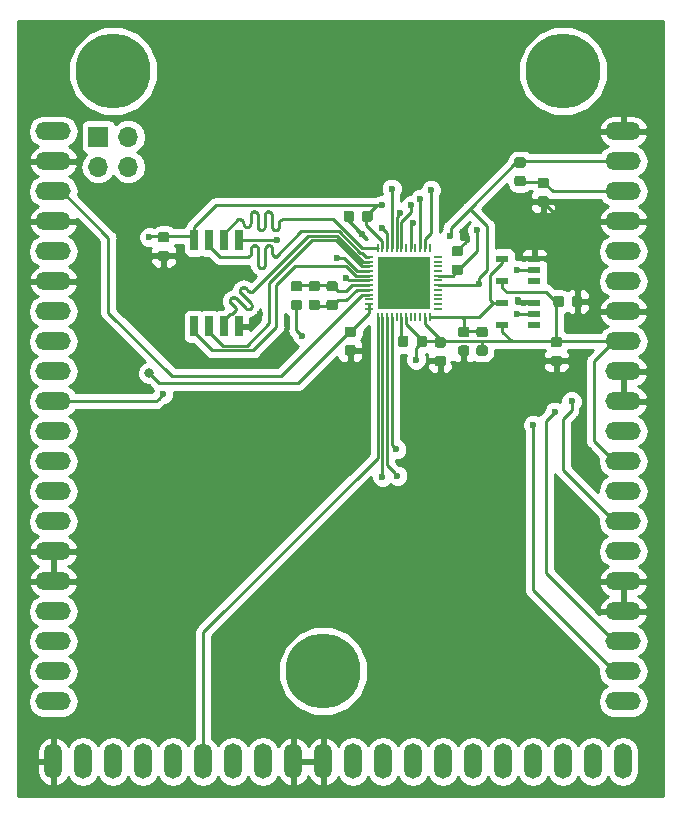
<source format=gbr>
G04 #@! TF.GenerationSoftware,KiCad,Pcbnew,5.0.0*
G04 #@! TF.CreationDate,2018-12-09T11:56:36+00:00*
G04 #@! TF.ProjectId,cw308_fe310,63773330385F66653331302E6B696361,rev?*
G04 #@! TF.SameCoordinates,Original*
G04 #@! TF.FileFunction,Copper,L1,Top,Signal*
G04 #@! TF.FilePolarity,Positive*
%FSLAX46Y46*%
G04 Gerber Fmt 4.6, Leading zero omitted, Abs format (unit mm)*
G04 Created by KiCad (PCBNEW 5.0.0) date Sun Dec  9 11:56:36 2018*
%MOMM*%
%LPD*%
G01*
G04 APERTURE LIST*
G04 #@! TA.AperFunction,ComponentPad*
%ADD10O,2.997200X1.498600*%
G04 #@! TD*
G04 #@! TA.AperFunction,ComponentPad*
%ADD11O,1.498600X2.997200*%
G04 #@! TD*
G04 #@! TA.AperFunction,ComponentPad*
%ADD12C,6.350000*%
G04 #@! TD*
G04 #@! TA.AperFunction,SMDPad,CuDef*
%ADD13R,0.650000X1.700000*%
G04 #@! TD*
G04 #@! TA.AperFunction,SMDPad,CuDef*
%ADD14R,1.050000X0.600000*%
G04 #@! TD*
G04 #@! TA.AperFunction,SMDPad,CuDef*
%ADD15R,0.650000X0.200000*%
G04 #@! TD*
G04 #@! TA.AperFunction,SMDPad,CuDef*
%ADD16R,0.200000X0.650000*%
G04 #@! TD*
G04 #@! TA.AperFunction,SMDPad,CuDef*
%ADD17R,4.400000X4.400000*%
G04 #@! TD*
G04 #@! TA.AperFunction,ViaPad*
%ADD18C,0.600000*%
G04 #@! TD*
G04 #@! TA.AperFunction,Conductor*
%ADD19C,0.100000*%
G04 #@! TD*
G04 #@! TA.AperFunction,SMDPad,CuDef*
%ADD20C,0.875000*%
G04 #@! TD*
G04 #@! TA.AperFunction,ComponentPad*
%ADD21R,1.700000X1.700000*%
G04 #@! TD*
G04 #@! TA.AperFunction,ComponentPad*
%ADD22O,1.700000X1.700000*%
G04 #@! TD*
G04 #@! TA.AperFunction,ViaPad*
%ADD23C,0.800000*%
G04 #@! TD*
G04 #@! TA.AperFunction,Conductor*
%ADD24C,0.250000*%
G04 #@! TD*
G04 #@! TA.AperFunction,Conductor*
%ADD25C,0.254000*%
G04 #@! TD*
G04 APERTURE END LIST*
D10*
G04 #@! TO.P,J1,A1*
G04 #@! TO.N,Net-(J1-PadA1)*
X121678701Y-67030600D03*
G04 #@! TO.P,J1,A2*
G04 #@! TO.N,GND*
X121678701Y-69570600D03*
G04 #@! TO.P,J1,A3*
G04 #@! TO.N,CLKIN*
X121678701Y-72110600D03*
G04 #@! TO.P,J1,A4*
G04 #@! TO.N,GND*
X121678701Y-74650600D03*
G04 #@! TO.P,J1,A5*
G04 #@! TO.N,CLKOUT*
X121678701Y-77190600D03*
G04 #@! TO.P,J1,A6*
G04 #@! TO.N,GND*
X121678701Y-79730600D03*
G04 #@! TO.P,J1,A7*
G04 #@! TO.N,GPIO1*
X121678701Y-82270600D03*
G04 #@! TO.P,J1,A8*
G04 #@! TO.N,GPIO2*
X121678701Y-84810600D03*
G04 #@! TO.P,J1,A9*
G04 #@! TO.N,GPIO3*
X121678701Y-87350600D03*
G04 #@! TO.P,J1,A10*
G04 #@! TO.N,GPIO4*
X121678701Y-89890600D03*
G04 #@! TO.P,J1,A11*
G04 #@! TO.N,UFO.RST*
X121678701Y-92430600D03*
G04 #@! TO.P,J1,A12*
G04 #@! TO.N,Net-(J1-PadA12)*
X121678701Y-94970600D03*
G04 #@! TO.P,J1,A13*
G04 #@! TO.N,Net-(J1-PadA13)*
X121678701Y-97510600D03*
G04 #@! TO.P,J1,A14*
G04 #@! TO.N,Net-(J1-PadA14)*
X121678701Y-100050600D03*
G04 #@! TO.P,J1,A15*
G04 #@! TO.N,GND*
X121678701Y-102590600D03*
G04 #@! TO.P,J1,A16*
X121678701Y-105130600D03*
G04 #@! TO.P,J1,A17*
G04 #@! TO.N,Net-(J1-PadA17)*
X121678701Y-107670600D03*
G04 #@! TO.P,J1,A18*
G04 #@! TO.N,Net-(J1-PadA18)*
X121678701Y-110210600D03*
G04 #@! TO.P,J1,A19*
G04 #@! TO.N,Net-(J1-PadA19)*
X121678701Y-112750600D03*
G04 #@! TO.P,J1,A20*
G04 #@! TO.N,Net-(J1-PadA20)*
X121678701Y-115290600D03*
D11*
G04 #@! TO.P,J1,B1*
G04 #@! TO.N,GND*
X121678701Y-120370600D03*
G04 #@! TO.P,J1,B2*
G04 #@! TO.N,JTAG_TRST*
X124218701Y-120370600D03*
G04 #@! TO.P,J1,B3*
G04 #@! TO.N,JTAG_TDI*
X126758701Y-120370600D03*
G04 #@! TO.P,J1,B4*
G04 #@! TO.N,JTAG_TDO*
X129298701Y-120370600D03*
G04 #@! TO.P,J1,B5*
G04 #@! TO.N,JTAG_TMS*
X131838701Y-120370600D03*
G04 #@! TO.P,J1,B6*
G04 #@! TO.N,JTAG_TCK*
X134378701Y-120370600D03*
G04 #@! TO.P,J1,B7*
G04 #@! TO.N,Net-(J1-PadB7)*
X136918701Y-120370600D03*
G04 #@! TO.P,J1,B8*
G04 #@! TO.N,Net-(J1-PadB8)*
X139458701Y-120370600D03*
G04 #@! TO.P,J1,B9*
G04 #@! TO.N,GND*
X141998701Y-120370600D03*
G04 #@! TO.P,J1,B10*
X144538701Y-120370600D03*
G04 #@! TO.P,J1,B11*
G04 #@! TO.N,Net-(J1-PadB11)*
X147078701Y-120370600D03*
G04 #@! TO.P,J1,B12*
G04 #@! TO.N,Net-(J1-PadB12)*
X149618701Y-120370600D03*
G04 #@! TO.P,J1,B13*
G04 #@! TO.N,Net-(J1-PadB13)*
X152158701Y-120370600D03*
G04 #@! TO.P,J1,B14*
G04 #@! TO.N,Net-(J1-PadB14)*
X154698701Y-120370600D03*
G04 #@! TO.P,J1,B15*
G04 #@! TO.N,Net-(J1-PadB15)*
X157238701Y-120370600D03*
G04 #@! TO.P,J1,B16*
G04 #@! TO.N,Net-(J1-PadB16)*
X159778701Y-120370600D03*
G04 #@! TO.P,J1,B17*
G04 #@! TO.N,Net-(J1-PadB17)*
X162318701Y-120370600D03*
G04 #@! TO.P,J1,B18*
G04 #@! TO.N,Net-(J1-PadB18)*
X164858701Y-120370600D03*
G04 #@! TO.P,J1,B19*
G04 #@! TO.N,Net-(J1-PadB19)*
X167398701Y-120370600D03*
G04 #@! TO.P,J1,B20*
G04 #@! TO.N,Net-(J1-PadB20)*
X169938701Y-120370600D03*
D10*
G04 #@! TO.P,J1,C1*
G04 #@! TO.N,GND*
X169938701Y-67030600D03*
G04 #@! TO.P,J1,C2*
G04 #@! TO.N,VCC_CLEAN*
X169938701Y-69570600D03*
G04 #@! TO.P,J1,C3*
G04 #@! TO.N,Net-(C6-Pad2)*
X169938701Y-72110600D03*
G04 #@! TO.P,J1,C4*
G04 #@! TO.N,GND*
X169938701Y-74650600D03*
G04 #@! TO.P,J1,C5*
G04 #@! TO.N,Net-(C6-Pad2)*
X169938701Y-77190600D03*
G04 #@! TO.P,J1,C6*
G04 #@! TO.N,Net-(J1-PadC6)*
X169938701Y-79730600D03*
G04 #@! TO.P,J1,C7*
G04 #@! TO.N,GND*
X169938701Y-82270600D03*
G04 #@! TO.P,J1,C8*
G04 #@! TO.N,+1V8*
X169938701Y-84810600D03*
G04 #@! TO.P,J1,C9*
G04 #@! TO.N,GND*
X169938701Y-87350600D03*
G04 #@! TO.P,J1,C10*
X169938701Y-89890600D03*
G04 #@! TO.P,J1,C11*
G04 #@! TO.N,Net-(J1-PadC11)*
X169938701Y-92430600D03*
G04 #@! TO.P,J1,C12*
G04 #@! TO.N,+1V8*
X169938701Y-94970600D03*
G04 #@! TO.P,J1,C13*
G04 #@! TO.N,Net-(J1-PadC13)*
X169938701Y-97510600D03*
G04 #@! TO.P,J1,C14*
G04 #@! TO.N,+3V3*
X169938701Y-100050600D03*
G04 #@! TO.P,J1,C15*
G04 #@! TO.N,Net-(J1-PadC15)*
X169938701Y-102590600D03*
G04 #@! TO.P,J1,C16*
G04 #@! TO.N,GND*
X169938701Y-105130600D03*
G04 #@! TO.P,J1,C17*
X169938701Y-107670600D03*
G04 #@! TO.P,J1,C18*
G04 #@! TO.N,LED1*
X169938701Y-110210600D03*
G04 #@! TO.P,J1,C19*
G04 #@! TO.N,LED2*
X169938701Y-112750600D03*
G04 #@! TO.P,J1,C20*
G04 #@! TO.N,LED3*
X169938701Y-115290600D03*
D12*
G04 #@! TO.P,J1,MH1*
G04 #@! TO.N,N/C*
X126758701Y-61950600D03*
G04 #@! TO.P,J1,MH2*
X164858701Y-61950600D03*
G04 #@! TO.P,J1,MH3*
X144538701Y-112750600D03*
G04 #@! TD*
D13*
G04 #@! TO.P,U1,1*
G04 #@! TO.N,FLASH_S*
X133621780Y-83535540D03*
G04 #@! TO.P,U1,2*
G04 #@! TO.N,FLASH_IO1*
X134891780Y-83535540D03*
G04 #@! TO.P,U1,3*
G04 #@! TO.N,FLASH_IO2*
X136161780Y-83535540D03*
G04 #@! TO.P,U1,4*
G04 #@! TO.N,GND*
X137431780Y-83535540D03*
G04 #@! TO.P,U1,5*
G04 #@! TO.N,FLASH_IO0*
X137431780Y-76235540D03*
G04 #@! TO.P,U1,6*
G04 #@! TO.N,FLASH_SCK*
X136161780Y-76235540D03*
G04 #@! TO.P,U1,7*
G04 #@! TO.N,FLASH_IO3*
X134891780Y-76235540D03*
G04 #@! TO.P,U1,8*
G04 #@! TO.N,+3V3*
X133621780Y-76235540D03*
G04 #@! TD*
D14*
G04 #@! TO.P,U2,5*
G04 #@! TO.N,+1V8*
X159724100Y-79712860D03*
G04 #@! TO.P,U2,4*
G04 #@! TO.N,Net-(C7-Pad1)*
X159724100Y-77812860D03*
G04 #@! TO.P,U2,3*
G04 #@! TO.N,GND*
X162424100Y-77812860D03*
G04 #@! TO.P,U2,2*
G04 #@! TO.N,UFO.RST*
X162424100Y-78762860D03*
G04 #@! TO.P,U2,1*
G04 #@! TO.N,Net-(U2-Pad1)*
X162424100Y-79712860D03*
G04 #@! TD*
G04 #@! TO.P,U3,1*
G04 #@! TO.N,Net-(U3-Pad1)*
X162421560Y-83454280D03*
G04 #@! TO.P,U3,2*
G04 #@! TO.N,JTAG_TRST*
X162421560Y-82504280D03*
G04 #@! TO.P,U3,3*
G04 #@! TO.N,GND*
X162421560Y-81554280D03*
G04 #@! TO.P,U3,4*
G04 #@! TO.N,Net-(C7-Pad1)*
X159721560Y-81554280D03*
G04 #@! TO.P,U3,5*
G04 #@! TO.N,+1V8*
X159721560Y-83454280D03*
G04 #@! TD*
D15*
G04 #@! TO.P,U4,1*
G04 #@! TO.N,FLASH_IO3*
X148433600Y-77657600D03*
G04 #@! TO.P,U4,2*
G04 #@! TO.N,FLASH_IO2*
X148433600Y-78057600D03*
G04 #@! TO.P,U4,3*
G04 #@! TO.N,FLASH_IO1*
X148433600Y-78457600D03*
G04 #@! TO.P,U4,4*
G04 #@! TO.N,FLASH_IO0*
X148433600Y-78857600D03*
G04 #@! TO.P,U4,5*
G04 #@! TO.N,FLASH_S*
X148433600Y-79257600D03*
G04 #@! TO.P,U4,6*
G04 #@! TO.N,VCC_CLEAN*
X148433600Y-79657600D03*
G04 #@! TO.P,U4,7*
G04 #@! TO.N,Net-(C12-Pad1)*
X148433600Y-80057600D03*
G04 #@! TO.P,U4,8*
G04 #@! TO.N,PLL_AVSS*
X148433600Y-80457600D03*
G04 #@! TO.P,U4,9*
G04 #@! TO.N,CLKIN*
X148433600Y-80857600D03*
G04 #@! TO.P,U4,10*
G04 #@! TO.N,Net-(U4-Pad10)*
X148433600Y-81257600D03*
G04 #@! TO.P,U4,11*
G04 #@! TO.N,+3V3*
X148433600Y-81657600D03*
G04 #@! TO.P,U4,12*
X148433600Y-82057600D03*
D16*
G04 #@! TO.P,U4,13*
G04 #@! TO.N,JTAG_TCK*
X149158600Y-82782600D03*
G04 #@! TO.P,U4,14*
G04 #@! TO.N,JTAG_TDO*
X149558600Y-82782600D03*
G04 #@! TO.P,U4,15*
G04 #@! TO.N,JTAG_TMS*
X149958600Y-82782600D03*
G04 #@! TO.P,U4,16*
G04 #@! TO.N,JTAG_TDI*
X150358600Y-82782600D03*
G04 #@! TO.P,U4,17*
G04 #@! TO.N,Net-(U4-Pad17)*
X150758600Y-82782600D03*
G04 #@! TO.P,U4,18*
G04 #@! TO.N,Net-(R3-Pad1)*
X151158600Y-82782600D03*
G04 #@! TO.P,U4,19*
G04 #@! TO.N,+1V8*
X151558600Y-82782600D03*
G04 #@! TO.P,U4,20*
G04 #@! TO.N,Net-(U4-Pad20)*
X151958600Y-82782600D03*
G04 #@! TO.P,U4,21*
G04 #@! TO.N,Net-(U4-Pad21)*
X152358600Y-82782600D03*
G04 #@! TO.P,U4,22*
G04 #@! TO.N,Net-(U4-Pad22)*
X152758600Y-82782600D03*
G04 #@! TO.P,U4,23*
G04 #@! TO.N,+1V8*
X153158600Y-82782600D03*
G04 #@! TO.P,U4,24*
G04 #@! TO.N,Net-(C7-Pad1)*
X153558600Y-82782600D03*
D15*
G04 #@! TO.P,U4,25*
G04 #@! TO.N,Net-(U4-Pad25)*
X154283600Y-82057600D03*
G04 #@! TO.P,U4,26*
G04 #@! TO.N,Net-(U4-Pad26)*
X154283600Y-81657600D03*
G04 #@! TO.P,U4,27*
G04 #@! TO.N,Net-(U4-Pad27)*
X154283600Y-81257600D03*
G04 #@! TO.P,U4,28*
G04 #@! TO.N,Net-(U4-Pad28)*
X154283600Y-80857600D03*
G04 #@! TO.P,U4,29*
G04 #@! TO.N,Net-(U4-Pad29)*
X154283600Y-80457600D03*
G04 #@! TO.P,U4,30*
G04 #@! TO.N,VCC_CLEAN*
X154283600Y-80057600D03*
G04 #@! TO.P,U4,31*
G04 #@! TO.N,Net-(U4-Pad31)*
X154283600Y-79657600D03*
G04 #@! TO.P,U4,32*
G04 #@! TO.N,+3V3*
X154283600Y-79257600D03*
G04 #@! TO.P,U4,33*
G04 #@! TO.N,Net-(U4-Pad33)*
X154283600Y-78857600D03*
G04 #@! TO.P,U4,34*
G04 #@! TO.N,Net-(U4-Pad34)*
X154283600Y-78457600D03*
G04 #@! TO.P,U4,35*
G04 #@! TO.N,Net-(U4-Pad35)*
X154283600Y-78057600D03*
G04 #@! TO.P,U4,36*
G04 #@! TO.N,Net-(U4-Pad36)*
X154283600Y-77657600D03*
D16*
G04 #@! TO.P,U4,37*
G04 #@! TO.N,Net-(U4-Pad37)*
X153558600Y-76932600D03*
G04 #@! TO.P,U4,38*
G04 #@! TO.N,RX*
X153158600Y-76932600D03*
G04 #@! TO.P,U4,39*
G04 #@! TO.N,TX*
X152758600Y-76932600D03*
G04 #@! TO.P,U4,40*
G04 #@! TO.N,Net-(U4-Pad40)*
X152358600Y-76932600D03*
G04 #@! TO.P,U4,41*
G04 #@! TO.N,LED1*
X151958600Y-76932600D03*
G04 #@! TO.P,U4,42*
G04 #@! TO.N,Net-(U4-Pad42)*
X151558600Y-76932600D03*
G04 #@! TO.P,U4,43*
G04 #@! TO.N,LED3*
X151158600Y-76932600D03*
G04 #@! TO.P,U4,44*
G04 #@! TO.N,LED2*
X150758600Y-76932600D03*
G04 #@! TO.P,U4,45*
G04 #@! TO.N,GPIO4*
X150358600Y-76932600D03*
G04 #@! TO.P,U4,46*
G04 #@! TO.N,VCC_CLEAN*
X149958600Y-76932600D03*
G04 #@! TO.P,U4,47*
G04 #@! TO.N,+3V3*
X149558600Y-76932600D03*
G04 #@! TO.P,U4,48*
G04 #@! TO.N,FLASH_SCK*
X149158600Y-76932600D03*
D17*
G04 #@! TO.P,U4,49*
G04 #@! TO.N,GND*
X151358600Y-79857600D03*
D18*
G04 #@! TD*
G04 #@! TO.N,GND*
G04 #@! TO.C,U4*
X149891933Y-79124267D03*
G04 #@! TO.N,GND*
G04 #@! TO.C,U4*
X149891933Y-80590933D03*
X150625267Y-78390933D03*
X150625267Y-79124267D03*
X150625267Y-79857600D03*
X150625267Y-80590933D03*
X150625267Y-81324267D03*
X151358600Y-79124267D03*
X151358600Y-80590933D03*
X152091933Y-78390933D03*
X152091933Y-79124267D03*
X152091933Y-79857600D03*
X152091933Y-80590933D03*
X152091933Y-81324267D03*
X152825267Y-79124267D03*
X152825267Y-80590933D03*
G04 #@! TD*
D19*
G04 #@! TO.N,+3V3*
G04 #@! TO.C,C1*
G36*
X131313751Y-75570413D02*
X131334986Y-75573563D01*
X131355810Y-75578779D01*
X131376022Y-75586011D01*
X131395428Y-75595190D01*
X131413841Y-75606226D01*
X131431084Y-75619014D01*
X131446990Y-75633430D01*
X131461406Y-75649336D01*
X131474194Y-75666579D01*
X131485230Y-75684992D01*
X131494409Y-75704398D01*
X131501641Y-75724610D01*
X131506857Y-75745434D01*
X131510007Y-75766669D01*
X131511060Y-75788110D01*
X131511060Y-76225610D01*
X131510007Y-76247051D01*
X131506857Y-76268286D01*
X131501641Y-76289110D01*
X131494409Y-76309322D01*
X131485230Y-76328728D01*
X131474194Y-76347141D01*
X131461406Y-76364384D01*
X131446990Y-76380290D01*
X131431084Y-76394706D01*
X131413841Y-76407494D01*
X131395428Y-76418530D01*
X131376022Y-76427709D01*
X131355810Y-76434941D01*
X131334986Y-76440157D01*
X131313751Y-76443307D01*
X131292310Y-76444360D01*
X130779810Y-76444360D01*
X130758369Y-76443307D01*
X130737134Y-76440157D01*
X130716310Y-76434941D01*
X130696098Y-76427709D01*
X130676692Y-76418530D01*
X130658279Y-76407494D01*
X130641036Y-76394706D01*
X130625130Y-76380290D01*
X130610714Y-76364384D01*
X130597926Y-76347141D01*
X130586890Y-76328728D01*
X130577711Y-76309322D01*
X130570479Y-76289110D01*
X130565263Y-76268286D01*
X130562113Y-76247051D01*
X130561060Y-76225610D01*
X130561060Y-75788110D01*
X130562113Y-75766669D01*
X130565263Y-75745434D01*
X130570479Y-75724610D01*
X130577711Y-75704398D01*
X130586890Y-75684992D01*
X130597926Y-75666579D01*
X130610714Y-75649336D01*
X130625130Y-75633430D01*
X130641036Y-75619014D01*
X130658279Y-75606226D01*
X130676692Y-75595190D01*
X130696098Y-75586011D01*
X130716310Y-75578779D01*
X130737134Y-75573563D01*
X130758369Y-75570413D01*
X130779810Y-75569360D01*
X131292310Y-75569360D01*
X131313751Y-75570413D01*
X131313751Y-75570413D01*
G37*
D20*
G04 #@! TD*
G04 #@! TO.P,C1,1*
G04 #@! TO.N,+3V3*
X131036060Y-76006860D03*
D19*
G04 #@! TO.N,GND*
G04 #@! TO.C,C1*
G36*
X131313751Y-77145413D02*
X131334986Y-77148563D01*
X131355810Y-77153779D01*
X131376022Y-77161011D01*
X131395428Y-77170190D01*
X131413841Y-77181226D01*
X131431084Y-77194014D01*
X131446990Y-77208430D01*
X131461406Y-77224336D01*
X131474194Y-77241579D01*
X131485230Y-77259992D01*
X131494409Y-77279398D01*
X131501641Y-77299610D01*
X131506857Y-77320434D01*
X131510007Y-77341669D01*
X131511060Y-77363110D01*
X131511060Y-77800610D01*
X131510007Y-77822051D01*
X131506857Y-77843286D01*
X131501641Y-77864110D01*
X131494409Y-77884322D01*
X131485230Y-77903728D01*
X131474194Y-77922141D01*
X131461406Y-77939384D01*
X131446990Y-77955290D01*
X131431084Y-77969706D01*
X131413841Y-77982494D01*
X131395428Y-77993530D01*
X131376022Y-78002709D01*
X131355810Y-78009941D01*
X131334986Y-78015157D01*
X131313751Y-78018307D01*
X131292310Y-78019360D01*
X130779810Y-78019360D01*
X130758369Y-78018307D01*
X130737134Y-78015157D01*
X130716310Y-78009941D01*
X130696098Y-78002709D01*
X130676692Y-77993530D01*
X130658279Y-77982494D01*
X130641036Y-77969706D01*
X130625130Y-77955290D01*
X130610714Y-77939384D01*
X130597926Y-77922141D01*
X130586890Y-77903728D01*
X130577711Y-77884322D01*
X130570479Y-77864110D01*
X130565263Y-77843286D01*
X130562113Y-77822051D01*
X130561060Y-77800610D01*
X130561060Y-77363110D01*
X130562113Y-77341669D01*
X130565263Y-77320434D01*
X130570479Y-77299610D01*
X130577711Y-77279398D01*
X130586890Y-77259992D01*
X130597926Y-77241579D01*
X130610714Y-77224336D01*
X130625130Y-77208430D01*
X130641036Y-77194014D01*
X130658279Y-77181226D01*
X130676692Y-77170190D01*
X130696098Y-77161011D01*
X130716310Y-77153779D01*
X130737134Y-77148563D01*
X130758369Y-77145413D01*
X130779810Y-77144360D01*
X131292310Y-77144360D01*
X131313751Y-77145413D01*
X131313751Y-77145413D01*
G37*
D20*
G04 #@! TD*
G04 #@! TO.P,C1,2*
G04 #@! TO.N,GND*
X131036060Y-77581860D03*
D19*
G04 #@! TO.N,GND*
G04 #@! TO.C,C4*
G36*
X166292791Y-80968613D02*
X166314026Y-80971763D01*
X166334850Y-80976979D01*
X166355062Y-80984211D01*
X166374468Y-80993390D01*
X166392881Y-81004426D01*
X166410124Y-81017214D01*
X166426030Y-81031630D01*
X166440446Y-81047536D01*
X166453234Y-81064779D01*
X166464270Y-81083192D01*
X166473449Y-81102598D01*
X166480681Y-81122810D01*
X166485897Y-81143634D01*
X166489047Y-81164869D01*
X166490100Y-81186310D01*
X166490100Y-81698810D01*
X166489047Y-81720251D01*
X166485897Y-81741486D01*
X166480681Y-81762310D01*
X166473449Y-81782522D01*
X166464270Y-81801928D01*
X166453234Y-81820341D01*
X166440446Y-81837584D01*
X166426030Y-81853490D01*
X166410124Y-81867906D01*
X166392881Y-81880694D01*
X166374468Y-81891730D01*
X166355062Y-81900909D01*
X166334850Y-81908141D01*
X166314026Y-81913357D01*
X166292791Y-81916507D01*
X166271350Y-81917560D01*
X165833850Y-81917560D01*
X165812409Y-81916507D01*
X165791174Y-81913357D01*
X165770350Y-81908141D01*
X165750138Y-81900909D01*
X165730732Y-81891730D01*
X165712319Y-81880694D01*
X165695076Y-81867906D01*
X165679170Y-81853490D01*
X165664754Y-81837584D01*
X165651966Y-81820341D01*
X165640930Y-81801928D01*
X165631751Y-81782522D01*
X165624519Y-81762310D01*
X165619303Y-81741486D01*
X165616153Y-81720251D01*
X165615100Y-81698810D01*
X165615100Y-81186310D01*
X165616153Y-81164869D01*
X165619303Y-81143634D01*
X165624519Y-81122810D01*
X165631751Y-81102598D01*
X165640930Y-81083192D01*
X165651966Y-81064779D01*
X165664754Y-81047536D01*
X165679170Y-81031630D01*
X165695076Y-81017214D01*
X165712319Y-81004426D01*
X165730732Y-80993390D01*
X165750138Y-80984211D01*
X165770350Y-80976979D01*
X165791174Y-80971763D01*
X165812409Y-80968613D01*
X165833850Y-80967560D01*
X166271350Y-80967560D01*
X166292791Y-80968613D01*
X166292791Y-80968613D01*
G37*
D20*
G04 #@! TD*
G04 #@! TO.P,C4,2*
G04 #@! TO.N,GND*
X166052600Y-81442560D03*
D19*
G04 #@! TO.N,+1V8*
G04 #@! TO.C,C4*
G36*
X164717791Y-80968613D02*
X164739026Y-80971763D01*
X164759850Y-80976979D01*
X164780062Y-80984211D01*
X164799468Y-80993390D01*
X164817881Y-81004426D01*
X164835124Y-81017214D01*
X164851030Y-81031630D01*
X164865446Y-81047536D01*
X164878234Y-81064779D01*
X164889270Y-81083192D01*
X164898449Y-81102598D01*
X164905681Y-81122810D01*
X164910897Y-81143634D01*
X164914047Y-81164869D01*
X164915100Y-81186310D01*
X164915100Y-81698810D01*
X164914047Y-81720251D01*
X164910897Y-81741486D01*
X164905681Y-81762310D01*
X164898449Y-81782522D01*
X164889270Y-81801928D01*
X164878234Y-81820341D01*
X164865446Y-81837584D01*
X164851030Y-81853490D01*
X164835124Y-81867906D01*
X164817881Y-81880694D01*
X164799468Y-81891730D01*
X164780062Y-81900909D01*
X164759850Y-81908141D01*
X164739026Y-81913357D01*
X164717791Y-81916507D01*
X164696350Y-81917560D01*
X164258850Y-81917560D01*
X164237409Y-81916507D01*
X164216174Y-81913357D01*
X164195350Y-81908141D01*
X164175138Y-81900909D01*
X164155732Y-81891730D01*
X164137319Y-81880694D01*
X164120076Y-81867906D01*
X164104170Y-81853490D01*
X164089754Y-81837584D01*
X164076966Y-81820341D01*
X164065930Y-81801928D01*
X164056751Y-81782522D01*
X164049519Y-81762310D01*
X164044303Y-81741486D01*
X164041153Y-81720251D01*
X164040100Y-81698810D01*
X164040100Y-81186310D01*
X164041153Y-81164869D01*
X164044303Y-81143634D01*
X164049519Y-81122810D01*
X164056751Y-81102598D01*
X164065930Y-81083192D01*
X164076966Y-81064779D01*
X164089754Y-81047536D01*
X164104170Y-81031630D01*
X164120076Y-81017214D01*
X164137319Y-81004426D01*
X164155732Y-80993390D01*
X164175138Y-80984211D01*
X164195350Y-80976979D01*
X164216174Y-80971763D01*
X164237409Y-80968613D01*
X164258850Y-80967560D01*
X164696350Y-80967560D01*
X164717791Y-80968613D01*
X164717791Y-80968613D01*
G37*
D20*
G04 #@! TD*
G04 #@! TO.P,C4,1*
G04 #@! TO.N,+1V8*
X164477600Y-81442560D03*
D19*
G04 #@! TO.N,GND*
G04 #@! TO.C,C5*
G36*
X164572511Y-86025253D02*
X164593746Y-86028403D01*
X164614570Y-86033619D01*
X164634782Y-86040851D01*
X164654188Y-86050030D01*
X164672601Y-86061066D01*
X164689844Y-86073854D01*
X164705750Y-86088270D01*
X164720166Y-86104176D01*
X164732954Y-86121419D01*
X164743990Y-86139832D01*
X164753169Y-86159238D01*
X164760401Y-86179450D01*
X164765617Y-86200274D01*
X164768767Y-86221509D01*
X164769820Y-86242950D01*
X164769820Y-86680450D01*
X164768767Y-86701891D01*
X164765617Y-86723126D01*
X164760401Y-86743950D01*
X164753169Y-86764162D01*
X164743990Y-86783568D01*
X164732954Y-86801981D01*
X164720166Y-86819224D01*
X164705750Y-86835130D01*
X164689844Y-86849546D01*
X164672601Y-86862334D01*
X164654188Y-86873370D01*
X164634782Y-86882549D01*
X164614570Y-86889781D01*
X164593746Y-86894997D01*
X164572511Y-86898147D01*
X164551070Y-86899200D01*
X164038570Y-86899200D01*
X164017129Y-86898147D01*
X163995894Y-86894997D01*
X163975070Y-86889781D01*
X163954858Y-86882549D01*
X163935452Y-86873370D01*
X163917039Y-86862334D01*
X163899796Y-86849546D01*
X163883890Y-86835130D01*
X163869474Y-86819224D01*
X163856686Y-86801981D01*
X163845650Y-86783568D01*
X163836471Y-86764162D01*
X163829239Y-86743950D01*
X163824023Y-86723126D01*
X163820873Y-86701891D01*
X163819820Y-86680450D01*
X163819820Y-86242950D01*
X163820873Y-86221509D01*
X163824023Y-86200274D01*
X163829239Y-86179450D01*
X163836471Y-86159238D01*
X163845650Y-86139832D01*
X163856686Y-86121419D01*
X163869474Y-86104176D01*
X163883890Y-86088270D01*
X163899796Y-86073854D01*
X163917039Y-86061066D01*
X163935452Y-86050030D01*
X163954858Y-86040851D01*
X163975070Y-86033619D01*
X163995894Y-86028403D01*
X164017129Y-86025253D01*
X164038570Y-86024200D01*
X164551070Y-86024200D01*
X164572511Y-86025253D01*
X164572511Y-86025253D01*
G37*
D20*
G04 #@! TD*
G04 #@! TO.P,C5,2*
G04 #@! TO.N,GND*
X164294820Y-86461700D03*
D19*
G04 #@! TO.N,+1V8*
G04 #@! TO.C,C5*
G36*
X164572511Y-84450253D02*
X164593746Y-84453403D01*
X164614570Y-84458619D01*
X164634782Y-84465851D01*
X164654188Y-84475030D01*
X164672601Y-84486066D01*
X164689844Y-84498854D01*
X164705750Y-84513270D01*
X164720166Y-84529176D01*
X164732954Y-84546419D01*
X164743990Y-84564832D01*
X164753169Y-84584238D01*
X164760401Y-84604450D01*
X164765617Y-84625274D01*
X164768767Y-84646509D01*
X164769820Y-84667950D01*
X164769820Y-85105450D01*
X164768767Y-85126891D01*
X164765617Y-85148126D01*
X164760401Y-85168950D01*
X164753169Y-85189162D01*
X164743990Y-85208568D01*
X164732954Y-85226981D01*
X164720166Y-85244224D01*
X164705750Y-85260130D01*
X164689844Y-85274546D01*
X164672601Y-85287334D01*
X164654188Y-85298370D01*
X164634782Y-85307549D01*
X164614570Y-85314781D01*
X164593746Y-85319997D01*
X164572511Y-85323147D01*
X164551070Y-85324200D01*
X164038570Y-85324200D01*
X164017129Y-85323147D01*
X163995894Y-85319997D01*
X163975070Y-85314781D01*
X163954858Y-85307549D01*
X163935452Y-85298370D01*
X163917039Y-85287334D01*
X163899796Y-85274546D01*
X163883890Y-85260130D01*
X163869474Y-85244224D01*
X163856686Y-85226981D01*
X163845650Y-85208568D01*
X163836471Y-85189162D01*
X163829239Y-85168950D01*
X163824023Y-85148126D01*
X163820873Y-85126891D01*
X163819820Y-85105450D01*
X163819820Y-84667950D01*
X163820873Y-84646509D01*
X163824023Y-84625274D01*
X163829239Y-84604450D01*
X163836471Y-84584238D01*
X163845650Y-84564832D01*
X163856686Y-84546419D01*
X163869474Y-84529176D01*
X163883890Y-84513270D01*
X163899796Y-84498854D01*
X163917039Y-84486066D01*
X163935452Y-84475030D01*
X163954858Y-84465851D01*
X163975070Y-84458619D01*
X163995894Y-84453403D01*
X164017129Y-84450253D01*
X164038570Y-84449200D01*
X164551070Y-84449200D01*
X164572511Y-84450253D01*
X164572511Y-84450253D01*
G37*
D20*
G04 #@! TD*
G04 #@! TO.P,C5,1*
G04 #@! TO.N,+1V8*
X164294820Y-84886700D03*
D19*
G04 #@! TO.N,Net-(C6-Pad2)*
G04 #@! TO.C,C6*
G36*
X163447291Y-70962853D02*
X163468526Y-70966003D01*
X163489350Y-70971219D01*
X163509562Y-70978451D01*
X163528968Y-70987630D01*
X163547381Y-70998666D01*
X163564624Y-71011454D01*
X163580530Y-71025870D01*
X163594946Y-71041776D01*
X163607734Y-71059019D01*
X163618770Y-71077432D01*
X163627949Y-71096838D01*
X163635181Y-71117050D01*
X163640397Y-71137874D01*
X163643547Y-71159109D01*
X163644600Y-71180550D01*
X163644600Y-71618050D01*
X163643547Y-71639491D01*
X163640397Y-71660726D01*
X163635181Y-71681550D01*
X163627949Y-71701762D01*
X163618770Y-71721168D01*
X163607734Y-71739581D01*
X163594946Y-71756824D01*
X163580530Y-71772730D01*
X163564624Y-71787146D01*
X163547381Y-71799934D01*
X163528968Y-71810970D01*
X163509562Y-71820149D01*
X163489350Y-71827381D01*
X163468526Y-71832597D01*
X163447291Y-71835747D01*
X163425850Y-71836800D01*
X162913350Y-71836800D01*
X162891909Y-71835747D01*
X162870674Y-71832597D01*
X162849850Y-71827381D01*
X162829638Y-71820149D01*
X162810232Y-71810970D01*
X162791819Y-71799934D01*
X162774576Y-71787146D01*
X162758670Y-71772730D01*
X162744254Y-71756824D01*
X162731466Y-71739581D01*
X162720430Y-71721168D01*
X162711251Y-71701762D01*
X162704019Y-71681550D01*
X162698803Y-71660726D01*
X162695653Y-71639491D01*
X162694600Y-71618050D01*
X162694600Y-71180550D01*
X162695653Y-71159109D01*
X162698803Y-71137874D01*
X162704019Y-71117050D01*
X162711251Y-71096838D01*
X162720430Y-71077432D01*
X162731466Y-71059019D01*
X162744254Y-71041776D01*
X162758670Y-71025870D01*
X162774576Y-71011454D01*
X162791819Y-70998666D01*
X162810232Y-70987630D01*
X162829638Y-70978451D01*
X162849850Y-70971219D01*
X162870674Y-70966003D01*
X162891909Y-70962853D01*
X162913350Y-70961800D01*
X163425850Y-70961800D01*
X163447291Y-70962853D01*
X163447291Y-70962853D01*
G37*
D20*
G04 #@! TD*
G04 #@! TO.P,C6,2*
G04 #@! TO.N,Net-(C6-Pad2)*
X163169600Y-71399300D03*
D19*
G04 #@! TO.N,GND*
G04 #@! TO.C,C6*
G36*
X163447291Y-72537853D02*
X163468526Y-72541003D01*
X163489350Y-72546219D01*
X163509562Y-72553451D01*
X163528968Y-72562630D01*
X163547381Y-72573666D01*
X163564624Y-72586454D01*
X163580530Y-72600870D01*
X163594946Y-72616776D01*
X163607734Y-72634019D01*
X163618770Y-72652432D01*
X163627949Y-72671838D01*
X163635181Y-72692050D01*
X163640397Y-72712874D01*
X163643547Y-72734109D01*
X163644600Y-72755550D01*
X163644600Y-73193050D01*
X163643547Y-73214491D01*
X163640397Y-73235726D01*
X163635181Y-73256550D01*
X163627949Y-73276762D01*
X163618770Y-73296168D01*
X163607734Y-73314581D01*
X163594946Y-73331824D01*
X163580530Y-73347730D01*
X163564624Y-73362146D01*
X163547381Y-73374934D01*
X163528968Y-73385970D01*
X163509562Y-73395149D01*
X163489350Y-73402381D01*
X163468526Y-73407597D01*
X163447291Y-73410747D01*
X163425850Y-73411800D01*
X162913350Y-73411800D01*
X162891909Y-73410747D01*
X162870674Y-73407597D01*
X162849850Y-73402381D01*
X162829638Y-73395149D01*
X162810232Y-73385970D01*
X162791819Y-73374934D01*
X162774576Y-73362146D01*
X162758670Y-73347730D01*
X162744254Y-73331824D01*
X162731466Y-73314581D01*
X162720430Y-73296168D01*
X162711251Y-73276762D01*
X162704019Y-73256550D01*
X162698803Y-73235726D01*
X162695653Y-73214491D01*
X162694600Y-73193050D01*
X162694600Y-72755550D01*
X162695653Y-72734109D01*
X162698803Y-72712874D01*
X162704019Y-72692050D01*
X162711251Y-72671838D01*
X162720430Y-72652432D01*
X162731466Y-72634019D01*
X162744254Y-72616776D01*
X162758670Y-72600870D01*
X162774576Y-72586454D01*
X162791819Y-72573666D01*
X162810232Y-72562630D01*
X162829638Y-72553451D01*
X162849850Y-72546219D01*
X162870674Y-72541003D01*
X162891909Y-72537853D01*
X162913350Y-72536800D01*
X163425850Y-72536800D01*
X163447291Y-72537853D01*
X163447291Y-72537853D01*
G37*
D20*
G04 #@! TD*
G04 #@! TO.P,C6,1*
G04 #@! TO.N,GND*
X163169600Y-72974300D03*
D19*
G04 #@! TO.N,Net-(C7-Pad1)*
G04 #@! TO.C,C7*
G36*
X156736611Y-83591733D02*
X156757846Y-83594883D01*
X156778670Y-83600099D01*
X156798882Y-83607331D01*
X156818288Y-83616510D01*
X156836701Y-83627546D01*
X156853944Y-83640334D01*
X156869850Y-83654750D01*
X156884266Y-83670656D01*
X156897054Y-83687899D01*
X156908090Y-83706312D01*
X156917269Y-83725718D01*
X156924501Y-83745930D01*
X156929717Y-83766754D01*
X156932867Y-83787989D01*
X156933920Y-83809430D01*
X156933920Y-84246930D01*
X156932867Y-84268371D01*
X156929717Y-84289606D01*
X156924501Y-84310430D01*
X156917269Y-84330642D01*
X156908090Y-84350048D01*
X156897054Y-84368461D01*
X156884266Y-84385704D01*
X156869850Y-84401610D01*
X156853944Y-84416026D01*
X156836701Y-84428814D01*
X156818288Y-84439850D01*
X156798882Y-84449029D01*
X156778670Y-84456261D01*
X156757846Y-84461477D01*
X156736611Y-84464627D01*
X156715170Y-84465680D01*
X156202670Y-84465680D01*
X156181229Y-84464627D01*
X156159994Y-84461477D01*
X156139170Y-84456261D01*
X156118958Y-84449029D01*
X156099552Y-84439850D01*
X156081139Y-84428814D01*
X156063896Y-84416026D01*
X156047990Y-84401610D01*
X156033574Y-84385704D01*
X156020786Y-84368461D01*
X156009750Y-84350048D01*
X156000571Y-84330642D01*
X155993339Y-84310430D01*
X155988123Y-84289606D01*
X155984973Y-84268371D01*
X155983920Y-84246930D01*
X155983920Y-83809430D01*
X155984973Y-83787989D01*
X155988123Y-83766754D01*
X155993339Y-83745930D01*
X156000571Y-83725718D01*
X156009750Y-83706312D01*
X156020786Y-83687899D01*
X156033574Y-83670656D01*
X156047990Y-83654750D01*
X156063896Y-83640334D01*
X156081139Y-83627546D01*
X156099552Y-83616510D01*
X156118958Y-83607331D01*
X156139170Y-83600099D01*
X156159994Y-83594883D01*
X156181229Y-83591733D01*
X156202670Y-83590680D01*
X156715170Y-83590680D01*
X156736611Y-83591733D01*
X156736611Y-83591733D01*
G37*
D20*
G04 #@! TD*
G04 #@! TO.P,C7,1*
G04 #@! TO.N,Net-(C7-Pad1)*
X156458920Y-84028180D03*
D19*
G04 #@! TO.N,GND*
G04 #@! TO.C,C7*
G36*
X156736611Y-85166733D02*
X156757846Y-85169883D01*
X156778670Y-85175099D01*
X156798882Y-85182331D01*
X156818288Y-85191510D01*
X156836701Y-85202546D01*
X156853944Y-85215334D01*
X156869850Y-85229750D01*
X156884266Y-85245656D01*
X156897054Y-85262899D01*
X156908090Y-85281312D01*
X156917269Y-85300718D01*
X156924501Y-85320930D01*
X156929717Y-85341754D01*
X156932867Y-85362989D01*
X156933920Y-85384430D01*
X156933920Y-85821930D01*
X156932867Y-85843371D01*
X156929717Y-85864606D01*
X156924501Y-85885430D01*
X156917269Y-85905642D01*
X156908090Y-85925048D01*
X156897054Y-85943461D01*
X156884266Y-85960704D01*
X156869850Y-85976610D01*
X156853944Y-85991026D01*
X156836701Y-86003814D01*
X156818288Y-86014850D01*
X156798882Y-86024029D01*
X156778670Y-86031261D01*
X156757846Y-86036477D01*
X156736611Y-86039627D01*
X156715170Y-86040680D01*
X156202670Y-86040680D01*
X156181229Y-86039627D01*
X156159994Y-86036477D01*
X156139170Y-86031261D01*
X156118958Y-86024029D01*
X156099552Y-86014850D01*
X156081139Y-86003814D01*
X156063896Y-85991026D01*
X156047990Y-85976610D01*
X156033574Y-85960704D01*
X156020786Y-85943461D01*
X156009750Y-85925048D01*
X156000571Y-85905642D01*
X155993339Y-85885430D01*
X155988123Y-85864606D01*
X155984973Y-85843371D01*
X155983920Y-85821930D01*
X155983920Y-85384430D01*
X155984973Y-85362989D01*
X155988123Y-85341754D01*
X155993339Y-85320930D01*
X156000571Y-85300718D01*
X156009750Y-85281312D01*
X156020786Y-85262899D01*
X156033574Y-85245656D01*
X156047990Y-85229750D01*
X156063896Y-85215334D01*
X156081139Y-85202546D01*
X156099552Y-85191510D01*
X156118958Y-85182331D01*
X156139170Y-85175099D01*
X156159994Y-85169883D01*
X156181229Y-85166733D01*
X156202670Y-85165680D01*
X156715170Y-85165680D01*
X156736611Y-85166733D01*
X156736611Y-85166733D01*
G37*
D20*
G04 #@! TD*
G04 #@! TO.P,C7,2*
G04 #@! TO.N,GND*
X156458920Y-85603180D03*
D19*
G04 #@! TO.N,+3V3*
G04 #@! TO.C,C8*
G36*
X147120171Y-83567633D02*
X147141406Y-83570783D01*
X147162230Y-83575999D01*
X147182442Y-83583231D01*
X147201848Y-83592410D01*
X147220261Y-83603446D01*
X147237504Y-83616234D01*
X147253410Y-83630650D01*
X147267826Y-83646556D01*
X147280614Y-83663799D01*
X147291650Y-83682212D01*
X147300829Y-83701618D01*
X147308061Y-83721830D01*
X147313277Y-83742654D01*
X147316427Y-83763889D01*
X147317480Y-83785330D01*
X147317480Y-84222830D01*
X147316427Y-84244271D01*
X147313277Y-84265506D01*
X147308061Y-84286330D01*
X147300829Y-84306542D01*
X147291650Y-84325948D01*
X147280614Y-84344361D01*
X147267826Y-84361604D01*
X147253410Y-84377510D01*
X147237504Y-84391926D01*
X147220261Y-84404714D01*
X147201848Y-84415750D01*
X147182442Y-84424929D01*
X147162230Y-84432161D01*
X147141406Y-84437377D01*
X147120171Y-84440527D01*
X147098730Y-84441580D01*
X146586230Y-84441580D01*
X146564789Y-84440527D01*
X146543554Y-84437377D01*
X146522730Y-84432161D01*
X146502518Y-84424929D01*
X146483112Y-84415750D01*
X146464699Y-84404714D01*
X146447456Y-84391926D01*
X146431550Y-84377510D01*
X146417134Y-84361604D01*
X146404346Y-84344361D01*
X146393310Y-84325948D01*
X146384131Y-84306542D01*
X146376899Y-84286330D01*
X146371683Y-84265506D01*
X146368533Y-84244271D01*
X146367480Y-84222830D01*
X146367480Y-83785330D01*
X146368533Y-83763889D01*
X146371683Y-83742654D01*
X146376899Y-83721830D01*
X146384131Y-83701618D01*
X146393310Y-83682212D01*
X146404346Y-83663799D01*
X146417134Y-83646556D01*
X146431550Y-83630650D01*
X146447456Y-83616234D01*
X146464699Y-83603446D01*
X146483112Y-83592410D01*
X146502518Y-83583231D01*
X146522730Y-83575999D01*
X146543554Y-83570783D01*
X146564789Y-83567633D01*
X146586230Y-83566580D01*
X147098730Y-83566580D01*
X147120171Y-83567633D01*
X147120171Y-83567633D01*
G37*
D20*
G04 #@! TD*
G04 #@! TO.P,C8,1*
G04 #@! TO.N,+3V3*
X146842480Y-84004080D03*
D19*
G04 #@! TO.N,GND*
G04 #@! TO.C,C8*
G36*
X147120171Y-85142633D02*
X147141406Y-85145783D01*
X147162230Y-85150999D01*
X147182442Y-85158231D01*
X147201848Y-85167410D01*
X147220261Y-85178446D01*
X147237504Y-85191234D01*
X147253410Y-85205650D01*
X147267826Y-85221556D01*
X147280614Y-85238799D01*
X147291650Y-85257212D01*
X147300829Y-85276618D01*
X147308061Y-85296830D01*
X147313277Y-85317654D01*
X147316427Y-85338889D01*
X147317480Y-85360330D01*
X147317480Y-85797830D01*
X147316427Y-85819271D01*
X147313277Y-85840506D01*
X147308061Y-85861330D01*
X147300829Y-85881542D01*
X147291650Y-85900948D01*
X147280614Y-85919361D01*
X147267826Y-85936604D01*
X147253410Y-85952510D01*
X147237504Y-85966926D01*
X147220261Y-85979714D01*
X147201848Y-85990750D01*
X147182442Y-85999929D01*
X147162230Y-86007161D01*
X147141406Y-86012377D01*
X147120171Y-86015527D01*
X147098730Y-86016580D01*
X146586230Y-86016580D01*
X146564789Y-86015527D01*
X146543554Y-86012377D01*
X146522730Y-86007161D01*
X146502518Y-85999929D01*
X146483112Y-85990750D01*
X146464699Y-85979714D01*
X146447456Y-85966926D01*
X146431550Y-85952510D01*
X146417134Y-85936604D01*
X146404346Y-85919361D01*
X146393310Y-85900948D01*
X146384131Y-85881542D01*
X146376899Y-85861330D01*
X146371683Y-85840506D01*
X146368533Y-85819271D01*
X146367480Y-85797830D01*
X146367480Y-85360330D01*
X146368533Y-85338889D01*
X146371683Y-85317654D01*
X146376899Y-85296830D01*
X146384131Y-85276618D01*
X146393310Y-85257212D01*
X146404346Y-85238799D01*
X146417134Y-85221556D01*
X146431550Y-85205650D01*
X146447456Y-85191234D01*
X146464699Y-85178446D01*
X146483112Y-85167410D01*
X146502518Y-85158231D01*
X146522730Y-85150999D01*
X146543554Y-85145783D01*
X146564789Y-85142633D01*
X146586230Y-85141580D01*
X147098730Y-85141580D01*
X147120171Y-85142633D01*
X147120171Y-85142633D01*
G37*
D20*
G04 #@! TD*
G04 #@! TO.P,C8,2*
G04 #@! TO.N,GND*
X146842480Y-85579080D03*
D19*
G04 #@! TO.N,+3V3*
G04 #@! TO.C,C9*
G36*
X156185431Y-78326513D02*
X156206666Y-78329663D01*
X156227490Y-78334879D01*
X156247702Y-78342111D01*
X156267108Y-78351290D01*
X156285521Y-78362326D01*
X156302764Y-78375114D01*
X156318670Y-78389530D01*
X156333086Y-78405436D01*
X156345874Y-78422679D01*
X156356910Y-78441092D01*
X156366089Y-78460498D01*
X156373321Y-78480710D01*
X156378537Y-78501534D01*
X156381687Y-78522769D01*
X156382740Y-78544210D01*
X156382740Y-78981710D01*
X156381687Y-79003151D01*
X156378537Y-79024386D01*
X156373321Y-79045210D01*
X156366089Y-79065422D01*
X156356910Y-79084828D01*
X156345874Y-79103241D01*
X156333086Y-79120484D01*
X156318670Y-79136390D01*
X156302764Y-79150806D01*
X156285521Y-79163594D01*
X156267108Y-79174630D01*
X156247702Y-79183809D01*
X156227490Y-79191041D01*
X156206666Y-79196257D01*
X156185431Y-79199407D01*
X156163990Y-79200460D01*
X155651490Y-79200460D01*
X155630049Y-79199407D01*
X155608814Y-79196257D01*
X155587990Y-79191041D01*
X155567778Y-79183809D01*
X155548372Y-79174630D01*
X155529959Y-79163594D01*
X155512716Y-79150806D01*
X155496810Y-79136390D01*
X155482394Y-79120484D01*
X155469606Y-79103241D01*
X155458570Y-79084828D01*
X155449391Y-79065422D01*
X155442159Y-79045210D01*
X155436943Y-79024386D01*
X155433793Y-79003151D01*
X155432740Y-78981710D01*
X155432740Y-78544210D01*
X155433793Y-78522769D01*
X155436943Y-78501534D01*
X155442159Y-78480710D01*
X155449391Y-78460498D01*
X155458570Y-78441092D01*
X155469606Y-78422679D01*
X155482394Y-78405436D01*
X155496810Y-78389530D01*
X155512716Y-78375114D01*
X155529959Y-78362326D01*
X155548372Y-78351290D01*
X155567778Y-78342111D01*
X155587990Y-78334879D01*
X155608814Y-78329663D01*
X155630049Y-78326513D01*
X155651490Y-78325460D01*
X156163990Y-78325460D01*
X156185431Y-78326513D01*
X156185431Y-78326513D01*
G37*
D20*
G04 #@! TD*
G04 #@! TO.P,C9,1*
G04 #@! TO.N,+3V3*
X155907740Y-78762960D03*
D19*
G04 #@! TO.N,GND*
G04 #@! TO.C,C9*
G36*
X156185431Y-76751513D02*
X156206666Y-76754663D01*
X156227490Y-76759879D01*
X156247702Y-76767111D01*
X156267108Y-76776290D01*
X156285521Y-76787326D01*
X156302764Y-76800114D01*
X156318670Y-76814530D01*
X156333086Y-76830436D01*
X156345874Y-76847679D01*
X156356910Y-76866092D01*
X156366089Y-76885498D01*
X156373321Y-76905710D01*
X156378537Y-76926534D01*
X156381687Y-76947769D01*
X156382740Y-76969210D01*
X156382740Y-77406710D01*
X156381687Y-77428151D01*
X156378537Y-77449386D01*
X156373321Y-77470210D01*
X156366089Y-77490422D01*
X156356910Y-77509828D01*
X156345874Y-77528241D01*
X156333086Y-77545484D01*
X156318670Y-77561390D01*
X156302764Y-77575806D01*
X156285521Y-77588594D01*
X156267108Y-77599630D01*
X156247702Y-77608809D01*
X156227490Y-77616041D01*
X156206666Y-77621257D01*
X156185431Y-77624407D01*
X156163990Y-77625460D01*
X155651490Y-77625460D01*
X155630049Y-77624407D01*
X155608814Y-77621257D01*
X155587990Y-77616041D01*
X155567778Y-77608809D01*
X155548372Y-77599630D01*
X155529959Y-77588594D01*
X155512716Y-77575806D01*
X155496810Y-77561390D01*
X155482394Y-77545484D01*
X155469606Y-77528241D01*
X155458570Y-77509828D01*
X155449391Y-77490422D01*
X155442159Y-77470210D01*
X155436943Y-77449386D01*
X155433793Y-77428151D01*
X155432740Y-77406710D01*
X155432740Y-76969210D01*
X155433793Y-76947769D01*
X155436943Y-76926534D01*
X155442159Y-76905710D01*
X155449391Y-76885498D01*
X155458570Y-76866092D01*
X155469606Y-76847679D01*
X155482394Y-76830436D01*
X155496810Y-76814530D01*
X155512716Y-76800114D01*
X155529959Y-76787326D01*
X155548372Y-76776290D01*
X155567778Y-76767111D01*
X155587990Y-76759879D01*
X155608814Y-76754663D01*
X155630049Y-76751513D01*
X155651490Y-76750460D01*
X156163990Y-76750460D01*
X156185431Y-76751513D01*
X156185431Y-76751513D01*
G37*
D20*
G04 #@! TD*
G04 #@! TO.P,C9,2*
G04 #@! TO.N,GND*
X155907740Y-77187960D03*
D19*
G04 #@! TO.N,+3V3*
G04 #@! TO.C,C10*
G36*
X148527691Y-73757553D02*
X148548926Y-73760703D01*
X148569750Y-73765919D01*
X148589962Y-73773151D01*
X148609368Y-73782330D01*
X148627781Y-73793366D01*
X148645024Y-73806154D01*
X148660930Y-73820570D01*
X148675346Y-73836476D01*
X148688134Y-73853719D01*
X148699170Y-73872132D01*
X148708349Y-73891538D01*
X148715581Y-73911750D01*
X148720797Y-73932574D01*
X148723947Y-73953809D01*
X148725000Y-73975250D01*
X148725000Y-74487750D01*
X148723947Y-74509191D01*
X148720797Y-74530426D01*
X148715581Y-74551250D01*
X148708349Y-74571462D01*
X148699170Y-74590868D01*
X148688134Y-74609281D01*
X148675346Y-74626524D01*
X148660930Y-74642430D01*
X148645024Y-74656846D01*
X148627781Y-74669634D01*
X148609368Y-74680670D01*
X148589962Y-74689849D01*
X148569750Y-74697081D01*
X148548926Y-74702297D01*
X148527691Y-74705447D01*
X148506250Y-74706500D01*
X148068750Y-74706500D01*
X148047309Y-74705447D01*
X148026074Y-74702297D01*
X148005250Y-74697081D01*
X147985038Y-74689849D01*
X147965632Y-74680670D01*
X147947219Y-74669634D01*
X147929976Y-74656846D01*
X147914070Y-74642430D01*
X147899654Y-74626524D01*
X147886866Y-74609281D01*
X147875830Y-74590868D01*
X147866651Y-74571462D01*
X147859419Y-74551250D01*
X147854203Y-74530426D01*
X147851053Y-74509191D01*
X147850000Y-74487750D01*
X147850000Y-73975250D01*
X147851053Y-73953809D01*
X147854203Y-73932574D01*
X147859419Y-73911750D01*
X147866651Y-73891538D01*
X147875830Y-73872132D01*
X147886866Y-73853719D01*
X147899654Y-73836476D01*
X147914070Y-73820570D01*
X147929976Y-73806154D01*
X147947219Y-73793366D01*
X147965632Y-73782330D01*
X147985038Y-73773151D01*
X148005250Y-73765919D01*
X148026074Y-73760703D01*
X148047309Y-73757553D01*
X148068750Y-73756500D01*
X148506250Y-73756500D01*
X148527691Y-73757553D01*
X148527691Y-73757553D01*
G37*
D20*
G04 #@! TD*
G04 #@! TO.P,C10,1*
G04 #@! TO.N,+3V3*
X148287500Y-74231500D03*
D19*
G04 #@! TO.N,GND*
G04 #@! TO.C,C10*
G36*
X146952691Y-73757553D02*
X146973926Y-73760703D01*
X146994750Y-73765919D01*
X147014962Y-73773151D01*
X147034368Y-73782330D01*
X147052781Y-73793366D01*
X147070024Y-73806154D01*
X147085930Y-73820570D01*
X147100346Y-73836476D01*
X147113134Y-73853719D01*
X147124170Y-73872132D01*
X147133349Y-73891538D01*
X147140581Y-73911750D01*
X147145797Y-73932574D01*
X147148947Y-73953809D01*
X147150000Y-73975250D01*
X147150000Y-74487750D01*
X147148947Y-74509191D01*
X147145797Y-74530426D01*
X147140581Y-74551250D01*
X147133349Y-74571462D01*
X147124170Y-74590868D01*
X147113134Y-74609281D01*
X147100346Y-74626524D01*
X147085930Y-74642430D01*
X147070024Y-74656846D01*
X147052781Y-74669634D01*
X147034368Y-74680670D01*
X147014962Y-74689849D01*
X146994750Y-74697081D01*
X146973926Y-74702297D01*
X146952691Y-74705447D01*
X146931250Y-74706500D01*
X146493750Y-74706500D01*
X146472309Y-74705447D01*
X146451074Y-74702297D01*
X146430250Y-74697081D01*
X146410038Y-74689849D01*
X146390632Y-74680670D01*
X146372219Y-74669634D01*
X146354976Y-74656846D01*
X146339070Y-74642430D01*
X146324654Y-74626524D01*
X146311866Y-74609281D01*
X146300830Y-74590868D01*
X146291651Y-74571462D01*
X146284419Y-74551250D01*
X146279203Y-74530426D01*
X146276053Y-74509191D01*
X146275000Y-74487750D01*
X146275000Y-73975250D01*
X146276053Y-73953809D01*
X146279203Y-73932574D01*
X146284419Y-73911750D01*
X146291651Y-73891538D01*
X146300830Y-73872132D01*
X146311866Y-73853719D01*
X146324654Y-73836476D01*
X146339070Y-73820570D01*
X146354976Y-73806154D01*
X146372219Y-73793366D01*
X146390632Y-73782330D01*
X146410038Y-73773151D01*
X146430250Y-73765919D01*
X146451074Y-73760703D01*
X146472309Y-73757553D01*
X146493750Y-73756500D01*
X146931250Y-73756500D01*
X146952691Y-73757553D01*
X146952691Y-73757553D01*
G37*
D20*
G04 #@! TD*
G04 #@! TO.P,C10,2*
G04 #@! TO.N,GND*
X146712500Y-74231500D03*
D19*
G04 #@! TO.N,+1V8*
G04 #@! TO.C,C11*
G36*
X154737631Y-84468033D02*
X154758866Y-84471183D01*
X154779690Y-84476399D01*
X154799902Y-84483631D01*
X154819308Y-84492810D01*
X154837721Y-84503846D01*
X154854964Y-84516634D01*
X154870870Y-84531050D01*
X154885286Y-84546956D01*
X154898074Y-84564199D01*
X154909110Y-84582612D01*
X154918289Y-84602018D01*
X154925521Y-84622230D01*
X154930737Y-84643054D01*
X154933887Y-84664289D01*
X154934940Y-84685730D01*
X154934940Y-85123230D01*
X154933887Y-85144671D01*
X154930737Y-85165906D01*
X154925521Y-85186730D01*
X154918289Y-85206942D01*
X154909110Y-85226348D01*
X154898074Y-85244761D01*
X154885286Y-85262004D01*
X154870870Y-85277910D01*
X154854964Y-85292326D01*
X154837721Y-85305114D01*
X154819308Y-85316150D01*
X154799902Y-85325329D01*
X154779690Y-85332561D01*
X154758866Y-85337777D01*
X154737631Y-85340927D01*
X154716190Y-85341980D01*
X154203690Y-85341980D01*
X154182249Y-85340927D01*
X154161014Y-85337777D01*
X154140190Y-85332561D01*
X154119978Y-85325329D01*
X154100572Y-85316150D01*
X154082159Y-85305114D01*
X154064916Y-85292326D01*
X154049010Y-85277910D01*
X154034594Y-85262004D01*
X154021806Y-85244761D01*
X154010770Y-85226348D01*
X154001591Y-85206942D01*
X153994359Y-85186730D01*
X153989143Y-85165906D01*
X153985993Y-85144671D01*
X153984940Y-85123230D01*
X153984940Y-84685730D01*
X153985993Y-84664289D01*
X153989143Y-84643054D01*
X153994359Y-84622230D01*
X154001591Y-84602018D01*
X154010770Y-84582612D01*
X154021806Y-84564199D01*
X154034594Y-84546956D01*
X154049010Y-84531050D01*
X154064916Y-84516634D01*
X154082159Y-84503846D01*
X154100572Y-84492810D01*
X154119978Y-84483631D01*
X154140190Y-84476399D01*
X154161014Y-84471183D01*
X154182249Y-84468033D01*
X154203690Y-84466980D01*
X154716190Y-84466980D01*
X154737631Y-84468033D01*
X154737631Y-84468033D01*
G37*
D20*
G04 #@! TD*
G04 #@! TO.P,C11,2*
G04 #@! TO.N,+1V8*
X154459940Y-84904480D03*
D19*
G04 #@! TO.N,GND*
G04 #@! TO.C,C11*
G36*
X154737631Y-86043033D02*
X154758866Y-86046183D01*
X154779690Y-86051399D01*
X154799902Y-86058631D01*
X154819308Y-86067810D01*
X154837721Y-86078846D01*
X154854964Y-86091634D01*
X154870870Y-86106050D01*
X154885286Y-86121956D01*
X154898074Y-86139199D01*
X154909110Y-86157612D01*
X154918289Y-86177018D01*
X154925521Y-86197230D01*
X154930737Y-86218054D01*
X154933887Y-86239289D01*
X154934940Y-86260730D01*
X154934940Y-86698230D01*
X154933887Y-86719671D01*
X154930737Y-86740906D01*
X154925521Y-86761730D01*
X154918289Y-86781942D01*
X154909110Y-86801348D01*
X154898074Y-86819761D01*
X154885286Y-86837004D01*
X154870870Y-86852910D01*
X154854964Y-86867326D01*
X154837721Y-86880114D01*
X154819308Y-86891150D01*
X154799902Y-86900329D01*
X154779690Y-86907561D01*
X154758866Y-86912777D01*
X154737631Y-86915927D01*
X154716190Y-86916980D01*
X154203690Y-86916980D01*
X154182249Y-86915927D01*
X154161014Y-86912777D01*
X154140190Y-86907561D01*
X154119978Y-86900329D01*
X154100572Y-86891150D01*
X154082159Y-86880114D01*
X154064916Y-86867326D01*
X154049010Y-86852910D01*
X154034594Y-86837004D01*
X154021806Y-86819761D01*
X154010770Y-86801348D01*
X154001591Y-86781942D01*
X153994359Y-86761730D01*
X153989143Y-86740906D01*
X153985993Y-86719671D01*
X153984940Y-86698230D01*
X153984940Y-86260730D01*
X153985993Y-86239289D01*
X153989143Y-86218054D01*
X153994359Y-86197230D01*
X154001591Y-86177018D01*
X154010770Y-86157612D01*
X154021806Y-86139199D01*
X154034594Y-86121956D01*
X154049010Y-86106050D01*
X154064916Y-86091634D01*
X154082159Y-86078846D01*
X154100572Y-86067810D01*
X154119978Y-86058631D01*
X154140190Y-86051399D01*
X154161014Y-86046183D01*
X154182249Y-86043033D01*
X154203690Y-86041980D01*
X154716190Y-86041980D01*
X154737631Y-86043033D01*
X154737631Y-86043033D01*
G37*
D20*
G04 #@! TD*
G04 #@! TO.P,C11,1*
G04 #@! TO.N,GND*
X154459940Y-86479480D03*
D19*
G04 #@! TO.N,Net-(C12-Pad1)*
G04 #@! TO.C,C12*
G36*
X145580931Y-79715693D02*
X145602166Y-79718843D01*
X145622990Y-79724059D01*
X145643202Y-79731291D01*
X145662608Y-79740470D01*
X145681021Y-79751506D01*
X145698264Y-79764294D01*
X145714170Y-79778710D01*
X145728586Y-79794616D01*
X145741374Y-79811859D01*
X145752410Y-79830272D01*
X145761589Y-79849678D01*
X145768821Y-79869890D01*
X145774037Y-79890714D01*
X145777187Y-79911949D01*
X145778240Y-79933390D01*
X145778240Y-80370890D01*
X145777187Y-80392331D01*
X145774037Y-80413566D01*
X145768821Y-80434390D01*
X145761589Y-80454602D01*
X145752410Y-80474008D01*
X145741374Y-80492421D01*
X145728586Y-80509664D01*
X145714170Y-80525570D01*
X145698264Y-80539986D01*
X145681021Y-80552774D01*
X145662608Y-80563810D01*
X145643202Y-80572989D01*
X145622990Y-80580221D01*
X145602166Y-80585437D01*
X145580931Y-80588587D01*
X145559490Y-80589640D01*
X145046990Y-80589640D01*
X145025549Y-80588587D01*
X145004314Y-80585437D01*
X144983490Y-80580221D01*
X144963278Y-80572989D01*
X144943872Y-80563810D01*
X144925459Y-80552774D01*
X144908216Y-80539986D01*
X144892310Y-80525570D01*
X144877894Y-80509664D01*
X144865106Y-80492421D01*
X144854070Y-80474008D01*
X144844891Y-80454602D01*
X144837659Y-80434390D01*
X144832443Y-80413566D01*
X144829293Y-80392331D01*
X144828240Y-80370890D01*
X144828240Y-79933390D01*
X144829293Y-79911949D01*
X144832443Y-79890714D01*
X144837659Y-79869890D01*
X144844891Y-79849678D01*
X144854070Y-79830272D01*
X144865106Y-79811859D01*
X144877894Y-79794616D01*
X144892310Y-79778710D01*
X144908216Y-79764294D01*
X144925459Y-79751506D01*
X144943872Y-79740470D01*
X144963278Y-79731291D01*
X144983490Y-79724059D01*
X145004314Y-79718843D01*
X145025549Y-79715693D01*
X145046990Y-79714640D01*
X145559490Y-79714640D01*
X145580931Y-79715693D01*
X145580931Y-79715693D01*
G37*
D20*
G04 #@! TD*
G04 #@! TO.P,C12,1*
G04 #@! TO.N,Net-(C12-Pad1)*
X145303240Y-80152140D03*
D19*
G04 #@! TO.N,PLL_AVSS*
G04 #@! TO.C,C12*
G36*
X145580931Y-81290693D02*
X145602166Y-81293843D01*
X145622990Y-81299059D01*
X145643202Y-81306291D01*
X145662608Y-81315470D01*
X145681021Y-81326506D01*
X145698264Y-81339294D01*
X145714170Y-81353710D01*
X145728586Y-81369616D01*
X145741374Y-81386859D01*
X145752410Y-81405272D01*
X145761589Y-81424678D01*
X145768821Y-81444890D01*
X145774037Y-81465714D01*
X145777187Y-81486949D01*
X145778240Y-81508390D01*
X145778240Y-81945890D01*
X145777187Y-81967331D01*
X145774037Y-81988566D01*
X145768821Y-82009390D01*
X145761589Y-82029602D01*
X145752410Y-82049008D01*
X145741374Y-82067421D01*
X145728586Y-82084664D01*
X145714170Y-82100570D01*
X145698264Y-82114986D01*
X145681021Y-82127774D01*
X145662608Y-82138810D01*
X145643202Y-82147989D01*
X145622990Y-82155221D01*
X145602166Y-82160437D01*
X145580931Y-82163587D01*
X145559490Y-82164640D01*
X145046990Y-82164640D01*
X145025549Y-82163587D01*
X145004314Y-82160437D01*
X144983490Y-82155221D01*
X144963278Y-82147989D01*
X144943872Y-82138810D01*
X144925459Y-82127774D01*
X144908216Y-82114986D01*
X144892310Y-82100570D01*
X144877894Y-82084664D01*
X144865106Y-82067421D01*
X144854070Y-82049008D01*
X144844891Y-82029602D01*
X144837659Y-82009390D01*
X144832443Y-81988566D01*
X144829293Y-81967331D01*
X144828240Y-81945890D01*
X144828240Y-81508390D01*
X144829293Y-81486949D01*
X144832443Y-81465714D01*
X144837659Y-81444890D01*
X144844891Y-81424678D01*
X144854070Y-81405272D01*
X144865106Y-81386859D01*
X144877894Y-81369616D01*
X144892310Y-81353710D01*
X144908216Y-81339294D01*
X144925459Y-81326506D01*
X144943872Y-81315470D01*
X144963278Y-81306291D01*
X144983490Y-81299059D01*
X145004314Y-81293843D01*
X145025549Y-81290693D01*
X145046990Y-81289640D01*
X145559490Y-81289640D01*
X145580931Y-81290693D01*
X145580931Y-81290693D01*
G37*
D20*
G04 #@! TD*
G04 #@! TO.P,C12,2*
G04 #@! TO.N,PLL_AVSS*
X145303240Y-81727140D03*
D19*
G04 #@! TO.N,PLL_AVSS*
G04 #@! TO.C,C13*
G36*
X144074711Y-81290693D02*
X144095946Y-81293843D01*
X144116770Y-81299059D01*
X144136982Y-81306291D01*
X144156388Y-81315470D01*
X144174801Y-81326506D01*
X144192044Y-81339294D01*
X144207950Y-81353710D01*
X144222366Y-81369616D01*
X144235154Y-81386859D01*
X144246190Y-81405272D01*
X144255369Y-81424678D01*
X144262601Y-81444890D01*
X144267817Y-81465714D01*
X144270967Y-81486949D01*
X144272020Y-81508390D01*
X144272020Y-81945890D01*
X144270967Y-81967331D01*
X144267817Y-81988566D01*
X144262601Y-82009390D01*
X144255369Y-82029602D01*
X144246190Y-82049008D01*
X144235154Y-82067421D01*
X144222366Y-82084664D01*
X144207950Y-82100570D01*
X144192044Y-82114986D01*
X144174801Y-82127774D01*
X144156388Y-82138810D01*
X144136982Y-82147989D01*
X144116770Y-82155221D01*
X144095946Y-82160437D01*
X144074711Y-82163587D01*
X144053270Y-82164640D01*
X143540770Y-82164640D01*
X143519329Y-82163587D01*
X143498094Y-82160437D01*
X143477270Y-82155221D01*
X143457058Y-82147989D01*
X143437652Y-82138810D01*
X143419239Y-82127774D01*
X143401996Y-82114986D01*
X143386090Y-82100570D01*
X143371674Y-82084664D01*
X143358886Y-82067421D01*
X143347850Y-82049008D01*
X143338671Y-82029602D01*
X143331439Y-82009390D01*
X143326223Y-81988566D01*
X143323073Y-81967331D01*
X143322020Y-81945890D01*
X143322020Y-81508390D01*
X143323073Y-81486949D01*
X143326223Y-81465714D01*
X143331439Y-81444890D01*
X143338671Y-81424678D01*
X143347850Y-81405272D01*
X143358886Y-81386859D01*
X143371674Y-81369616D01*
X143386090Y-81353710D01*
X143401996Y-81339294D01*
X143419239Y-81326506D01*
X143437652Y-81315470D01*
X143457058Y-81306291D01*
X143477270Y-81299059D01*
X143498094Y-81293843D01*
X143519329Y-81290693D01*
X143540770Y-81289640D01*
X144053270Y-81289640D01*
X144074711Y-81290693D01*
X144074711Y-81290693D01*
G37*
D20*
G04 #@! TD*
G04 #@! TO.P,C13,2*
G04 #@! TO.N,PLL_AVSS*
X143797020Y-81727140D03*
D19*
G04 #@! TO.N,Net-(C12-Pad1)*
G04 #@! TO.C,C13*
G36*
X144074711Y-79715693D02*
X144095946Y-79718843D01*
X144116770Y-79724059D01*
X144136982Y-79731291D01*
X144156388Y-79740470D01*
X144174801Y-79751506D01*
X144192044Y-79764294D01*
X144207950Y-79778710D01*
X144222366Y-79794616D01*
X144235154Y-79811859D01*
X144246190Y-79830272D01*
X144255369Y-79849678D01*
X144262601Y-79869890D01*
X144267817Y-79890714D01*
X144270967Y-79911949D01*
X144272020Y-79933390D01*
X144272020Y-80370890D01*
X144270967Y-80392331D01*
X144267817Y-80413566D01*
X144262601Y-80434390D01*
X144255369Y-80454602D01*
X144246190Y-80474008D01*
X144235154Y-80492421D01*
X144222366Y-80509664D01*
X144207950Y-80525570D01*
X144192044Y-80539986D01*
X144174801Y-80552774D01*
X144156388Y-80563810D01*
X144136982Y-80572989D01*
X144116770Y-80580221D01*
X144095946Y-80585437D01*
X144074711Y-80588587D01*
X144053270Y-80589640D01*
X143540770Y-80589640D01*
X143519329Y-80588587D01*
X143498094Y-80585437D01*
X143477270Y-80580221D01*
X143457058Y-80572989D01*
X143437652Y-80563810D01*
X143419239Y-80552774D01*
X143401996Y-80539986D01*
X143386090Y-80525570D01*
X143371674Y-80509664D01*
X143358886Y-80492421D01*
X143347850Y-80474008D01*
X143338671Y-80454602D01*
X143331439Y-80434390D01*
X143326223Y-80413566D01*
X143323073Y-80392331D01*
X143322020Y-80370890D01*
X143322020Y-79933390D01*
X143323073Y-79911949D01*
X143326223Y-79890714D01*
X143331439Y-79869890D01*
X143338671Y-79849678D01*
X143347850Y-79830272D01*
X143358886Y-79811859D01*
X143371674Y-79794616D01*
X143386090Y-79778710D01*
X143401996Y-79764294D01*
X143419239Y-79751506D01*
X143437652Y-79740470D01*
X143457058Y-79731291D01*
X143477270Y-79724059D01*
X143498094Y-79718843D01*
X143519329Y-79715693D01*
X143540770Y-79714640D01*
X144053270Y-79714640D01*
X144074711Y-79715693D01*
X144074711Y-79715693D01*
G37*
D20*
G04 #@! TD*
G04 #@! TO.P,C13,1*
G04 #@! TO.N,Net-(C12-Pad1)*
X143797020Y-80152140D03*
D21*
G04 #@! TO.P,J2,1*
G04 #@! TO.N,GPIO1*
X125500000Y-67500000D03*
D22*
G04 #@! TO.P,J2,2*
G04 #@! TO.N,RX*
X128040000Y-67500000D03*
G04 #@! TO.P,J2,3*
G04 #@! TO.N,GPIO2*
X125500000Y-70040000D03*
G04 #@! TO.P,J2,4*
G04 #@! TO.N,TX*
X128040000Y-70040000D03*
G04 #@! TD*
D19*
G04 #@! TO.N,VCC_CLEAN*
G04 #@! TO.C,R1*
G36*
X161491491Y-69235653D02*
X161512726Y-69238803D01*
X161533550Y-69244019D01*
X161553762Y-69251251D01*
X161573168Y-69260430D01*
X161591581Y-69271466D01*
X161608824Y-69284254D01*
X161624730Y-69298670D01*
X161639146Y-69314576D01*
X161651934Y-69331819D01*
X161662970Y-69350232D01*
X161672149Y-69369638D01*
X161679381Y-69389850D01*
X161684597Y-69410674D01*
X161687747Y-69431909D01*
X161688800Y-69453350D01*
X161688800Y-69890850D01*
X161687747Y-69912291D01*
X161684597Y-69933526D01*
X161679381Y-69954350D01*
X161672149Y-69974562D01*
X161662970Y-69993968D01*
X161651934Y-70012381D01*
X161639146Y-70029624D01*
X161624730Y-70045530D01*
X161608824Y-70059946D01*
X161591581Y-70072734D01*
X161573168Y-70083770D01*
X161553762Y-70092949D01*
X161533550Y-70100181D01*
X161512726Y-70105397D01*
X161491491Y-70108547D01*
X161470050Y-70109600D01*
X160957550Y-70109600D01*
X160936109Y-70108547D01*
X160914874Y-70105397D01*
X160894050Y-70100181D01*
X160873838Y-70092949D01*
X160854432Y-70083770D01*
X160836019Y-70072734D01*
X160818776Y-70059946D01*
X160802870Y-70045530D01*
X160788454Y-70029624D01*
X160775666Y-70012381D01*
X160764630Y-69993968D01*
X160755451Y-69974562D01*
X160748219Y-69954350D01*
X160743003Y-69933526D01*
X160739853Y-69912291D01*
X160738800Y-69890850D01*
X160738800Y-69453350D01*
X160739853Y-69431909D01*
X160743003Y-69410674D01*
X160748219Y-69389850D01*
X160755451Y-69369638D01*
X160764630Y-69350232D01*
X160775666Y-69331819D01*
X160788454Y-69314576D01*
X160802870Y-69298670D01*
X160818776Y-69284254D01*
X160836019Y-69271466D01*
X160854432Y-69260430D01*
X160873838Y-69251251D01*
X160894050Y-69244019D01*
X160914874Y-69238803D01*
X160936109Y-69235653D01*
X160957550Y-69234600D01*
X161470050Y-69234600D01*
X161491491Y-69235653D01*
X161491491Y-69235653D01*
G37*
D20*
G04 #@! TD*
G04 #@! TO.P,R1,1*
G04 #@! TO.N,VCC_CLEAN*
X161213800Y-69672100D03*
D19*
G04 #@! TO.N,Net-(C6-Pad2)*
G04 #@! TO.C,R1*
G36*
X161491491Y-70810653D02*
X161512726Y-70813803D01*
X161533550Y-70819019D01*
X161553762Y-70826251D01*
X161573168Y-70835430D01*
X161591581Y-70846466D01*
X161608824Y-70859254D01*
X161624730Y-70873670D01*
X161639146Y-70889576D01*
X161651934Y-70906819D01*
X161662970Y-70925232D01*
X161672149Y-70944638D01*
X161679381Y-70964850D01*
X161684597Y-70985674D01*
X161687747Y-71006909D01*
X161688800Y-71028350D01*
X161688800Y-71465850D01*
X161687747Y-71487291D01*
X161684597Y-71508526D01*
X161679381Y-71529350D01*
X161672149Y-71549562D01*
X161662970Y-71568968D01*
X161651934Y-71587381D01*
X161639146Y-71604624D01*
X161624730Y-71620530D01*
X161608824Y-71634946D01*
X161591581Y-71647734D01*
X161573168Y-71658770D01*
X161553762Y-71667949D01*
X161533550Y-71675181D01*
X161512726Y-71680397D01*
X161491491Y-71683547D01*
X161470050Y-71684600D01*
X160957550Y-71684600D01*
X160936109Y-71683547D01*
X160914874Y-71680397D01*
X160894050Y-71675181D01*
X160873838Y-71667949D01*
X160854432Y-71658770D01*
X160836019Y-71647734D01*
X160818776Y-71634946D01*
X160802870Y-71620530D01*
X160788454Y-71604624D01*
X160775666Y-71587381D01*
X160764630Y-71568968D01*
X160755451Y-71549562D01*
X160748219Y-71529350D01*
X160743003Y-71508526D01*
X160739853Y-71487291D01*
X160738800Y-71465850D01*
X160738800Y-71028350D01*
X160739853Y-71006909D01*
X160743003Y-70985674D01*
X160748219Y-70964850D01*
X160755451Y-70944638D01*
X160764630Y-70925232D01*
X160775666Y-70906819D01*
X160788454Y-70889576D01*
X160802870Y-70873670D01*
X160818776Y-70859254D01*
X160836019Y-70846466D01*
X160854432Y-70835430D01*
X160873838Y-70826251D01*
X160894050Y-70819019D01*
X160914874Y-70813803D01*
X160936109Y-70810653D01*
X160957550Y-70809600D01*
X161470050Y-70809600D01*
X161491491Y-70810653D01*
X161491491Y-70810653D01*
G37*
D20*
G04 #@! TD*
G04 #@! TO.P,R1,2*
G04 #@! TO.N,Net-(C6-Pad2)*
X161213800Y-71247100D03*
D19*
G04 #@! TO.N,+1V8*
G04 #@! TO.C,R2*
G36*
X158278391Y-85159113D02*
X158299626Y-85162263D01*
X158320450Y-85167479D01*
X158340662Y-85174711D01*
X158360068Y-85183890D01*
X158378481Y-85194926D01*
X158395724Y-85207714D01*
X158411630Y-85222130D01*
X158426046Y-85238036D01*
X158438834Y-85255279D01*
X158449870Y-85273692D01*
X158459049Y-85293098D01*
X158466281Y-85313310D01*
X158471497Y-85334134D01*
X158474647Y-85355369D01*
X158475700Y-85376810D01*
X158475700Y-85814310D01*
X158474647Y-85835751D01*
X158471497Y-85856986D01*
X158466281Y-85877810D01*
X158459049Y-85898022D01*
X158449870Y-85917428D01*
X158438834Y-85935841D01*
X158426046Y-85953084D01*
X158411630Y-85968990D01*
X158395724Y-85983406D01*
X158378481Y-85996194D01*
X158360068Y-86007230D01*
X158340662Y-86016409D01*
X158320450Y-86023641D01*
X158299626Y-86028857D01*
X158278391Y-86032007D01*
X158256950Y-86033060D01*
X157744450Y-86033060D01*
X157723009Y-86032007D01*
X157701774Y-86028857D01*
X157680950Y-86023641D01*
X157660738Y-86016409D01*
X157641332Y-86007230D01*
X157622919Y-85996194D01*
X157605676Y-85983406D01*
X157589770Y-85968990D01*
X157575354Y-85953084D01*
X157562566Y-85935841D01*
X157551530Y-85917428D01*
X157542351Y-85898022D01*
X157535119Y-85877810D01*
X157529903Y-85856986D01*
X157526753Y-85835751D01*
X157525700Y-85814310D01*
X157525700Y-85376810D01*
X157526753Y-85355369D01*
X157529903Y-85334134D01*
X157535119Y-85313310D01*
X157542351Y-85293098D01*
X157551530Y-85273692D01*
X157562566Y-85255279D01*
X157575354Y-85238036D01*
X157589770Y-85222130D01*
X157605676Y-85207714D01*
X157622919Y-85194926D01*
X157641332Y-85183890D01*
X157660738Y-85174711D01*
X157680950Y-85167479D01*
X157701774Y-85162263D01*
X157723009Y-85159113D01*
X157744450Y-85158060D01*
X158256950Y-85158060D01*
X158278391Y-85159113D01*
X158278391Y-85159113D01*
G37*
D20*
G04 #@! TD*
G04 #@! TO.P,R2,1*
G04 #@! TO.N,+1V8*
X158000700Y-85595560D03*
D19*
G04 #@! TO.N,Net-(C7-Pad1)*
G04 #@! TO.C,R2*
G36*
X158278391Y-83584113D02*
X158299626Y-83587263D01*
X158320450Y-83592479D01*
X158340662Y-83599711D01*
X158360068Y-83608890D01*
X158378481Y-83619926D01*
X158395724Y-83632714D01*
X158411630Y-83647130D01*
X158426046Y-83663036D01*
X158438834Y-83680279D01*
X158449870Y-83698692D01*
X158459049Y-83718098D01*
X158466281Y-83738310D01*
X158471497Y-83759134D01*
X158474647Y-83780369D01*
X158475700Y-83801810D01*
X158475700Y-84239310D01*
X158474647Y-84260751D01*
X158471497Y-84281986D01*
X158466281Y-84302810D01*
X158459049Y-84323022D01*
X158449870Y-84342428D01*
X158438834Y-84360841D01*
X158426046Y-84378084D01*
X158411630Y-84393990D01*
X158395724Y-84408406D01*
X158378481Y-84421194D01*
X158360068Y-84432230D01*
X158340662Y-84441409D01*
X158320450Y-84448641D01*
X158299626Y-84453857D01*
X158278391Y-84457007D01*
X158256950Y-84458060D01*
X157744450Y-84458060D01*
X157723009Y-84457007D01*
X157701774Y-84453857D01*
X157680950Y-84448641D01*
X157660738Y-84441409D01*
X157641332Y-84432230D01*
X157622919Y-84421194D01*
X157605676Y-84408406D01*
X157589770Y-84393990D01*
X157575354Y-84378084D01*
X157562566Y-84360841D01*
X157551530Y-84342428D01*
X157542351Y-84323022D01*
X157535119Y-84302810D01*
X157529903Y-84281986D01*
X157526753Y-84260751D01*
X157525700Y-84239310D01*
X157525700Y-83801810D01*
X157526753Y-83780369D01*
X157529903Y-83759134D01*
X157535119Y-83738310D01*
X157542351Y-83718098D01*
X157551530Y-83698692D01*
X157562566Y-83680279D01*
X157575354Y-83663036D01*
X157589770Y-83647130D01*
X157605676Y-83632714D01*
X157622919Y-83619926D01*
X157641332Y-83608890D01*
X157660738Y-83599711D01*
X157680950Y-83592479D01*
X157701774Y-83587263D01*
X157723009Y-83584113D01*
X157744450Y-83583060D01*
X158256950Y-83583060D01*
X158278391Y-83584113D01*
X158278391Y-83584113D01*
G37*
D20*
G04 #@! TD*
G04 #@! TO.P,R2,2*
G04 #@! TO.N,Net-(C7-Pad1)*
X158000700Y-84020560D03*
D19*
G04 #@! TO.N,+1V8*
G04 #@! TO.C,R3*
G36*
X153133051Y-84341733D02*
X153154286Y-84344883D01*
X153175110Y-84350099D01*
X153195322Y-84357331D01*
X153214728Y-84366510D01*
X153233141Y-84377546D01*
X153250384Y-84390334D01*
X153266290Y-84404750D01*
X153280706Y-84420656D01*
X153293494Y-84437899D01*
X153304530Y-84456312D01*
X153313709Y-84475718D01*
X153320941Y-84495930D01*
X153326157Y-84516754D01*
X153329307Y-84537989D01*
X153330360Y-84559430D01*
X153330360Y-85071930D01*
X153329307Y-85093371D01*
X153326157Y-85114606D01*
X153320941Y-85135430D01*
X153313709Y-85155642D01*
X153304530Y-85175048D01*
X153293494Y-85193461D01*
X153280706Y-85210704D01*
X153266290Y-85226610D01*
X153250384Y-85241026D01*
X153233141Y-85253814D01*
X153214728Y-85264850D01*
X153195322Y-85274029D01*
X153175110Y-85281261D01*
X153154286Y-85286477D01*
X153133051Y-85289627D01*
X153111610Y-85290680D01*
X152674110Y-85290680D01*
X152652669Y-85289627D01*
X152631434Y-85286477D01*
X152610610Y-85281261D01*
X152590398Y-85274029D01*
X152570992Y-85264850D01*
X152552579Y-85253814D01*
X152535336Y-85241026D01*
X152519430Y-85226610D01*
X152505014Y-85210704D01*
X152492226Y-85193461D01*
X152481190Y-85175048D01*
X152472011Y-85155642D01*
X152464779Y-85135430D01*
X152459563Y-85114606D01*
X152456413Y-85093371D01*
X152455360Y-85071930D01*
X152455360Y-84559430D01*
X152456413Y-84537989D01*
X152459563Y-84516754D01*
X152464779Y-84495930D01*
X152472011Y-84475718D01*
X152481190Y-84456312D01*
X152492226Y-84437899D01*
X152505014Y-84420656D01*
X152519430Y-84404750D01*
X152535336Y-84390334D01*
X152552579Y-84377546D01*
X152570992Y-84366510D01*
X152590398Y-84357331D01*
X152610610Y-84350099D01*
X152631434Y-84344883D01*
X152652669Y-84341733D01*
X152674110Y-84340680D01*
X153111610Y-84340680D01*
X153133051Y-84341733D01*
X153133051Y-84341733D01*
G37*
D20*
G04 #@! TD*
G04 #@! TO.P,R3,2*
G04 #@! TO.N,+1V8*
X152892860Y-84815680D03*
D19*
G04 #@! TO.N,Net-(R3-Pad1)*
G04 #@! TO.C,R3*
G36*
X151558051Y-84341733D02*
X151579286Y-84344883D01*
X151600110Y-84350099D01*
X151620322Y-84357331D01*
X151639728Y-84366510D01*
X151658141Y-84377546D01*
X151675384Y-84390334D01*
X151691290Y-84404750D01*
X151705706Y-84420656D01*
X151718494Y-84437899D01*
X151729530Y-84456312D01*
X151738709Y-84475718D01*
X151745941Y-84495930D01*
X151751157Y-84516754D01*
X151754307Y-84537989D01*
X151755360Y-84559430D01*
X151755360Y-85071930D01*
X151754307Y-85093371D01*
X151751157Y-85114606D01*
X151745941Y-85135430D01*
X151738709Y-85155642D01*
X151729530Y-85175048D01*
X151718494Y-85193461D01*
X151705706Y-85210704D01*
X151691290Y-85226610D01*
X151675384Y-85241026D01*
X151658141Y-85253814D01*
X151639728Y-85264850D01*
X151620322Y-85274029D01*
X151600110Y-85281261D01*
X151579286Y-85286477D01*
X151558051Y-85289627D01*
X151536610Y-85290680D01*
X151099110Y-85290680D01*
X151077669Y-85289627D01*
X151056434Y-85286477D01*
X151035610Y-85281261D01*
X151015398Y-85274029D01*
X150995992Y-85264850D01*
X150977579Y-85253814D01*
X150960336Y-85241026D01*
X150944430Y-85226610D01*
X150930014Y-85210704D01*
X150917226Y-85193461D01*
X150906190Y-85175048D01*
X150897011Y-85155642D01*
X150889779Y-85135430D01*
X150884563Y-85114606D01*
X150881413Y-85093371D01*
X150880360Y-85071930D01*
X150880360Y-84559430D01*
X150881413Y-84537989D01*
X150884563Y-84516754D01*
X150889779Y-84495930D01*
X150897011Y-84475718D01*
X150906190Y-84456312D01*
X150917226Y-84437899D01*
X150930014Y-84420656D01*
X150944430Y-84404750D01*
X150960336Y-84390334D01*
X150977579Y-84377546D01*
X150995992Y-84366510D01*
X151015398Y-84357331D01*
X151035610Y-84350099D01*
X151056434Y-84344883D01*
X151077669Y-84341733D01*
X151099110Y-84340680D01*
X151536610Y-84340680D01*
X151558051Y-84341733D01*
X151558051Y-84341733D01*
G37*
D20*
G04 #@! TD*
G04 #@! TO.P,R3,1*
G04 #@! TO.N,Net-(R3-Pad1)*
X151317860Y-84815680D03*
D19*
G04 #@! TO.N,Net-(C12-Pad1)*
G04 #@! TO.C,R4*
G36*
X142565951Y-79723313D02*
X142587186Y-79726463D01*
X142608010Y-79731679D01*
X142628222Y-79738911D01*
X142647628Y-79748090D01*
X142666041Y-79759126D01*
X142683284Y-79771914D01*
X142699190Y-79786330D01*
X142713606Y-79802236D01*
X142726394Y-79819479D01*
X142737430Y-79837892D01*
X142746609Y-79857298D01*
X142753841Y-79877510D01*
X142759057Y-79898334D01*
X142762207Y-79919569D01*
X142763260Y-79941010D01*
X142763260Y-80378510D01*
X142762207Y-80399951D01*
X142759057Y-80421186D01*
X142753841Y-80442010D01*
X142746609Y-80462222D01*
X142737430Y-80481628D01*
X142726394Y-80500041D01*
X142713606Y-80517284D01*
X142699190Y-80533190D01*
X142683284Y-80547606D01*
X142666041Y-80560394D01*
X142647628Y-80571430D01*
X142628222Y-80580609D01*
X142608010Y-80587841D01*
X142587186Y-80593057D01*
X142565951Y-80596207D01*
X142544510Y-80597260D01*
X142032010Y-80597260D01*
X142010569Y-80596207D01*
X141989334Y-80593057D01*
X141968510Y-80587841D01*
X141948298Y-80580609D01*
X141928892Y-80571430D01*
X141910479Y-80560394D01*
X141893236Y-80547606D01*
X141877330Y-80533190D01*
X141862914Y-80517284D01*
X141850126Y-80500041D01*
X141839090Y-80481628D01*
X141829911Y-80462222D01*
X141822679Y-80442010D01*
X141817463Y-80421186D01*
X141814313Y-80399951D01*
X141813260Y-80378510D01*
X141813260Y-79941010D01*
X141814313Y-79919569D01*
X141817463Y-79898334D01*
X141822679Y-79877510D01*
X141829911Y-79857298D01*
X141839090Y-79837892D01*
X141850126Y-79819479D01*
X141862914Y-79802236D01*
X141877330Y-79786330D01*
X141893236Y-79771914D01*
X141910479Y-79759126D01*
X141928892Y-79748090D01*
X141948298Y-79738911D01*
X141968510Y-79731679D01*
X141989334Y-79726463D01*
X142010569Y-79723313D01*
X142032010Y-79722260D01*
X142544510Y-79722260D01*
X142565951Y-79723313D01*
X142565951Y-79723313D01*
G37*
D20*
G04 #@! TD*
G04 #@! TO.P,R4,2*
G04 #@! TO.N,Net-(C12-Pad1)*
X142288260Y-80159760D03*
D19*
G04 #@! TO.N,+1V8*
G04 #@! TO.C,R4*
G36*
X142565951Y-81298313D02*
X142587186Y-81301463D01*
X142608010Y-81306679D01*
X142628222Y-81313911D01*
X142647628Y-81323090D01*
X142666041Y-81334126D01*
X142683284Y-81346914D01*
X142699190Y-81361330D01*
X142713606Y-81377236D01*
X142726394Y-81394479D01*
X142737430Y-81412892D01*
X142746609Y-81432298D01*
X142753841Y-81452510D01*
X142759057Y-81473334D01*
X142762207Y-81494569D01*
X142763260Y-81516010D01*
X142763260Y-81953510D01*
X142762207Y-81974951D01*
X142759057Y-81996186D01*
X142753841Y-82017010D01*
X142746609Y-82037222D01*
X142737430Y-82056628D01*
X142726394Y-82075041D01*
X142713606Y-82092284D01*
X142699190Y-82108190D01*
X142683284Y-82122606D01*
X142666041Y-82135394D01*
X142647628Y-82146430D01*
X142628222Y-82155609D01*
X142608010Y-82162841D01*
X142587186Y-82168057D01*
X142565951Y-82171207D01*
X142544510Y-82172260D01*
X142032010Y-82172260D01*
X142010569Y-82171207D01*
X141989334Y-82168057D01*
X141968510Y-82162841D01*
X141948298Y-82155609D01*
X141928892Y-82146430D01*
X141910479Y-82135394D01*
X141893236Y-82122606D01*
X141877330Y-82108190D01*
X141862914Y-82092284D01*
X141850126Y-82075041D01*
X141839090Y-82056628D01*
X141829911Y-82037222D01*
X141822679Y-82017010D01*
X141817463Y-81996186D01*
X141814313Y-81974951D01*
X141813260Y-81953510D01*
X141813260Y-81516010D01*
X141814313Y-81494569D01*
X141817463Y-81473334D01*
X141822679Y-81452510D01*
X141829911Y-81432298D01*
X141839090Y-81412892D01*
X141850126Y-81394479D01*
X141862914Y-81377236D01*
X141877330Y-81361330D01*
X141893236Y-81346914D01*
X141910479Y-81334126D01*
X141928892Y-81323090D01*
X141948298Y-81313911D01*
X141968510Y-81306679D01*
X141989334Y-81301463D01*
X142010569Y-81298313D01*
X142032010Y-81297260D01*
X142544510Y-81297260D01*
X142565951Y-81298313D01*
X142565951Y-81298313D01*
G37*
D20*
G04 #@! TD*
G04 #@! TO.P,R4,1*
G04 #@! TO.N,+1V8*
X142288260Y-81734760D03*
D18*
G04 #@! TO.N,GND*
X146304000Y-87884000D03*
X147828000Y-75692000D03*
X161036000Y-81280000D03*
X139212320Y-82524598D03*
X156616400Y-75819000D03*
G04 #@! TO.N,+3V3*
X149504400Y-73286620D03*
X165573931Y-89905260D03*
D23*
X129811780Y-87508080D03*
D18*
X157581598Y-75412600D03*
X129794000Y-75996800D03*
G04 #@! TO.N,+1V8*
X142748000Y-84328000D03*
X152400000Y-86360000D03*
G04 #@! TO.N,RX*
X153670002Y-71983600D03*
G04 #@! TO.N,TX*
X152755600Y-72745600D03*
G04 #@! TO.N,GPIO4*
X131013200Y-89263220D03*
X150342600Y-71882000D03*
G04 #@! TO.N,UFO.RST*
X160995360Y-78767940D03*
G04 #@! TO.N,JTAG_TRST*
X160944558Y-82486500D03*
G04 #@! TO.N,JTAG_TDI*
X150740002Y-93970000D03*
G04 #@! TO.N,JTAG_TDO*
X149565360Y-96296480D03*
G04 #@! TO.N,JTAG_TMS*
X150830000Y-96180000D03*
G04 #@! TO.N,VCC_CLEAN*
X157756860Y-79992220D03*
X146484342Y-79443580D03*
X149529800Y-75234800D03*
X155295600Y-75920600D03*
G04 #@! TO.N,LED1*
X164137340Y-90782140D03*
X152171402Y-74829379D03*
G04 #@! TO.N,LED2*
X151030000Y-73910000D03*
X162321240Y-91887040D03*
G04 #@! TO.N,FLASH_IO0*
X140639800Y-76230480D03*
X145750014Y-77750000D03*
G04 #@! TO.N,LED3*
X152000000Y-73300000D03*
G04 #@! TD*
D24*
G04 #@! TO.N,GND*
X164758400Y-74650600D02*
X163169600Y-73061800D01*
X169938701Y-74650600D02*
X164758400Y-74650600D01*
X146842480Y-85666580D02*
X146842480Y-87345520D01*
X146842480Y-87345520D02*
X146304000Y-87884000D01*
X146419600Y-74231500D02*
X146419600Y-74283600D01*
X146419600Y-74283600D02*
X147828000Y-75692000D01*
X162421560Y-81554280D02*
X161310280Y-81554280D01*
X161310280Y-81554280D02*
X161036000Y-81280000D01*
X138201378Y-83535540D02*
X138812321Y-82924597D01*
X138812321Y-82924597D02*
X139212320Y-82524598D01*
X137431780Y-83535540D02*
X138201378Y-83535540D01*
X156616400Y-76391800D02*
X156616400Y-76384685D01*
X155907740Y-77100460D02*
X156616400Y-76391800D01*
X156616400Y-76384685D02*
X156616400Y-75819000D01*
G04 #@! TO.N,+3V3*
X148433600Y-81657600D02*
X148433600Y-82057600D01*
X146924620Y-83916580D02*
X146842480Y-83916580D01*
X148433600Y-82407600D02*
X146924620Y-83916580D01*
X148433600Y-82057600D02*
X148433600Y-82407600D01*
X155500600Y-79257600D02*
X155907740Y-78850460D01*
X154283600Y-79257600D02*
X155500600Y-79257600D01*
X164842766Y-95703965D02*
X164842766Y-91402158D01*
X164842766Y-91402158D02*
X165573931Y-90670993D01*
X169189401Y-100050600D02*
X164842766Y-95703965D01*
X165573931Y-90470945D02*
X165573931Y-89905260D01*
X169938701Y-100050600D02*
X169189401Y-100050600D01*
X165573931Y-90670993D02*
X165573931Y-90470945D01*
X130631978Y-88328278D02*
X129811780Y-87508080D01*
X146842480Y-83916580D02*
X142430782Y-88328278D01*
X142430782Y-88328278D02*
X130631978Y-88328278D01*
X133305600Y-75919360D02*
X133621780Y-76235540D01*
X131036060Y-75919360D02*
X133305600Y-75919360D01*
X133621780Y-75135540D02*
X135470700Y-73286620D01*
X148938715Y-73286620D02*
X149504400Y-73286620D01*
X135470700Y-73286620D02*
X148938715Y-73286620D01*
X133621780Y-76235540D02*
X133621780Y-75135540D01*
X149114480Y-73286620D02*
X148169600Y-74231500D01*
X149504400Y-73286620D02*
X149114480Y-73286620D01*
X157581598Y-75978285D02*
X157581598Y-75412600D01*
X155907740Y-78850460D02*
X157581598Y-77176602D01*
X157581598Y-77176602D02*
X157581598Y-75978285D01*
X148169600Y-74968600D02*
X149558600Y-76357600D01*
X149558600Y-76357600D02*
X149558600Y-76932600D01*
X148169600Y-74231500D02*
X148169600Y-74968600D01*
X131036060Y-75919360D02*
X129871440Y-75919360D01*
X129871440Y-75919360D02*
X129794000Y-75996800D01*
G04 #@! TO.N,+1V8*
X153158600Y-83357600D02*
X153158600Y-82782600D01*
X154611600Y-84810600D02*
X153158600Y-83357600D01*
X151558600Y-83357600D02*
X151558600Y-82782600D01*
X153011600Y-84810600D02*
X151558600Y-83357600D01*
X154611600Y-84810600D02*
X153011600Y-84810600D01*
X160527880Y-84810600D02*
X160632140Y-84810600D01*
X159721560Y-84004280D02*
X160527880Y-84810600D01*
X159721560Y-83454280D02*
X159721560Y-84004280D01*
X169938701Y-84810600D02*
X164259260Y-84810600D01*
X164259260Y-84810600D02*
X160632140Y-84810600D01*
X163390580Y-80617060D02*
X164259260Y-81485740D01*
X164259260Y-81485740D02*
X164259260Y-84810600D01*
X160078300Y-80617060D02*
X163390580Y-80617060D01*
X159724100Y-79712860D02*
X159724100Y-80262860D01*
X159724100Y-80262860D02*
X160078300Y-80617060D01*
X158000700Y-85058060D02*
X158003240Y-85055520D01*
X158000700Y-85683060D02*
X158000700Y-85058060D01*
X158003240Y-85055520D02*
X158003240Y-84810600D01*
X160632140Y-84810600D02*
X158003240Y-84810600D01*
X158003240Y-84810600D02*
X154611600Y-84810600D01*
X142288260Y-81822260D02*
X142288260Y-83868260D01*
X142288260Y-83868260D02*
X142748000Y-84328000D01*
X152400000Y-85396040D02*
X152980360Y-84815680D01*
X152400000Y-86360000D02*
X152400000Y-85396040D01*
X169189401Y-84810600D02*
X169938701Y-84810600D01*
X167500000Y-86500001D02*
X169189401Y-84810600D01*
X167500000Y-93281199D02*
X167500000Y-86500001D01*
X169938701Y-94970600D02*
X169189401Y-94970600D01*
X169189401Y-94970600D02*
X167500000Y-93281199D01*
G04 #@! TO.N,Net-(C6-Pad2)*
X163146800Y-71334600D02*
X163169600Y-71311800D01*
X161213800Y-71334600D02*
X163146800Y-71334600D01*
X163968400Y-72110600D02*
X169938701Y-72110600D01*
X163169600Y-71311800D02*
X163968400Y-72110600D01*
G04 #@! TO.N,Net-(C7-Pad1)*
X153908600Y-82782600D02*
X153558600Y-82782600D01*
X158946560Y-81554280D02*
X157718240Y-82782600D01*
X159721560Y-81554280D02*
X158946560Y-81554280D01*
X156458920Y-82940080D02*
X156301440Y-82782600D01*
X156458920Y-83940680D02*
X156458920Y-82940080D01*
X157718240Y-82782600D02*
X156301440Y-82782600D01*
X156301440Y-82782600D02*
X153908600Y-82782600D01*
X156466540Y-83933060D02*
X156458920Y-83940680D01*
X158000700Y-83933060D02*
X156466540Y-83933060D01*
X158694120Y-81301840D02*
X158946560Y-81554280D01*
X159724100Y-77812860D02*
X159724100Y-78197700D01*
X158694120Y-79227680D02*
X158694120Y-81301840D01*
X159724100Y-78197700D02*
X158694120Y-79227680D01*
G04 #@! TO.N,Net-(C12-Pad1)*
X143797020Y-80064640D02*
X145303240Y-80064640D01*
X143789400Y-80072260D02*
X143797020Y-80064640D01*
X142288260Y-80072260D02*
X143789400Y-80072260D01*
X145802312Y-80563712D02*
X146489108Y-80563712D01*
X146489108Y-80563712D02*
X146995220Y-80057600D01*
X146995220Y-80057600D02*
X147858600Y-80057600D01*
X147858600Y-80057600D02*
X148433600Y-80057600D01*
X145303240Y-80064640D02*
X145802312Y-80563712D01*
G04 #@! TO.N,PLL_AVSS*
X145802312Y-81315568D02*
X145303240Y-81814640D01*
X146517352Y-81315568D02*
X145802312Y-81315568D01*
X148433600Y-80457600D02*
X147375320Y-80457600D01*
X147375320Y-80457600D02*
X146517352Y-81315568D01*
X145303240Y-81814640D02*
X143797020Y-81814640D01*
G04 #@! TO.N,CLKIN*
X122428001Y-72110600D02*
X121678701Y-72110600D01*
X147858600Y-80857600D02*
X140938880Y-87777320D01*
X148433600Y-80857600D02*
X147858600Y-80857600D01*
X140938880Y-87777320D02*
X131754880Y-87777320D01*
X131754880Y-87777320D02*
X126359920Y-82382360D01*
X126359920Y-82382360D02*
X126359920Y-76042519D01*
X126359920Y-76042519D02*
X122428001Y-72110600D01*
G04 #@! TO.N,RX*
X153158600Y-76932600D02*
X153158600Y-76178000D01*
X153158600Y-76178000D02*
X153670000Y-75666600D01*
X153670002Y-72549285D02*
X153670000Y-72549287D01*
X153670000Y-72549287D02*
X153670000Y-75666600D01*
X153670002Y-71983600D02*
X153670002Y-72549285D01*
G04 #@! TO.N,TX*
X152758600Y-76932600D02*
X152758600Y-72748600D01*
X152758600Y-72748600D02*
X152755600Y-72745600D01*
G04 #@! TO.N,GPIO4*
X130613201Y-89663219D02*
X131013200Y-89263220D01*
X130385820Y-89890600D02*
X130613201Y-89663219D01*
X121678701Y-89890600D02*
X130385820Y-89890600D01*
X150358600Y-72043800D02*
X150358600Y-76932600D01*
X150342600Y-71882000D02*
X150358600Y-72043800D01*
G04 #@! TO.N,UFO.RST*
X162419020Y-78767940D02*
X162424100Y-78762860D01*
X160995360Y-78767940D02*
X162419020Y-78767940D01*
G04 #@! TO.N,JTAG_TRST*
X162421560Y-82504280D02*
X160962338Y-82504280D01*
X160962338Y-82504280D02*
X160944558Y-82486500D01*
G04 #@! TO.N,JTAG_TDI*
X150358600Y-82782600D02*
X150358600Y-93588598D01*
X150440003Y-93670001D02*
X150740002Y-93970000D01*
X150358600Y-93588598D02*
X150440003Y-93670001D01*
G04 #@! TO.N,JTAG_TDO*
X149558600Y-82782600D02*
X149558600Y-96289720D01*
X149558600Y-96289720D02*
X149565360Y-96296480D01*
G04 #@! TO.N,JTAG_TMS*
X149958600Y-82782600D02*
X149958600Y-95308600D01*
X149958600Y-95308600D02*
X150530001Y-95880001D01*
X150530001Y-95880001D02*
X150830000Y-96180000D01*
G04 #@! TO.N,JTAG_TCK*
X134378701Y-118622000D02*
X134378701Y-120370600D01*
X134378701Y-109461299D02*
X134378701Y-118622000D01*
X149158600Y-82782600D02*
X149158600Y-94681400D01*
X149158600Y-94681400D02*
X134378701Y-109461299D01*
G04 #@! TO.N,VCC_CLEAN*
X169924701Y-69584600D02*
X169938701Y-69570600D01*
X161213800Y-69584600D02*
X169924701Y-69584600D01*
X154283600Y-80057600D02*
X157691480Y-80057600D01*
X157691480Y-80057600D02*
X157756860Y-79992220D01*
X148433600Y-79657600D02*
X146698362Y-79657600D01*
X146698362Y-79657600D02*
X146484342Y-79443580D01*
X160963580Y-69584600D02*
X161213800Y-69584600D01*
X156944060Y-73604120D02*
X160963580Y-69584600D01*
X157756860Y-79426535D02*
X158379001Y-78804394D01*
X158379001Y-78804394D02*
X158379001Y-75039061D01*
X157756860Y-79992220D02*
X157756860Y-79426535D01*
X158379001Y-75039061D02*
X156944060Y-73604120D01*
X149958600Y-76932600D02*
X149958600Y-75663600D01*
X149958600Y-75663600D02*
X149829799Y-75534799D01*
X149829799Y-75534799D02*
X149529800Y-75234800D01*
X155338780Y-75209400D02*
X156944060Y-73604120D01*
X155295600Y-75920600D02*
X155295600Y-75946000D01*
X155338780Y-75902820D02*
X155338780Y-75209400D01*
X155295600Y-75946000D02*
X155338780Y-75902820D01*
G04 #@! TO.N,LED1*
X169189401Y-110210600D02*
X163394441Y-104415640D01*
X163394441Y-104415640D02*
X163394441Y-91525039D01*
X169938701Y-110210600D02*
X169189401Y-110210600D01*
X163737341Y-91182139D02*
X164137340Y-90782140D01*
X163394441Y-91525039D02*
X163737341Y-91182139D01*
X151958600Y-76932600D02*
X151958600Y-75042181D01*
X151958600Y-75042181D02*
X152171402Y-74829379D01*
G04 #@! TO.N,LED2*
X151030000Y-73910000D02*
X150758600Y-74361600D01*
X150758600Y-74361600D02*
X150758600Y-76932600D01*
X162321240Y-105882439D02*
X162321240Y-91887040D01*
X169189401Y-112750600D02*
X162321240Y-105882439D01*
X169938701Y-112750600D02*
X169189401Y-112750600D01*
G04 #@! TO.N,Net-(R3-Pad1)*
X151158600Y-84743920D02*
X151158600Y-82782600D01*
X151230360Y-84815680D02*
X151158600Y-84743920D01*
G04 #@! TO.N,FLASH_S*
X135138090Y-85576850D02*
X133621780Y-84060540D01*
X138608630Y-85576850D02*
X135138090Y-85576850D01*
X148433600Y-79257600D02*
X147321980Y-79257600D01*
X147321980Y-79257600D02*
X146512280Y-78447900D01*
X146512280Y-78447900D02*
X142153640Y-78447900D01*
X142153640Y-78447900D02*
X140591540Y-80010000D01*
X133621780Y-84060540D02*
X133621780Y-83535540D01*
X140591540Y-80010000D02*
X140591540Y-83593940D01*
X140591540Y-83593940D02*
X138608630Y-85576850D01*
G04 #@! TO.N,FLASH_IO1*
X134891780Y-84060540D02*
X134891780Y-83535540D01*
X138082020Y-85206840D02*
X136038080Y-85206840D01*
X147796624Y-78457600D02*
X145599984Y-76260960D01*
X148433600Y-78457600D02*
X147796624Y-78457600D01*
X136038080Y-85206840D02*
X134891780Y-84060540D01*
X145599984Y-76260960D02*
X143598900Y-76260960D01*
X143598900Y-76260960D02*
X139989560Y-79870300D01*
X139989560Y-79870300D02*
X139989560Y-83299300D01*
X139989560Y-83299300D02*
X138082020Y-85206840D01*
G04 #@! TO.N,FLASH_IO2*
X147919898Y-78057600D02*
X148433600Y-78057600D01*
X145753247Y-75890949D02*
X147919898Y-78057600D01*
X143281371Y-75890949D02*
X145753247Y-75890949D01*
X136737526Y-81186348D02*
X136790049Y-81144463D01*
X136695640Y-81558091D02*
X136666492Y-81497565D01*
X137181623Y-82116689D02*
X137181623Y-82105493D01*
X136691161Y-82488161D02*
X136702077Y-82485669D01*
X136651544Y-81432071D02*
X136651545Y-81364891D01*
X138452120Y-81638789D02*
X138410235Y-81586266D01*
X137515019Y-80649038D02*
X137500071Y-80583544D01*
X136695641Y-81238871D02*
X136737526Y-81186348D01*
X137161790Y-81186349D02*
X137985971Y-82010531D01*
X136666492Y-81497565D02*
X136651544Y-81432071D01*
X138496216Y-81831988D02*
X138496216Y-81764809D01*
X138634541Y-80537782D02*
X138980578Y-80191742D01*
X137544168Y-80390344D02*
X137586053Y-80337821D01*
X138980578Y-80191742D02*
X143281371Y-75890949D01*
X137149617Y-82022703D02*
X136737526Y-81610612D01*
X138210277Y-80537782D02*
X138262800Y-80579666D01*
X137131937Y-82040379D02*
X137149617Y-82022703D01*
X136651545Y-81364891D02*
X136666493Y-81299397D01*
X138481267Y-81699315D02*
X138452120Y-81638789D01*
X137831774Y-80251841D02*
X137897269Y-80266789D01*
X136783983Y-82514330D02*
X136794899Y-82511838D01*
X137167293Y-82075735D02*
X137131937Y-82040379D01*
X137181623Y-82105493D02*
X137179132Y-82094577D01*
X137174274Y-82084489D02*
X137167293Y-82075735D01*
X136850574Y-81115317D02*
X136916069Y-81100367D01*
X136161780Y-83535540D02*
X136161780Y-83010540D01*
X137174274Y-82137692D02*
X137179132Y-82127605D01*
X136790049Y-81144463D02*
X136850574Y-81115317D01*
X136681073Y-82493019D02*
X136691161Y-82488161D01*
X136672320Y-82500000D02*
X136681073Y-82493019D01*
X136161780Y-83010540D02*
X136672320Y-82500000D01*
X136813740Y-82500000D02*
X137167293Y-82146446D01*
X138496216Y-81764809D02*
X138481267Y-81699315D01*
X138010317Y-80337822D02*
X138210277Y-80537782D01*
X137167293Y-82146446D02*
X137174274Y-82137692D01*
X136702077Y-82485669D02*
X136713273Y-82485669D01*
X138323326Y-80608814D02*
X138388820Y-80623762D01*
X136713273Y-82485669D02*
X136724189Y-82488161D01*
X136734276Y-82493019D02*
X136751783Y-82506980D01*
X136772787Y-82514330D02*
X136783983Y-82514330D01*
X137586053Y-80762085D02*
X137544167Y-80709564D01*
X137179132Y-82127605D02*
X137181623Y-82116689D01*
X136724189Y-82488161D02*
X136734276Y-82493019D01*
X138521492Y-80608815D02*
X138582018Y-80579667D01*
X138297186Y-82081564D02*
X138357712Y-82052416D01*
X136761871Y-82511838D02*
X136772787Y-82514330D01*
X136794899Y-82511838D02*
X136804986Y-82506980D01*
X137897269Y-80266789D02*
X137957794Y-80295937D01*
X136804986Y-82506980D02*
X136813740Y-82500000D01*
X137179132Y-82094577D02*
X137174274Y-82084489D01*
X138099019Y-82081564D02*
X138164513Y-82096512D01*
X136983247Y-81100368D02*
X137048742Y-81115316D01*
X137048742Y-81115316D02*
X137109267Y-81144464D01*
X137109267Y-81144464D02*
X137161790Y-81186349D01*
X137985971Y-82010531D02*
X138038493Y-82052416D01*
X138038493Y-82052416D02*
X138099019Y-82081564D01*
X138164513Y-82096512D02*
X138231692Y-82096512D01*
X138231692Y-82096512D02*
X138297186Y-82081564D01*
X137764596Y-80251840D02*
X137831774Y-80251841D01*
X138410235Y-82010531D02*
X138452120Y-81958008D01*
X138452120Y-81958008D02*
X138481267Y-81897482D01*
X138481267Y-81897482D02*
X138496216Y-81831988D01*
X138410235Y-81586266D02*
X137586053Y-80762085D01*
X137957794Y-80295937D02*
X138010317Y-80337822D01*
X136751783Y-82506980D02*
X136761871Y-82511838D01*
X137544167Y-80709564D02*
X137515019Y-80649038D01*
X137500071Y-80583544D02*
X137500072Y-80516364D01*
X137500072Y-80516364D02*
X137515020Y-80450870D01*
X136737526Y-81610612D02*
X136695640Y-81558091D01*
X137515020Y-80450870D02*
X137544168Y-80390344D01*
X136916069Y-81100367D02*
X136983247Y-81100368D01*
X137586053Y-80337821D02*
X137638576Y-80295936D01*
X137638576Y-80295936D02*
X137699101Y-80266790D01*
X138357712Y-82052416D02*
X138410235Y-82010531D01*
X137699101Y-80266790D02*
X137764596Y-80251840D01*
X136666493Y-81299397D02*
X136695641Y-81238871D01*
X138262800Y-80579666D02*
X138323326Y-80608814D01*
X138388820Y-80623762D02*
X138455998Y-80623763D01*
X138455998Y-80623763D02*
X138521492Y-80608815D01*
X138582018Y-80579667D02*
X138634541Y-80537782D01*
G04 #@! TO.N,FLASH_IO0*
X139752609Y-76235540D02*
X137431780Y-76235540D01*
X140639800Y-76230480D02*
X140634740Y-76235540D01*
X140634740Y-76235540D02*
X139752609Y-76235540D01*
X146174278Y-77750000D02*
X145750014Y-77750000D01*
X146337652Y-77750000D02*
X146174278Y-77750000D01*
X147445252Y-78857600D02*
X146337652Y-77750000D01*
X148433600Y-78857600D02*
X147445252Y-78857600D01*
G04 #@! TO.N,FLASH_SCK*
X145408846Y-74500000D02*
X147841446Y-76932600D01*
X140969834Y-74529709D02*
X141033243Y-74507521D01*
X140912953Y-74565450D02*
X140969834Y-74529709D01*
X140829709Y-74669834D02*
X140865450Y-74612953D01*
X140807521Y-74733243D02*
X140829709Y-74669834D01*
X140800000Y-74800000D02*
X140807521Y-74733243D01*
X140800000Y-75082885D02*
X140800000Y-74800000D01*
X140792478Y-75149641D02*
X140800000Y-75082885D01*
X140770290Y-75213050D02*
X140792478Y-75149641D01*
X140687046Y-75317434D02*
X140734549Y-75269931D01*
X140630165Y-75353175D02*
X140687046Y-75317434D01*
X140207521Y-75149641D02*
X140229709Y-75213050D01*
X138429709Y-73986950D02*
X138465450Y-73930069D01*
X139900000Y-73817115D02*
X139966756Y-73824637D01*
X139366756Y-75375363D02*
X139430165Y-75353175D01*
X138465450Y-73930069D02*
X138512953Y-73882566D01*
X140229709Y-75213050D02*
X140265450Y-75269931D01*
X140734549Y-75269931D02*
X140770290Y-75213050D01*
X138230165Y-75103175D02*
X138287046Y-75067434D01*
X140566756Y-75375363D02*
X140630165Y-75353175D01*
X138334549Y-75019931D02*
X138370290Y-74963050D01*
X137912953Y-75067434D02*
X137969834Y-75103175D01*
X138100000Y-75132885D02*
X138166756Y-75125363D01*
X138934549Y-73930069D02*
X138970290Y-73986950D01*
X138700000Y-73817115D02*
X138766756Y-73824637D01*
X140087046Y-73882566D02*
X140134549Y-73930069D01*
X137800000Y-74832885D02*
X137807521Y-74899641D01*
X138287046Y-75067434D02*
X138334549Y-75019931D01*
X136161780Y-75710540D02*
X137372320Y-74500000D01*
X138766756Y-73824637D02*
X138830165Y-73846825D01*
X137372320Y-74500000D02*
X137500000Y-74500000D01*
X139600000Y-74117115D02*
X139607521Y-74050359D01*
X137630165Y-74529709D02*
X137687046Y-74565450D01*
X138830165Y-73846825D02*
X138887046Y-73882566D01*
X140433243Y-75375363D02*
X140500000Y-75382885D01*
X139112953Y-75317434D02*
X139169834Y-75353175D01*
X139000000Y-75082885D02*
X139007521Y-75149641D01*
X138569834Y-73846825D02*
X138633243Y-73824637D01*
X138392478Y-74899641D02*
X138400000Y-74832885D01*
X147841446Y-76932600D02*
X149155950Y-76932600D01*
X137687046Y-74565450D02*
X137734549Y-74612953D01*
X138512953Y-73882566D02*
X138569834Y-73846825D01*
X138033243Y-75125363D02*
X138100000Y-75132885D01*
X137800000Y-74800000D02*
X137800000Y-74832885D01*
X136161780Y-76235540D02*
X136161780Y-75710540D01*
X139712953Y-73882566D02*
X139769834Y-73846825D01*
X140865450Y-74612953D02*
X140912953Y-74565450D01*
X138370290Y-74963050D02*
X138392478Y-74899641D01*
X137792478Y-74733243D02*
X137800000Y-74800000D01*
X137734549Y-74612953D02*
X137770290Y-74669834D01*
X140200000Y-75082885D02*
X140207521Y-75149641D01*
X139629709Y-73986950D02*
X139665450Y-73930069D01*
X137770290Y-74669834D02*
X137792478Y-74733243D01*
X139169834Y-75353175D02*
X139233243Y-75375363D01*
X139607521Y-74050359D02*
X139629709Y-73986950D01*
X137807521Y-74899641D02*
X137829709Y-74963050D01*
X137566756Y-74507521D02*
X137630165Y-74529709D01*
X139487046Y-75317434D02*
X139534549Y-75269931D01*
X140134549Y-73930069D02*
X140170290Y-73986950D01*
X138407521Y-74050359D02*
X138429709Y-73986950D01*
X137865450Y-75019931D02*
X137912953Y-75067434D01*
X137829709Y-74963050D02*
X137865450Y-75019931D01*
X138887046Y-73882566D02*
X138934549Y-73930069D01*
X141033243Y-74507521D02*
X141100000Y-74500000D01*
X140312953Y-75317434D02*
X140369834Y-75353175D01*
X138970290Y-73986950D02*
X138992478Y-74050359D01*
X139000000Y-74117115D02*
X139000000Y-75082885D01*
X139570290Y-75213050D02*
X139592478Y-75149641D01*
X140200000Y-74117115D02*
X140200000Y-75082885D01*
X137969834Y-75103175D02*
X138033243Y-75125363D01*
X139007521Y-75149641D02*
X139029709Y-75213050D01*
X138992478Y-74050359D02*
X139000000Y-74117115D01*
X139029709Y-75213050D02*
X139065450Y-75269931D01*
X141100000Y-74500000D02*
X145408846Y-74500000D01*
X140369834Y-75353175D02*
X140433243Y-75375363D01*
X139065450Y-75269931D02*
X139112953Y-75317434D01*
X138400000Y-74832885D02*
X138400000Y-74117115D01*
X139233243Y-75375363D02*
X139300000Y-75382885D01*
X140500000Y-75382885D02*
X140566756Y-75375363D01*
X138166756Y-75125363D02*
X138230165Y-75103175D01*
X139769834Y-73846825D02*
X139833243Y-73824637D01*
X139300000Y-75382885D02*
X139366756Y-75375363D01*
X139534549Y-75269931D02*
X139570290Y-75213050D01*
X140265450Y-75269931D02*
X140312953Y-75317434D01*
X139833243Y-73824637D02*
X139900000Y-73817115D01*
X139430165Y-75353175D02*
X139487046Y-75317434D01*
X139600000Y-75082885D02*
X139600000Y-74117115D01*
X139592478Y-75149641D02*
X139600000Y-75082885D01*
X139966756Y-73824637D02*
X140030165Y-73846825D01*
X139665450Y-73930069D02*
X139712953Y-73882566D01*
X138633243Y-73824637D02*
X138700000Y-73817115D01*
X138400000Y-74117115D02*
X138407521Y-74050359D01*
X137500000Y-74500000D02*
X137566756Y-74507521D01*
X140030165Y-73846825D02*
X140087046Y-73882566D01*
X140170290Y-73986950D02*
X140192478Y-74050359D01*
X140192478Y-74050359D02*
X140200000Y-74117115D01*
G04 #@! TO.N,FLASH_IO3*
X138325572Y-77592149D02*
X138268691Y-77627890D01*
X138373075Y-77544646D02*
X138325572Y-77592149D01*
X138408816Y-77487765D02*
X138373075Y-77544646D01*
X138446047Y-76921372D02*
X138438526Y-76988129D01*
X138468235Y-76857963D02*
X138446047Y-76921372D01*
X138551479Y-76753579D02*
X138503976Y-76801082D01*
X138868691Y-76717838D02*
X138805282Y-76695650D01*
X138973075Y-76801082D02*
X138925572Y-76753579D01*
X139038526Y-76988129D02*
X139031004Y-76921372D01*
X139068235Y-78457237D02*
X139046047Y-78393828D01*
X139103976Y-78514118D02*
X139068235Y-78457237D01*
X139151479Y-78561621D02*
X139103976Y-78514118D01*
X139008816Y-76857963D02*
X138973075Y-76801082D01*
X139031004Y-76921372D02*
X139008816Y-76857963D01*
X139208360Y-78597362D02*
X139151479Y-78561621D01*
X139271769Y-78619550D02*
X139208360Y-78597362D01*
X139338526Y-78627071D02*
X139271769Y-78619550D01*
X140005282Y-76695650D02*
X139938526Y-76688129D01*
X140238526Y-76988129D02*
X140231004Y-76921372D01*
X140246047Y-77424356D02*
X140238526Y-77357600D01*
X140408360Y-77627890D02*
X140351479Y-77592149D01*
X139668235Y-76857963D02*
X139646047Y-76921372D01*
X140268235Y-77487765D02*
X140246047Y-77424356D01*
X140538526Y-77657600D02*
X140471769Y-77650078D01*
X134891780Y-76760540D02*
X134891780Y-76235540D01*
X138431004Y-77424356D02*
X138408816Y-77487765D01*
X138438526Y-77357600D02*
X138431004Y-77424356D01*
X138671769Y-76695650D02*
X138608360Y-76717838D01*
X139871769Y-76695650D02*
X139808360Y-76717838D01*
X138738526Y-76688129D02*
X138671769Y-76695650D01*
X145891123Y-75505551D02*
X142690575Y-75505551D01*
X138805282Y-76695650D02*
X138738526Y-76688129D01*
X148433600Y-77657600D02*
X148208600Y-77657600D01*
X140238526Y-77357600D02*
X140238526Y-76988129D01*
X139468691Y-78597362D02*
X139405282Y-78619550D01*
X140173075Y-76801082D02*
X140125572Y-76753579D01*
X138268691Y-77627890D02*
X138205282Y-77650078D01*
X139608816Y-78457237D02*
X139573075Y-78514118D01*
X138205282Y-77650078D02*
X138138526Y-77657600D01*
X147858600Y-77307600D02*
X147693172Y-77307600D01*
X140303976Y-77544646D02*
X140268235Y-77487765D01*
X139938526Y-76688129D02*
X139871769Y-76695650D01*
X140471769Y-77650078D02*
X140408360Y-77627890D01*
X147693172Y-77307600D02*
X145891123Y-75505551D01*
X138608360Y-76717838D02*
X138551479Y-76753579D01*
X142690575Y-75505551D02*
X140538526Y-77657600D01*
X140208816Y-76857963D02*
X140173075Y-76801082D01*
X138503976Y-76801082D02*
X138468235Y-76857963D01*
X139038526Y-78327071D02*
X139038526Y-76988129D01*
X140125572Y-76753579D02*
X140068691Y-76717838D01*
X138438526Y-76988129D02*
X138438526Y-77357600D01*
X140231004Y-76921372D02*
X140208816Y-76857963D01*
X139751479Y-76753579D02*
X139703976Y-76801082D01*
X140068691Y-76717838D02*
X140005282Y-76695650D01*
X138138526Y-77657600D02*
X135788840Y-77657600D01*
X139405282Y-78619550D02*
X139338526Y-78627071D01*
X139808360Y-76717838D02*
X139751479Y-76753579D01*
X139703976Y-76801082D02*
X139668235Y-76857963D01*
X139646047Y-76921372D02*
X139638526Y-76988129D01*
X139638526Y-76988129D02*
X139638526Y-78327071D01*
X139046047Y-78393828D02*
X139038526Y-78327071D01*
X139638526Y-78327071D02*
X139631004Y-78393828D01*
X139631004Y-78393828D02*
X139608816Y-78457237D01*
X138925572Y-76753579D02*
X138868691Y-76717838D01*
X148208600Y-77657600D02*
X147858600Y-77307600D01*
X139573075Y-78514118D02*
X139525572Y-78561621D01*
X135788840Y-77657600D02*
X134891780Y-76760540D01*
X140351479Y-77592149D02*
X140303976Y-77544646D01*
X139525572Y-78561621D02*
X139468691Y-78597362D01*
G04 #@! TO.N,LED3*
X151158600Y-74741400D02*
X151158600Y-76932600D01*
X152000000Y-73900000D02*
X151158600Y-74741400D01*
X152000000Y-73300000D02*
X152000000Y-73900000D01*
G04 #@! TD*
D25*
G04 #@! TO.N,GND*
G36*
X173315000Y-57932539D02*
X173315001Y-122932538D01*
X173315001Y-123315000D01*
X118685000Y-123315000D01*
X118685000Y-120497600D01*
X120294401Y-120497600D01*
X120294401Y-121246900D01*
X120448375Y-121766981D01*
X120789655Y-122188550D01*
X121266284Y-122447427D01*
X121337626Y-122461524D01*
X121551701Y-122338852D01*
X121551701Y-120497600D01*
X120294401Y-120497600D01*
X118685000Y-120497600D01*
X118685000Y-119494300D01*
X120294401Y-119494300D01*
X120294401Y-120243600D01*
X121551701Y-120243600D01*
X121551701Y-118402348D01*
X121337626Y-118279676D01*
X121266284Y-118293773D01*
X120789655Y-118552650D01*
X120448375Y-118974219D01*
X120294401Y-119494300D01*
X118685000Y-119494300D01*
X118685000Y-107670600D01*
X119517981Y-107670600D01*
X119625419Y-108210727D01*
X119931376Y-108668625D01*
X120338416Y-108940600D01*
X119931376Y-109212575D01*
X119625419Y-109670473D01*
X119517981Y-110210600D01*
X119625419Y-110750727D01*
X119931376Y-111208625D01*
X120338416Y-111480600D01*
X119931376Y-111752575D01*
X119625419Y-112210473D01*
X119517981Y-112750600D01*
X119625419Y-113290727D01*
X119931376Y-113748625D01*
X120338416Y-114020600D01*
X119931376Y-114292575D01*
X119625419Y-114750473D01*
X119517981Y-115290600D01*
X119625419Y-115830727D01*
X119931376Y-116288625D01*
X120389274Y-116594582D01*
X120793060Y-116674900D01*
X122564342Y-116674900D01*
X122968128Y-116594582D01*
X123426026Y-116288625D01*
X123731983Y-115830727D01*
X123839421Y-115290600D01*
X123731983Y-114750473D01*
X123426026Y-114292575D01*
X123018986Y-114020600D01*
X123426026Y-113748625D01*
X123731983Y-113290727D01*
X123839421Y-112750600D01*
X123731983Y-112210473D01*
X123426026Y-111752575D01*
X123018986Y-111480600D01*
X123426026Y-111208625D01*
X123731983Y-110750727D01*
X123839421Y-110210600D01*
X123731983Y-109670473D01*
X123426026Y-109212575D01*
X123018986Y-108940600D01*
X123426026Y-108668625D01*
X123731983Y-108210727D01*
X123839421Y-107670600D01*
X123731983Y-107130473D01*
X123426026Y-106672575D01*
X122995064Y-106384616D01*
X123075082Y-106360926D01*
X123496651Y-106019646D01*
X123755528Y-105543017D01*
X123769625Y-105471675D01*
X123646953Y-105257600D01*
X121805701Y-105257600D01*
X121805701Y-105277600D01*
X121551701Y-105277600D01*
X121551701Y-105257600D01*
X119710449Y-105257600D01*
X119587777Y-105471675D01*
X119601874Y-105543017D01*
X119860751Y-106019646D01*
X120282320Y-106360926D01*
X120362338Y-106384616D01*
X119931376Y-106672575D01*
X119625419Y-107130473D01*
X119517981Y-107670600D01*
X118685000Y-107670600D01*
X118685000Y-102931675D01*
X119587777Y-102931675D01*
X119601874Y-103003017D01*
X119860751Y-103479646D01*
X120282320Y-103820926D01*
X120416328Y-103860600D01*
X120282320Y-103900274D01*
X119860751Y-104241554D01*
X119601874Y-104718183D01*
X119587777Y-104789525D01*
X119710449Y-105003600D01*
X121551701Y-105003600D01*
X121551701Y-102717600D01*
X121805701Y-102717600D01*
X121805701Y-105003600D01*
X123646953Y-105003600D01*
X123769625Y-104789525D01*
X123755528Y-104718183D01*
X123496651Y-104241554D01*
X123075082Y-103900274D01*
X122941074Y-103860600D01*
X123075082Y-103820926D01*
X123496651Y-103479646D01*
X123755528Y-103003017D01*
X123769625Y-102931675D01*
X123646953Y-102717600D01*
X121805701Y-102717600D01*
X121551701Y-102717600D01*
X119710449Y-102717600D01*
X119587777Y-102931675D01*
X118685000Y-102931675D01*
X118685000Y-77190600D01*
X119517981Y-77190600D01*
X119625419Y-77730727D01*
X119931376Y-78188625D01*
X120362338Y-78476584D01*
X120282320Y-78500274D01*
X119860751Y-78841554D01*
X119601874Y-79318183D01*
X119587777Y-79389525D01*
X119710449Y-79603600D01*
X121551701Y-79603600D01*
X121551701Y-79583600D01*
X121805701Y-79583600D01*
X121805701Y-79603600D01*
X123646953Y-79603600D01*
X123769625Y-79389525D01*
X123755528Y-79318183D01*
X123496651Y-78841554D01*
X123075082Y-78500274D01*
X122995064Y-78476584D01*
X123426026Y-78188625D01*
X123731983Y-77730727D01*
X123839421Y-77190600D01*
X123731983Y-76650473D01*
X123426026Y-76192575D01*
X122995064Y-75904616D01*
X123075082Y-75880926D01*
X123496651Y-75539646D01*
X123755528Y-75063017D01*
X123769625Y-74991675D01*
X123646953Y-74777600D01*
X121805701Y-74777600D01*
X121805701Y-74797600D01*
X121551701Y-74797600D01*
X121551701Y-74777600D01*
X119710449Y-74777600D01*
X119587777Y-74991675D01*
X119601874Y-75063017D01*
X119860751Y-75539646D01*
X120282320Y-75880926D01*
X120362338Y-75904616D01*
X119931376Y-76192575D01*
X119625419Y-76650473D01*
X119517981Y-77190600D01*
X118685000Y-77190600D01*
X118685000Y-72110600D01*
X119517981Y-72110600D01*
X119625419Y-72650727D01*
X119931376Y-73108625D01*
X120362338Y-73396584D01*
X120282320Y-73420274D01*
X119860751Y-73761554D01*
X119601874Y-74238183D01*
X119587777Y-74309525D01*
X119710449Y-74523600D01*
X121551701Y-74523600D01*
X121551701Y-74503600D01*
X121805701Y-74503600D01*
X121805701Y-74523600D01*
X123646953Y-74523600D01*
X123690393Y-74447793D01*
X125599921Y-76357322D01*
X125599920Y-82307513D01*
X125585032Y-82382360D01*
X125599920Y-82457207D01*
X125599920Y-82457211D01*
X125644016Y-82678896D01*
X125811991Y-82930289D01*
X125875450Y-82972691D01*
X129443223Y-86540465D01*
X129225500Y-86630649D01*
X128934349Y-86921800D01*
X128776780Y-87302206D01*
X128776780Y-87713954D01*
X128934349Y-88094360D01*
X129225500Y-88385511D01*
X129605906Y-88543080D01*
X129771978Y-88543080D01*
X130041649Y-88812751D01*
X130084049Y-88876207D01*
X130144687Y-88916724D01*
X130078200Y-89077237D01*
X130078200Y-89123418D01*
X130071018Y-89130600D01*
X123585069Y-89130600D01*
X123426026Y-88892575D01*
X123018986Y-88620600D01*
X123426026Y-88348625D01*
X123731983Y-87890727D01*
X123839421Y-87350600D01*
X123731983Y-86810473D01*
X123426026Y-86352575D01*
X123018986Y-86080600D01*
X123426026Y-85808625D01*
X123731983Y-85350727D01*
X123839421Y-84810600D01*
X123731983Y-84270473D01*
X123426026Y-83812575D01*
X123018986Y-83540600D01*
X123426026Y-83268625D01*
X123731983Y-82810727D01*
X123839421Y-82270600D01*
X123731983Y-81730473D01*
X123426026Y-81272575D01*
X122995064Y-80984616D01*
X123075082Y-80960926D01*
X123496651Y-80619646D01*
X123755528Y-80143017D01*
X123769625Y-80071675D01*
X123646953Y-79857600D01*
X121805701Y-79857600D01*
X121805701Y-79877600D01*
X121551701Y-79877600D01*
X121551701Y-79857600D01*
X119710449Y-79857600D01*
X119587777Y-80071675D01*
X119601874Y-80143017D01*
X119860751Y-80619646D01*
X120282320Y-80960926D01*
X120362338Y-80984616D01*
X119931376Y-81272575D01*
X119625419Y-81730473D01*
X119517981Y-82270600D01*
X119625419Y-82810727D01*
X119931376Y-83268625D01*
X120338416Y-83540600D01*
X119931376Y-83812575D01*
X119625419Y-84270473D01*
X119517981Y-84810600D01*
X119625419Y-85350727D01*
X119931376Y-85808625D01*
X120338416Y-86080600D01*
X119931376Y-86352575D01*
X119625419Y-86810473D01*
X119517981Y-87350600D01*
X119625419Y-87890727D01*
X119931376Y-88348625D01*
X120338416Y-88620600D01*
X119931376Y-88892575D01*
X119625419Y-89350473D01*
X119517981Y-89890600D01*
X119625419Y-90430727D01*
X119931376Y-90888625D01*
X120338416Y-91160600D01*
X119931376Y-91432575D01*
X119625419Y-91890473D01*
X119517981Y-92430600D01*
X119625419Y-92970727D01*
X119931376Y-93428625D01*
X120338416Y-93700600D01*
X119931376Y-93972575D01*
X119625419Y-94430473D01*
X119517981Y-94970600D01*
X119625419Y-95510727D01*
X119931376Y-95968625D01*
X120338416Y-96240600D01*
X119931376Y-96512575D01*
X119625419Y-96970473D01*
X119517981Y-97510600D01*
X119625419Y-98050727D01*
X119931376Y-98508625D01*
X120338416Y-98780600D01*
X119931376Y-99052575D01*
X119625419Y-99510473D01*
X119517981Y-100050600D01*
X119625419Y-100590727D01*
X119931376Y-101048625D01*
X120362338Y-101336584D01*
X120282320Y-101360274D01*
X119860751Y-101701554D01*
X119601874Y-102178183D01*
X119587777Y-102249525D01*
X119710449Y-102463600D01*
X121551701Y-102463600D01*
X121551701Y-102443600D01*
X121805701Y-102443600D01*
X121805701Y-102463600D01*
X123646953Y-102463600D01*
X123769625Y-102249525D01*
X123755528Y-102178183D01*
X123496651Y-101701554D01*
X123075082Y-101360274D01*
X122995064Y-101336584D01*
X123426026Y-101048625D01*
X123731983Y-100590727D01*
X123839421Y-100050600D01*
X123731983Y-99510473D01*
X123426026Y-99052575D01*
X123018986Y-98780600D01*
X123426026Y-98508625D01*
X123731983Y-98050727D01*
X123839421Y-97510600D01*
X123731983Y-96970473D01*
X123426026Y-96512575D01*
X123018986Y-96240600D01*
X123426026Y-95968625D01*
X123731983Y-95510727D01*
X123839421Y-94970600D01*
X123731983Y-94430473D01*
X123426026Y-93972575D01*
X123018986Y-93700600D01*
X123426026Y-93428625D01*
X123731983Y-92970727D01*
X123839421Y-92430600D01*
X123731983Y-91890473D01*
X123426026Y-91432575D01*
X123018986Y-91160600D01*
X123426026Y-90888625D01*
X123585069Y-90650600D01*
X130310973Y-90650600D01*
X130385820Y-90665488D01*
X130460667Y-90650600D01*
X130460672Y-90650600D01*
X130682357Y-90606504D01*
X130933749Y-90438529D01*
X130976150Y-90375071D01*
X131153002Y-90198220D01*
X131199183Y-90198220D01*
X131542835Y-90055875D01*
X131805855Y-89792855D01*
X131948200Y-89449203D01*
X131948200Y-89088278D01*
X142355935Y-89088278D01*
X142430782Y-89103166D01*
X142505629Y-89088278D01*
X142505634Y-89088278D01*
X142727319Y-89044182D01*
X142978711Y-88876207D01*
X143021113Y-88812748D01*
X145732480Y-86101382D01*
X145732480Y-86142889D01*
X145829153Y-86376278D01*
X146007781Y-86554907D01*
X146241170Y-86651580D01*
X146556730Y-86651580D01*
X146715480Y-86492830D01*
X146715480Y-85706080D01*
X146969480Y-85706080D01*
X146969480Y-86492830D01*
X147128230Y-86651580D01*
X147443790Y-86651580D01*
X147677179Y-86554907D01*
X147855807Y-86376278D01*
X147952480Y-86142889D01*
X147952480Y-85864830D01*
X147793730Y-85706080D01*
X146969480Y-85706080D01*
X146715480Y-85706080D01*
X146695480Y-85706080D01*
X146695480Y-85452080D01*
X146715480Y-85452080D01*
X146715480Y-85432080D01*
X146969480Y-85432080D01*
X146969480Y-85452080D01*
X147793730Y-85452080D01*
X147952480Y-85293330D01*
X147952480Y-85015271D01*
X147855807Y-84781882D01*
X147790537Y-84716611D01*
X147898985Y-84554307D01*
X147964920Y-84222830D01*
X147964920Y-83951081D01*
X148398600Y-83517402D01*
X148398601Y-94366597D01*
X133894231Y-108870968D01*
X133830772Y-108913370D01*
X133662797Y-109164763D01*
X133618701Y-109386448D01*
X133618701Y-109386452D01*
X133603813Y-109461299D01*
X133618701Y-109536146D01*
X133618702Y-118464232D01*
X133380677Y-118623275D01*
X133108702Y-119030316D01*
X132836726Y-118623275D01*
X132378828Y-118317318D01*
X131838701Y-118209880D01*
X131298575Y-118317318D01*
X130840677Y-118623275D01*
X130568702Y-119030316D01*
X130296726Y-118623275D01*
X129838828Y-118317318D01*
X129298701Y-118209880D01*
X128758575Y-118317318D01*
X128300677Y-118623275D01*
X128028702Y-119030316D01*
X127756726Y-118623275D01*
X127298828Y-118317318D01*
X126758701Y-118209880D01*
X126218575Y-118317318D01*
X125760677Y-118623275D01*
X125488702Y-119030316D01*
X125216726Y-118623275D01*
X124758828Y-118317318D01*
X124218701Y-118209880D01*
X123678575Y-118317318D01*
X123220677Y-118623275D01*
X122932717Y-119054238D01*
X122909027Y-118974219D01*
X122567747Y-118552650D01*
X122091118Y-118293773D01*
X122019776Y-118279676D01*
X121805701Y-118402348D01*
X121805701Y-120243600D01*
X121825701Y-120243600D01*
X121825701Y-120497600D01*
X121805701Y-120497600D01*
X121805701Y-122338852D01*
X122019776Y-122461524D01*
X122091118Y-122447427D01*
X122567747Y-122188550D01*
X122909027Y-121766981D01*
X122932717Y-121686962D01*
X123220676Y-122117924D01*
X123678574Y-122423882D01*
X124218701Y-122531320D01*
X124758827Y-122423882D01*
X125216725Y-122117925D01*
X125488701Y-121710884D01*
X125760676Y-122117924D01*
X126218574Y-122423882D01*
X126758701Y-122531320D01*
X127298827Y-122423882D01*
X127756725Y-122117925D01*
X128028701Y-121710884D01*
X128300676Y-122117924D01*
X128758574Y-122423882D01*
X129298701Y-122531320D01*
X129838827Y-122423882D01*
X130296725Y-122117925D01*
X130568701Y-121710884D01*
X130840676Y-122117924D01*
X131298574Y-122423882D01*
X131838701Y-122531320D01*
X132378827Y-122423882D01*
X132836725Y-122117925D01*
X133108701Y-121710884D01*
X133380676Y-122117924D01*
X133838574Y-122423882D01*
X134378701Y-122531320D01*
X134918827Y-122423882D01*
X135376725Y-122117925D01*
X135648701Y-121710884D01*
X135920676Y-122117924D01*
X136378574Y-122423882D01*
X136918701Y-122531320D01*
X137458827Y-122423882D01*
X137916725Y-122117925D01*
X138188701Y-121710884D01*
X138460676Y-122117924D01*
X138918574Y-122423882D01*
X139458701Y-122531320D01*
X139998827Y-122423882D01*
X140456725Y-122117925D01*
X140744685Y-121686963D01*
X140768375Y-121766981D01*
X141109655Y-122188550D01*
X141586284Y-122447427D01*
X141657626Y-122461524D01*
X141871701Y-122338852D01*
X141871701Y-120497600D01*
X142125701Y-120497600D01*
X142125701Y-122338852D01*
X142339776Y-122461524D01*
X142411118Y-122447427D01*
X142887747Y-122188550D01*
X143229027Y-121766981D01*
X143268701Y-121632973D01*
X143308375Y-121766981D01*
X143649655Y-122188550D01*
X144126284Y-122447427D01*
X144197626Y-122461524D01*
X144411701Y-122338852D01*
X144411701Y-120497600D01*
X142125701Y-120497600D01*
X141871701Y-120497600D01*
X141851701Y-120497600D01*
X141851701Y-120243600D01*
X141871701Y-120243600D01*
X141871701Y-118402348D01*
X142125701Y-118402348D01*
X142125701Y-120243600D01*
X144411701Y-120243600D01*
X144411701Y-118402348D01*
X144665701Y-118402348D01*
X144665701Y-120243600D01*
X144685701Y-120243600D01*
X144685701Y-120497600D01*
X144665701Y-120497600D01*
X144665701Y-122338852D01*
X144879776Y-122461524D01*
X144951118Y-122447427D01*
X145427747Y-122188550D01*
X145769027Y-121766981D01*
X145792717Y-121686962D01*
X146080676Y-122117924D01*
X146538574Y-122423882D01*
X147078701Y-122531320D01*
X147618827Y-122423882D01*
X148076725Y-122117925D01*
X148348701Y-121710884D01*
X148620676Y-122117924D01*
X149078574Y-122423882D01*
X149618701Y-122531320D01*
X150158827Y-122423882D01*
X150616725Y-122117925D01*
X150888701Y-121710884D01*
X151160676Y-122117924D01*
X151618574Y-122423882D01*
X152158701Y-122531320D01*
X152698827Y-122423882D01*
X153156725Y-122117925D01*
X153428701Y-121710884D01*
X153700676Y-122117924D01*
X154158574Y-122423882D01*
X154698701Y-122531320D01*
X155238827Y-122423882D01*
X155696725Y-122117925D01*
X155968701Y-121710884D01*
X156240676Y-122117924D01*
X156698574Y-122423882D01*
X157238701Y-122531320D01*
X157778827Y-122423882D01*
X158236725Y-122117925D01*
X158508701Y-121710884D01*
X158780676Y-122117924D01*
X159238574Y-122423882D01*
X159778701Y-122531320D01*
X160318827Y-122423882D01*
X160776725Y-122117925D01*
X161048701Y-121710884D01*
X161320676Y-122117924D01*
X161778574Y-122423882D01*
X162318701Y-122531320D01*
X162858827Y-122423882D01*
X163316725Y-122117925D01*
X163588701Y-121710884D01*
X163860676Y-122117924D01*
X164318574Y-122423882D01*
X164858701Y-122531320D01*
X165398827Y-122423882D01*
X165856725Y-122117925D01*
X166128701Y-121710884D01*
X166400676Y-122117924D01*
X166858574Y-122423882D01*
X167398701Y-122531320D01*
X167938827Y-122423882D01*
X168396725Y-122117925D01*
X168668701Y-121710884D01*
X168940676Y-122117924D01*
X169398574Y-122423882D01*
X169938701Y-122531320D01*
X170478827Y-122423882D01*
X170936725Y-122117925D01*
X171242683Y-121660027D01*
X171323001Y-121256241D01*
X171323001Y-119484959D01*
X171242683Y-119081173D01*
X170936726Y-118623275D01*
X170478828Y-118317318D01*
X169938701Y-118209880D01*
X169398575Y-118317318D01*
X168940677Y-118623275D01*
X168668702Y-119030316D01*
X168396726Y-118623275D01*
X167938828Y-118317318D01*
X167398701Y-118209880D01*
X166858575Y-118317318D01*
X166400677Y-118623275D01*
X166128702Y-119030316D01*
X165856726Y-118623275D01*
X165398828Y-118317318D01*
X164858701Y-118209880D01*
X164318575Y-118317318D01*
X163860677Y-118623275D01*
X163588702Y-119030316D01*
X163316726Y-118623275D01*
X162858828Y-118317318D01*
X162318701Y-118209880D01*
X161778575Y-118317318D01*
X161320677Y-118623275D01*
X161048702Y-119030316D01*
X160776726Y-118623275D01*
X160318828Y-118317318D01*
X159778701Y-118209880D01*
X159238575Y-118317318D01*
X158780677Y-118623275D01*
X158508702Y-119030316D01*
X158236726Y-118623275D01*
X157778828Y-118317318D01*
X157238701Y-118209880D01*
X156698575Y-118317318D01*
X156240677Y-118623275D01*
X155968702Y-119030316D01*
X155696726Y-118623275D01*
X155238828Y-118317318D01*
X154698701Y-118209880D01*
X154158575Y-118317318D01*
X153700677Y-118623275D01*
X153428702Y-119030316D01*
X153156726Y-118623275D01*
X152698828Y-118317318D01*
X152158701Y-118209880D01*
X151618575Y-118317318D01*
X151160677Y-118623275D01*
X150888702Y-119030316D01*
X150616726Y-118623275D01*
X150158828Y-118317318D01*
X149618701Y-118209880D01*
X149078575Y-118317318D01*
X148620677Y-118623275D01*
X148348702Y-119030316D01*
X148076726Y-118623275D01*
X147618828Y-118317318D01*
X147078701Y-118209880D01*
X146538575Y-118317318D01*
X146080677Y-118623275D01*
X145792717Y-119054238D01*
X145769027Y-118974219D01*
X145427747Y-118552650D01*
X144951118Y-118293773D01*
X144879776Y-118279676D01*
X144665701Y-118402348D01*
X144411701Y-118402348D01*
X144197626Y-118279676D01*
X144126284Y-118293773D01*
X143649655Y-118552650D01*
X143308375Y-118974219D01*
X143268701Y-119108227D01*
X143229027Y-118974219D01*
X142887747Y-118552650D01*
X142411118Y-118293773D01*
X142339776Y-118279676D01*
X142125701Y-118402348D01*
X141871701Y-118402348D01*
X141657626Y-118279676D01*
X141586284Y-118293773D01*
X141109655Y-118552650D01*
X140768375Y-118974219D01*
X140744685Y-119054237D01*
X140456726Y-118623275D01*
X139998828Y-118317318D01*
X139458701Y-118209880D01*
X138918575Y-118317318D01*
X138460677Y-118623275D01*
X138188702Y-119030316D01*
X137916726Y-118623275D01*
X137458828Y-118317318D01*
X136918701Y-118209880D01*
X136378575Y-118317318D01*
X135920677Y-118623275D01*
X135648702Y-119030316D01*
X135376726Y-118623275D01*
X135138701Y-118464232D01*
X135138701Y-111992744D01*
X140728701Y-111992744D01*
X140728701Y-113508456D01*
X141308739Y-114908791D01*
X142380510Y-115980562D01*
X143780845Y-116560600D01*
X145296557Y-116560600D01*
X146696892Y-115980562D01*
X147768663Y-114908791D01*
X148348701Y-113508456D01*
X148348701Y-111992744D01*
X147768663Y-110592409D01*
X146696892Y-109520638D01*
X145296557Y-108940600D01*
X143780845Y-108940600D01*
X142380510Y-109520638D01*
X141308739Y-110592409D01*
X140728701Y-111992744D01*
X135138701Y-111992744D01*
X135138701Y-109776100D01*
X148630360Y-96284442D01*
X148630360Y-96482463D01*
X148772705Y-96826115D01*
X149035725Y-97089135D01*
X149379377Y-97231480D01*
X149751343Y-97231480D01*
X150094995Y-97089135D01*
X150255920Y-96928210D01*
X150300365Y-96972655D01*
X150644017Y-97115000D01*
X151015983Y-97115000D01*
X151359635Y-96972655D01*
X151622655Y-96709635D01*
X151765000Y-96365983D01*
X151765000Y-95994017D01*
X151622655Y-95650365D01*
X151359635Y-95387345D01*
X151015983Y-95245000D01*
X150969802Y-95245000D01*
X150718600Y-94993799D01*
X150718600Y-94905000D01*
X150925985Y-94905000D01*
X151269637Y-94762655D01*
X151532657Y-94499635D01*
X151675002Y-94155983D01*
X151675002Y-93784017D01*
X151532657Y-93440365D01*
X151269637Y-93177345D01*
X151118600Y-93114784D01*
X151118600Y-85938120D01*
X151536610Y-85938120D01*
X151565055Y-85932462D01*
X151465000Y-86174017D01*
X151465000Y-86545983D01*
X151607345Y-86889635D01*
X151870365Y-87152655D01*
X152214017Y-87295000D01*
X152585983Y-87295000D01*
X152929635Y-87152655D01*
X153192655Y-86889635D01*
X153244185Y-86765230D01*
X153349940Y-86765230D01*
X153349940Y-87043289D01*
X153446613Y-87276678D01*
X153625241Y-87455307D01*
X153858630Y-87551980D01*
X154174190Y-87551980D01*
X154332940Y-87393230D01*
X154332940Y-86606480D01*
X153508690Y-86606480D01*
X153349940Y-86765230D01*
X153244185Y-86765230D01*
X153335000Y-86545983D01*
X153335000Y-86174017D01*
X153227722Y-85915024D01*
X153361206Y-85888472D01*
X153349940Y-85915671D01*
X153349940Y-86193730D01*
X153508690Y-86352480D01*
X154332940Y-86352480D01*
X154332940Y-86332480D01*
X154586940Y-86332480D01*
X154586940Y-86352480D01*
X154606940Y-86352480D01*
X154606940Y-86606480D01*
X154586940Y-86606480D01*
X154586940Y-87393230D01*
X154745690Y-87551980D01*
X155061250Y-87551980D01*
X155294639Y-87455307D01*
X155473267Y-87276678D01*
X155569940Y-87043289D01*
X155569940Y-86765230D01*
X155552160Y-86747450D01*
X163184820Y-86747450D01*
X163184820Y-87025509D01*
X163281493Y-87258898D01*
X163460121Y-87437527D01*
X163693510Y-87534200D01*
X164009070Y-87534200D01*
X164167820Y-87375450D01*
X164167820Y-86588700D01*
X164421820Y-86588700D01*
X164421820Y-87375450D01*
X164580570Y-87534200D01*
X164896130Y-87534200D01*
X165129519Y-87437527D01*
X165308147Y-87258898D01*
X165404820Y-87025509D01*
X165404820Y-86747450D01*
X165246070Y-86588700D01*
X164421820Y-86588700D01*
X164167820Y-86588700D01*
X163343570Y-86588700D01*
X163184820Y-86747450D01*
X155552160Y-86747450D01*
X155411192Y-86606482D01*
X155569940Y-86606482D01*
X155569940Y-86524726D01*
X155624221Y-86579007D01*
X155857610Y-86675680D01*
X156173170Y-86675680D01*
X156331920Y-86516930D01*
X156331920Y-85730180D01*
X156311920Y-85730180D01*
X156311920Y-85570600D01*
X156605920Y-85570600D01*
X156605920Y-85730180D01*
X156585920Y-85730180D01*
X156585920Y-86516930D01*
X156744670Y-86675680D01*
X157060230Y-86675680D01*
X157293619Y-86579007D01*
X157320110Y-86552516D01*
X157412973Y-86614565D01*
X157744450Y-86680500D01*
X158256950Y-86680500D01*
X158588427Y-86614565D01*
X158869439Y-86426799D01*
X159057205Y-86145787D01*
X159123140Y-85814310D01*
X159123140Y-85570600D01*
X160453032Y-85570600D01*
X160527880Y-85585488D01*
X160602728Y-85570600D01*
X163327632Y-85570600D01*
X163346763Y-85599231D01*
X163281493Y-85664502D01*
X163184820Y-85897891D01*
X163184820Y-86175950D01*
X163343570Y-86334700D01*
X164167820Y-86334700D01*
X164167820Y-86314700D01*
X164421820Y-86314700D01*
X164421820Y-86334700D01*
X165246070Y-86334700D01*
X165404820Y-86175950D01*
X165404820Y-85897891D01*
X165308147Y-85664502D01*
X165242877Y-85599231D01*
X165262008Y-85570600D01*
X167354600Y-85570600D01*
X167015528Y-85909672D01*
X166952072Y-85952072D01*
X166909672Y-86015528D01*
X166909671Y-86015529D01*
X166784097Y-86203464D01*
X166725112Y-86500001D01*
X166740001Y-86574853D01*
X166740000Y-93206352D01*
X166725112Y-93281199D01*
X166740000Y-93356046D01*
X166740000Y-93356050D01*
X166784096Y-93577735D01*
X166952071Y-93829128D01*
X167015530Y-93871530D01*
X167833830Y-94689830D01*
X167777981Y-94970600D01*
X167885419Y-95510727D01*
X168191376Y-95968625D01*
X168598416Y-96240600D01*
X168191376Y-96512575D01*
X167885419Y-96970473D01*
X167777981Y-97510600D01*
X167791334Y-97577732D01*
X165602766Y-95389164D01*
X165602766Y-91716960D01*
X166058407Y-91261320D01*
X166121860Y-91218922D01*
X166164258Y-91155469D01*
X166164260Y-91155467D01*
X166283434Y-90977110D01*
X166289835Y-90967530D01*
X166333931Y-90745845D01*
X166333931Y-90745841D01*
X166348819Y-90670994D01*
X166333931Y-90596147D01*
X166333931Y-90467550D01*
X166366586Y-90434895D01*
X166508931Y-90091243D01*
X166508931Y-89719277D01*
X166366586Y-89375625D01*
X166103566Y-89112605D01*
X165759914Y-88970260D01*
X165387948Y-88970260D01*
X165044296Y-89112605D01*
X164781276Y-89375625D01*
X164638931Y-89719277D01*
X164638931Y-89977869D01*
X164323323Y-89847140D01*
X163951357Y-89847140D01*
X163607705Y-89989485D01*
X163344685Y-90252505D01*
X163202340Y-90596157D01*
X163202340Y-90642339D01*
X162909969Y-90934710D01*
X162846513Y-90977110D01*
X162804113Y-91040566D01*
X162804112Y-91040567D01*
X162786084Y-91067548D01*
X162507223Y-90952040D01*
X162135257Y-90952040D01*
X161791605Y-91094385D01*
X161528585Y-91357405D01*
X161386240Y-91701057D01*
X161386240Y-92073023D01*
X161528585Y-92416675D01*
X161561241Y-92449331D01*
X161561240Y-105807592D01*
X161546352Y-105882439D01*
X161561240Y-105957286D01*
X161561240Y-105957290D01*
X161605336Y-106178975D01*
X161773311Y-106430368D01*
X161836770Y-106472770D01*
X167833829Y-112469831D01*
X167777981Y-112750600D01*
X167885419Y-113290727D01*
X168191376Y-113748625D01*
X168598416Y-114020600D01*
X168191376Y-114292575D01*
X167885419Y-114750473D01*
X167777981Y-115290600D01*
X167885419Y-115830727D01*
X168191376Y-116288625D01*
X168649274Y-116594582D01*
X169053060Y-116674900D01*
X170824342Y-116674900D01*
X171228128Y-116594582D01*
X171686026Y-116288625D01*
X171991983Y-115830727D01*
X172099421Y-115290600D01*
X171991983Y-114750473D01*
X171686026Y-114292575D01*
X171278986Y-114020600D01*
X171686026Y-113748625D01*
X171991983Y-113290727D01*
X172099421Y-112750600D01*
X171991983Y-112210473D01*
X171686026Y-111752575D01*
X171278986Y-111480600D01*
X171686026Y-111208625D01*
X171991983Y-110750727D01*
X172099421Y-110210600D01*
X171991983Y-109670473D01*
X171686026Y-109212575D01*
X171255064Y-108924616D01*
X171335082Y-108900926D01*
X171756651Y-108559646D01*
X172015528Y-108083017D01*
X172029625Y-108011675D01*
X171906953Y-107797600D01*
X170065701Y-107797600D01*
X170065701Y-107817600D01*
X169811701Y-107817600D01*
X169811701Y-107797600D01*
X167970449Y-107797600D01*
X167927009Y-107873407D01*
X165525277Y-105471675D01*
X167847777Y-105471675D01*
X167861874Y-105543017D01*
X168120751Y-106019646D01*
X168542320Y-106360926D01*
X168676328Y-106400600D01*
X168542320Y-106440274D01*
X168120751Y-106781554D01*
X167861874Y-107258183D01*
X167847777Y-107329525D01*
X167970449Y-107543600D01*
X169811701Y-107543600D01*
X169811701Y-105257600D01*
X170065701Y-105257600D01*
X170065701Y-107543600D01*
X171906953Y-107543600D01*
X172029625Y-107329525D01*
X172015528Y-107258183D01*
X171756651Y-106781554D01*
X171335082Y-106440274D01*
X171201074Y-106400600D01*
X171335082Y-106360926D01*
X171756651Y-106019646D01*
X172015528Y-105543017D01*
X172029625Y-105471675D01*
X171906953Y-105257600D01*
X170065701Y-105257600D01*
X169811701Y-105257600D01*
X167970449Y-105257600D01*
X167847777Y-105471675D01*
X165525277Y-105471675D01*
X164154441Y-104100839D01*
X164154441Y-96041776D01*
X164294837Y-96251894D01*
X164358296Y-96294296D01*
X167833830Y-99769830D01*
X167777981Y-100050600D01*
X167885419Y-100590727D01*
X168191376Y-101048625D01*
X168598416Y-101320600D01*
X168191376Y-101592575D01*
X167885419Y-102050473D01*
X167777981Y-102590600D01*
X167885419Y-103130727D01*
X168191376Y-103588625D01*
X168622338Y-103876584D01*
X168542320Y-103900274D01*
X168120751Y-104241554D01*
X167861874Y-104718183D01*
X167847777Y-104789525D01*
X167970449Y-105003600D01*
X169811701Y-105003600D01*
X169811701Y-104983600D01*
X170065701Y-104983600D01*
X170065701Y-105003600D01*
X171906953Y-105003600D01*
X172029625Y-104789525D01*
X172015528Y-104718183D01*
X171756651Y-104241554D01*
X171335082Y-103900274D01*
X171255064Y-103876584D01*
X171686026Y-103588625D01*
X171991983Y-103130727D01*
X172099421Y-102590600D01*
X171991983Y-102050473D01*
X171686026Y-101592575D01*
X171278986Y-101320600D01*
X171686026Y-101048625D01*
X171991983Y-100590727D01*
X172099421Y-100050600D01*
X171991983Y-99510473D01*
X171686026Y-99052575D01*
X171278986Y-98780600D01*
X171686026Y-98508625D01*
X171991983Y-98050727D01*
X172099421Y-97510600D01*
X171991983Y-96970473D01*
X171686026Y-96512575D01*
X171278986Y-96240600D01*
X171686026Y-95968625D01*
X171991983Y-95510727D01*
X172099421Y-94970600D01*
X171991983Y-94430473D01*
X171686026Y-93972575D01*
X171278986Y-93700600D01*
X171686026Y-93428625D01*
X171991983Y-92970727D01*
X172099421Y-92430600D01*
X171991983Y-91890473D01*
X171686026Y-91432575D01*
X171255064Y-91144616D01*
X171335082Y-91120926D01*
X171756651Y-90779646D01*
X172015528Y-90303017D01*
X172029625Y-90231675D01*
X171906953Y-90017600D01*
X170065701Y-90017600D01*
X170065701Y-90037600D01*
X169811701Y-90037600D01*
X169811701Y-90017600D01*
X169791701Y-90017600D01*
X169791701Y-89763600D01*
X169811701Y-89763600D01*
X169811701Y-87477600D01*
X170065701Y-87477600D01*
X170065701Y-89763600D01*
X171906953Y-89763600D01*
X172029625Y-89549525D01*
X172015528Y-89478183D01*
X171756651Y-89001554D01*
X171335082Y-88660274D01*
X171201074Y-88620600D01*
X171335082Y-88580926D01*
X171756651Y-88239646D01*
X172015528Y-87763017D01*
X172029625Y-87691675D01*
X171906953Y-87477600D01*
X170065701Y-87477600D01*
X169811701Y-87477600D01*
X169791701Y-87477600D01*
X169791701Y-87223600D01*
X169811701Y-87223600D01*
X169811701Y-87203600D01*
X170065701Y-87203600D01*
X170065701Y-87223600D01*
X171906953Y-87223600D01*
X172029625Y-87009525D01*
X172015528Y-86938183D01*
X171756651Y-86461554D01*
X171335082Y-86120274D01*
X171255064Y-86096584D01*
X171686026Y-85808625D01*
X171991983Y-85350727D01*
X172099421Y-84810600D01*
X171991983Y-84270473D01*
X171686026Y-83812575D01*
X171255064Y-83524616D01*
X171335082Y-83500926D01*
X171756651Y-83159646D01*
X172015528Y-82683017D01*
X172029625Y-82611675D01*
X171906953Y-82397600D01*
X170065701Y-82397600D01*
X170065701Y-82417600D01*
X169811701Y-82417600D01*
X169811701Y-82397600D01*
X167970449Y-82397600D01*
X167847777Y-82611675D01*
X167861874Y-82683017D01*
X168120751Y-83159646D01*
X168542320Y-83500926D01*
X168622338Y-83524616D01*
X168191376Y-83812575D01*
X168032333Y-84050600D01*
X165156284Y-84050600D01*
X165019260Y-83959044D01*
X165019260Y-82500769D01*
X165027827Y-82499065D01*
X165190131Y-82390617D01*
X165255402Y-82455887D01*
X165488791Y-82552560D01*
X165766850Y-82552560D01*
X165925600Y-82393810D01*
X165925600Y-81569560D01*
X166179600Y-81569560D01*
X166179600Y-82393810D01*
X166338350Y-82552560D01*
X166616409Y-82552560D01*
X166849798Y-82455887D01*
X167028427Y-82277259D01*
X167125100Y-82043870D01*
X167125100Y-81728310D01*
X166966350Y-81569560D01*
X166179600Y-81569560D01*
X165925600Y-81569560D01*
X165905600Y-81569560D01*
X165905600Y-81315560D01*
X165925600Y-81315560D01*
X165925600Y-80491310D01*
X166179600Y-80491310D01*
X166179600Y-81315560D01*
X166966350Y-81315560D01*
X167125100Y-81156810D01*
X167125100Y-80841250D01*
X167028427Y-80607861D01*
X166849798Y-80429233D01*
X166616409Y-80332560D01*
X166338350Y-80332560D01*
X166179600Y-80491310D01*
X165925600Y-80491310D01*
X165766850Y-80332560D01*
X165488791Y-80332560D01*
X165255402Y-80429233D01*
X165190131Y-80494503D01*
X165027827Y-80386055D01*
X164696350Y-80320120D01*
X164258850Y-80320120D01*
X164183441Y-80335120D01*
X163980911Y-80132590D01*
X163938509Y-80069131D01*
X163687117Y-79901156D01*
X163596540Y-79883139D01*
X163596540Y-79412860D01*
X163561731Y-79237860D01*
X163596540Y-79062860D01*
X163596540Y-78462860D01*
X163562445Y-78291449D01*
X163584100Y-78239169D01*
X163584100Y-78098610D01*
X163425350Y-77939860D01*
X163309345Y-77939860D01*
X163196865Y-77864703D01*
X162949100Y-77815420D01*
X161899100Y-77815420D01*
X161651335Y-77864703D01*
X161538855Y-77939860D01*
X161439471Y-77939860D01*
X161181343Y-77832940D01*
X160896540Y-77832940D01*
X160896540Y-77512860D01*
X160871416Y-77386551D01*
X161264100Y-77386551D01*
X161264100Y-77527110D01*
X161422850Y-77685860D01*
X162297100Y-77685860D01*
X162297100Y-77036610D01*
X162551100Y-77036610D01*
X162551100Y-77685860D01*
X163425350Y-77685860D01*
X163584100Y-77527110D01*
X163584100Y-77386551D01*
X163502935Y-77190600D01*
X167777981Y-77190600D01*
X167885419Y-77730727D01*
X168191376Y-78188625D01*
X168598416Y-78460600D01*
X168191376Y-78732575D01*
X167885419Y-79190473D01*
X167777981Y-79730600D01*
X167885419Y-80270727D01*
X168191376Y-80728625D01*
X168622338Y-81016584D01*
X168542320Y-81040274D01*
X168120751Y-81381554D01*
X167861874Y-81858183D01*
X167847777Y-81929525D01*
X167970449Y-82143600D01*
X169811701Y-82143600D01*
X169811701Y-82123600D01*
X170065701Y-82123600D01*
X170065701Y-82143600D01*
X171906953Y-82143600D01*
X172029625Y-81929525D01*
X172015528Y-81858183D01*
X171756651Y-81381554D01*
X171335082Y-81040274D01*
X171255064Y-81016584D01*
X171686026Y-80728625D01*
X171991983Y-80270727D01*
X172099421Y-79730600D01*
X171991983Y-79190473D01*
X171686026Y-78732575D01*
X171278986Y-78460600D01*
X171686026Y-78188625D01*
X171991983Y-77730727D01*
X172099421Y-77190600D01*
X171991983Y-76650473D01*
X171686026Y-76192575D01*
X171255064Y-75904616D01*
X171335082Y-75880926D01*
X171756651Y-75539646D01*
X172015528Y-75063017D01*
X172029625Y-74991675D01*
X171906953Y-74777600D01*
X170065701Y-74777600D01*
X170065701Y-74797600D01*
X169811701Y-74797600D01*
X169811701Y-74777600D01*
X167970449Y-74777600D01*
X167847777Y-74991675D01*
X167861874Y-75063017D01*
X168120751Y-75539646D01*
X168542320Y-75880926D01*
X168622338Y-75904616D01*
X168191376Y-76192575D01*
X167885419Y-76650473D01*
X167777981Y-77190600D01*
X163502935Y-77190600D01*
X163487427Y-77153162D01*
X163308799Y-76974533D01*
X163075410Y-76877860D01*
X162709850Y-76877860D01*
X162551100Y-77036610D01*
X162297100Y-77036610D01*
X162138350Y-76877860D01*
X161772790Y-76877860D01*
X161539401Y-76974533D01*
X161360773Y-77153162D01*
X161264100Y-77386551D01*
X160871416Y-77386551D01*
X160847257Y-77265095D01*
X160706909Y-77055051D01*
X160496865Y-76914703D01*
X160249100Y-76865420D01*
X159199100Y-76865420D01*
X159139001Y-76877374D01*
X159139001Y-75113907D01*
X159153889Y-75039060D01*
X159139001Y-74964213D01*
X159139001Y-74964209D01*
X159094905Y-74742524D01*
X158926930Y-74491132D01*
X158863474Y-74448732D01*
X158018861Y-73604120D01*
X158362931Y-73260050D01*
X162059600Y-73260050D01*
X162059600Y-73538109D01*
X162156273Y-73771498D01*
X162334901Y-73950127D01*
X162568290Y-74046800D01*
X162883850Y-74046800D01*
X163042600Y-73888050D01*
X163042600Y-73101300D01*
X163296600Y-73101300D01*
X163296600Y-73888050D01*
X163455350Y-74046800D01*
X163770910Y-74046800D01*
X164004299Y-73950127D01*
X164182927Y-73771498D01*
X164279600Y-73538109D01*
X164279600Y-73260050D01*
X164120850Y-73101300D01*
X163296600Y-73101300D01*
X163042600Y-73101300D01*
X162218350Y-73101300D01*
X162059600Y-73260050D01*
X158362931Y-73260050D01*
X160102272Y-71520709D01*
X160157295Y-71797327D01*
X160345061Y-72078339D01*
X160626073Y-72266105D01*
X160957550Y-72332040D01*
X161470050Y-72332040D01*
X161801527Y-72266105D01*
X162058203Y-72094600D01*
X162210030Y-72094600D01*
X162221543Y-72111831D01*
X162156273Y-72177102D01*
X162059600Y-72410491D01*
X162059600Y-72688550D01*
X162218350Y-72847300D01*
X163042600Y-72847300D01*
X163042600Y-72827300D01*
X163296600Y-72827300D01*
X163296600Y-72847300D01*
X163776411Y-72847300D01*
X163893548Y-72870600D01*
X163893552Y-72870600D01*
X163968400Y-72885488D01*
X164043248Y-72870600D01*
X168032333Y-72870600D01*
X168191376Y-73108625D01*
X168622338Y-73396584D01*
X168542320Y-73420274D01*
X168120751Y-73761554D01*
X167861874Y-74238183D01*
X167847777Y-74309525D01*
X167970449Y-74523600D01*
X169811701Y-74523600D01*
X169811701Y-74503600D01*
X170065701Y-74503600D01*
X170065701Y-74523600D01*
X171906953Y-74523600D01*
X172029625Y-74309525D01*
X172015528Y-74238183D01*
X171756651Y-73761554D01*
X171335082Y-73420274D01*
X171255064Y-73396584D01*
X171686026Y-73108625D01*
X171991983Y-72650727D01*
X172099421Y-72110600D01*
X171991983Y-71570473D01*
X171686026Y-71112575D01*
X171278986Y-70840600D01*
X171686026Y-70568625D01*
X171991983Y-70110727D01*
X172099421Y-69570600D01*
X171991983Y-69030473D01*
X171686026Y-68572575D01*
X171255064Y-68284616D01*
X171335082Y-68260926D01*
X171756651Y-67919646D01*
X172015528Y-67443017D01*
X172029625Y-67371675D01*
X171906953Y-67157600D01*
X170065701Y-67157600D01*
X170065701Y-67177600D01*
X169811701Y-67177600D01*
X169811701Y-67157600D01*
X167970449Y-67157600D01*
X167847777Y-67371675D01*
X167861874Y-67443017D01*
X168120751Y-67919646D01*
X168542320Y-68260926D01*
X168622338Y-68284616D01*
X168191376Y-68572575D01*
X168022979Y-68824600D01*
X162058203Y-68824600D01*
X161801527Y-68653095D01*
X161470050Y-68587160D01*
X160957550Y-68587160D01*
X160626073Y-68653095D01*
X160345061Y-68840861D01*
X160157295Y-69121873D01*
X160109072Y-69364306D01*
X156459590Y-73013789D01*
X156459587Y-73013791D01*
X156396131Y-73056191D01*
X156353732Y-73119646D01*
X154854308Y-74619071D01*
X154790852Y-74661471D01*
X154748452Y-74724927D01*
X154748451Y-74724928D01*
X154643270Y-74882343D01*
X154622877Y-74912863D01*
X154578780Y-75134548D01*
X154578780Y-75134553D01*
X154563892Y-75209400D01*
X154578780Y-75284247D01*
X154578780Y-75315130D01*
X154502945Y-75390965D01*
X154430000Y-75567070D01*
X154430000Y-72624147D01*
X154430002Y-72624137D01*
X154430002Y-72624133D01*
X154444890Y-72549285D01*
X154441857Y-72534035D01*
X154462657Y-72513235D01*
X154605002Y-72169583D01*
X154605002Y-71797617D01*
X154462657Y-71453965D01*
X154199637Y-71190945D01*
X153855985Y-71048600D01*
X153484019Y-71048600D01*
X153140367Y-71190945D01*
X152877347Y-71453965D01*
X152735002Y-71797617D01*
X152735002Y-71810600D01*
X152569617Y-71810600D01*
X152225965Y-71952945D01*
X151962945Y-72215965D01*
X151901213Y-72365000D01*
X151814017Y-72365000D01*
X151470365Y-72507345D01*
X151207345Y-72770365D01*
X151122583Y-72975000D01*
X151118600Y-72975000D01*
X151118600Y-72428290D01*
X151135255Y-72411635D01*
X151277600Y-72067983D01*
X151277600Y-71696017D01*
X151135255Y-71352365D01*
X150872235Y-71089345D01*
X150528583Y-70947000D01*
X150156617Y-70947000D01*
X149812965Y-71089345D01*
X149549945Y-71352365D01*
X149407600Y-71696017D01*
X149407600Y-72067983D01*
X149525086Y-72351620D01*
X149318417Y-72351620D01*
X148974765Y-72493965D01*
X148942110Y-72526620D01*
X135545548Y-72526620D01*
X135470700Y-72511732D01*
X135395852Y-72526620D01*
X135395848Y-72526620D01*
X135229961Y-72559617D01*
X135174162Y-72570716D01*
X134997812Y-72688550D01*
X134922771Y-72738691D01*
X134880371Y-72802147D01*
X133137308Y-74545211D01*
X133073852Y-74587611D01*
X133031452Y-74651067D01*
X133031451Y-74651068D01*
X132938856Y-74789647D01*
X132905877Y-74839003D01*
X132895778Y-74889773D01*
X132838971Y-74927731D01*
X132698623Y-75137775D01*
X132694330Y-75159360D01*
X131880463Y-75159360D01*
X131623787Y-74987855D01*
X131292310Y-74921920D01*
X130779810Y-74921920D01*
X130448333Y-74987855D01*
X130200787Y-75153260D01*
X129979983Y-75061800D01*
X129608017Y-75061800D01*
X129264365Y-75204145D01*
X129001345Y-75467165D01*
X128859000Y-75810817D01*
X128859000Y-76182783D01*
X129001345Y-76526435D01*
X129264365Y-76789455D01*
X129608017Y-76931800D01*
X129961786Y-76931800D01*
X129926060Y-77018051D01*
X129926060Y-77296110D01*
X130084810Y-77454860D01*
X130909060Y-77454860D01*
X130909060Y-77434860D01*
X131163060Y-77434860D01*
X131163060Y-77454860D01*
X131987310Y-77454860D01*
X132146060Y-77296110D01*
X132146060Y-77018051D01*
X132049387Y-76784662D01*
X131984117Y-76719391D01*
X132010865Y-76679360D01*
X132649340Y-76679360D01*
X132649340Y-77085540D01*
X132698623Y-77333305D01*
X132838971Y-77543349D01*
X133049015Y-77683697D01*
X133296780Y-77732980D01*
X133946780Y-77732980D01*
X134194545Y-77683697D01*
X134256780Y-77642113D01*
X134319015Y-77683697D01*
X134566780Y-77732980D01*
X134789418Y-77732980D01*
X135198513Y-78142075D01*
X135240911Y-78205529D01*
X135304364Y-78247927D01*
X135304366Y-78247929D01*
X135413004Y-78320518D01*
X135492303Y-78373504D01*
X135713988Y-78417600D01*
X135713992Y-78417600D01*
X135788839Y-78432488D01*
X135863686Y-78417600D01*
X138106546Y-78417600D01*
X138149242Y-78421201D01*
X138151138Y-78420987D01*
X138161837Y-78423747D01*
X138205377Y-78417600D01*
X138213378Y-78417600D01*
X138232943Y-78413708D01*
X138279561Y-78407127D01*
X138282413Y-78421465D01*
X138292015Y-78489476D01*
X138299205Y-78553294D01*
X138302472Y-78563545D01*
X138303975Y-78574190D01*
X138304606Y-78575993D01*
X138304296Y-78587038D01*
X138338614Y-78676940D01*
X138367843Y-78768648D01*
X138374974Y-78777093D01*
X138375607Y-78778902D01*
X138381070Y-78788164D01*
X138384903Y-78798204D01*
X138385917Y-78799819D01*
X138388073Y-78810655D01*
X138441540Y-78890675D01*
X138490447Y-78973583D01*
X138499278Y-78980229D01*
X138500292Y-78981843D01*
X138507675Y-78989652D01*
X138513647Y-78998590D01*
X138514997Y-78999940D01*
X138519509Y-79010024D01*
X138589450Y-79076147D01*
X138655573Y-79146088D01*
X138665656Y-79150600D01*
X138667006Y-79151950D01*
X138675947Y-79157924D01*
X138683754Y-79165305D01*
X138685368Y-79166319D01*
X138692014Y-79175150D01*
X138774919Y-79224055D01*
X138833993Y-79263526D01*
X138496106Y-79601413D01*
X138496103Y-79601415D01*
X138411688Y-79685830D01*
X138373119Y-79655073D01*
X138363576Y-79650143D01*
X138354991Y-79643682D01*
X138353264Y-79642850D01*
X138345667Y-79634815D01*
X138257790Y-79595494D01*
X138172304Y-79551332D01*
X138161301Y-79550404D01*
X138159588Y-79549579D01*
X138149170Y-79546892D01*
X138139351Y-79542498D01*
X138137500Y-79542076D01*
X138128321Y-79535942D01*
X138033952Y-79517169D01*
X137940724Y-79493120D01*
X137929775Y-79494666D01*
X137927905Y-79494239D01*
X137917168Y-79493938D01*
X137906637Y-79491843D01*
X137904716Y-79491843D01*
X137894381Y-79487898D01*
X137798138Y-79490600D01*
X137701967Y-79487903D01*
X137691656Y-79491839D01*
X137689756Y-79491839D01*
X137679197Y-79493939D01*
X137668443Y-79494241D01*
X137666594Y-79494663D01*
X137655665Y-79493120D01*
X137562512Y-79517148D01*
X137468070Y-79535932D01*
X137458871Y-79542079D01*
X137456998Y-79542506D01*
X137447198Y-79546892D01*
X137436802Y-79549573D01*
X137435080Y-79550402D01*
X137424066Y-79551331D01*
X137338525Y-79595522D01*
X137250685Y-79634829D01*
X137243104Y-79642848D01*
X137241397Y-79643670D01*
X137232803Y-79650137D01*
X137223251Y-79655072D01*
X137221753Y-79656267D01*
X137211220Y-79659624D01*
X137137692Y-79721714D01*
X137060796Y-79779582D01*
X137055180Y-79789102D01*
X137053684Y-79790295D01*
X137046745Y-79798513D01*
X137038527Y-79805452D01*
X137037339Y-79806941D01*
X137027826Y-79812553D01*
X136969958Y-79889445D01*
X136907856Y-79962988D01*
X136904499Y-79973521D01*
X136903304Y-79975019D01*
X136898373Y-79984565D01*
X136891910Y-79993152D01*
X136891079Y-79994877D01*
X136883048Y-80002470D01*
X136843730Y-80090338D01*
X136799563Y-80175834D01*
X136798635Y-80186839D01*
X136797808Y-80188556D01*
X136795122Y-80198968D01*
X136790729Y-80208786D01*
X136790306Y-80210638D01*
X136784173Y-80219817D01*
X136765398Y-80314198D01*
X136754838Y-80355137D01*
X136713985Y-80365675D01*
X136619543Y-80384459D01*
X136610344Y-80390606D01*
X136608471Y-80391033D01*
X136598671Y-80395419D01*
X136588275Y-80398100D01*
X136586553Y-80398929D01*
X136575539Y-80399858D01*
X136489998Y-80444049D01*
X136402158Y-80483356D01*
X136394577Y-80491375D01*
X136392870Y-80492197D01*
X136384276Y-80498664D01*
X136374724Y-80503599D01*
X136373226Y-80504794D01*
X136362693Y-80508151D01*
X136289165Y-80570241D01*
X136212269Y-80628109D01*
X136206653Y-80637629D01*
X136205157Y-80638822D01*
X136198218Y-80647040D01*
X136190000Y-80653979D01*
X136188812Y-80655468D01*
X136179299Y-80661080D01*
X136121431Y-80737972D01*
X136059329Y-80811515D01*
X136055972Y-80822048D01*
X136054777Y-80823546D01*
X136049846Y-80833092D01*
X136043383Y-80841679D01*
X136042552Y-80843404D01*
X136034521Y-80850997D01*
X135995203Y-80938865D01*
X135951036Y-81024361D01*
X135950108Y-81035366D01*
X135949281Y-81037083D01*
X135946595Y-81047495D01*
X135942202Y-81057313D01*
X135941779Y-81059165D01*
X135935646Y-81068344D01*
X135916871Y-81162725D01*
X135892824Y-81255947D01*
X135894369Y-81266891D01*
X135893943Y-81268757D01*
X135893642Y-81279498D01*
X135891547Y-81290028D01*
X135891547Y-81291940D01*
X135887605Y-81302267D01*
X135890304Y-81398499D01*
X135887606Y-81494695D01*
X135891543Y-81505009D01*
X135891543Y-81506911D01*
X135893641Y-81517457D01*
X135893942Y-81528205D01*
X135894368Y-81530071D01*
X135892823Y-81541015D01*
X135916861Y-81634201D01*
X135935636Y-81728597D01*
X135941776Y-81737786D01*
X135942201Y-81739649D01*
X135946594Y-81749467D01*
X135949280Y-81759879D01*
X135950111Y-81761605D01*
X135951041Y-81772624D01*
X135995218Y-81858132D01*
X136034520Y-81945965D01*
X136042551Y-81953558D01*
X136043382Y-81955283D01*
X136049850Y-81963878D01*
X136054788Y-81973435D01*
X136083764Y-82009768D01*
X136078030Y-82019488D01*
X136059418Y-82038100D01*
X135836780Y-82038100D01*
X135589015Y-82087383D01*
X135526780Y-82128967D01*
X135464545Y-82087383D01*
X135216780Y-82038100D01*
X134566780Y-82038100D01*
X134319015Y-82087383D01*
X134256780Y-82128967D01*
X134194545Y-82087383D01*
X133946780Y-82038100D01*
X133296780Y-82038100D01*
X133049015Y-82087383D01*
X132838971Y-82227731D01*
X132698623Y-82437775D01*
X132649340Y-82685540D01*
X132649340Y-84385540D01*
X132698623Y-84633305D01*
X132838971Y-84843349D01*
X133049015Y-84983697D01*
X133296780Y-85032980D01*
X133519419Y-85032980D01*
X134547761Y-86061323D01*
X134590161Y-86124779D01*
X134841553Y-86292754D01*
X135063238Y-86336850D01*
X135063242Y-86336850D01*
X135138089Y-86351738D01*
X135212936Y-86336850D01*
X138533783Y-86336850D01*
X138608630Y-86351738D01*
X138683477Y-86336850D01*
X138683482Y-86336850D01*
X138905167Y-86292754D01*
X139156559Y-86124779D01*
X139198961Y-86061320D01*
X141076013Y-84184269D01*
X141139469Y-84141869D01*
X141307444Y-83890477D01*
X141351540Y-83668792D01*
X141351540Y-83668788D01*
X141366428Y-83593941D01*
X141351540Y-83519094D01*
X141351540Y-82464258D01*
X141419521Y-82565999D01*
X141528260Y-82638656D01*
X141528261Y-83793408D01*
X141513372Y-83868260D01*
X141572357Y-84164797D01*
X141690865Y-84342156D01*
X141740332Y-84416189D01*
X141803788Y-84458589D01*
X141813000Y-84467801D01*
X141813000Y-84513983D01*
X141955345Y-84857635D01*
X142218365Y-85120655D01*
X142432179Y-85209220D01*
X140624079Y-87017320D01*
X132069682Y-87017320D01*
X127119920Y-82067559D01*
X127119920Y-77867610D01*
X129926060Y-77867610D01*
X129926060Y-78145669D01*
X130022733Y-78379058D01*
X130201361Y-78557687D01*
X130434750Y-78654360D01*
X130750310Y-78654360D01*
X130909060Y-78495610D01*
X130909060Y-77708860D01*
X131163060Y-77708860D01*
X131163060Y-78495610D01*
X131321810Y-78654360D01*
X131637370Y-78654360D01*
X131870759Y-78557687D01*
X132049387Y-78379058D01*
X132146060Y-78145669D01*
X132146060Y-77867610D01*
X131987310Y-77708860D01*
X131163060Y-77708860D01*
X130909060Y-77708860D01*
X130084810Y-77708860D01*
X129926060Y-77867610D01*
X127119920Y-77867610D01*
X127119920Y-76117365D01*
X127134808Y-76042518D01*
X127119920Y-75967671D01*
X127119920Y-75967667D01*
X127075824Y-75745982D01*
X126907849Y-75494590D01*
X126844393Y-75452190D01*
X123783572Y-72391370D01*
X123839421Y-72110600D01*
X123731983Y-71570473D01*
X123426026Y-71112575D01*
X122995064Y-70824616D01*
X123075082Y-70800926D01*
X123496651Y-70459646D01*
X123724578Y-70040000D01*
X123985908Y-70040000D01*
X124101161Y-70619418D01*
X124429375Y-71110625D01*
X124920582Y-71438839D01*
X125353744Y-71525000D01*
X125646256Y-71525000D01*
X126079418Y-71438839D01*
X126570625Y-71110625D01*
X126770000Y-70812239D01*
X126969375Y-71110625D01*
X127460582Y-71438839D01*
X127893744Y-71525000D01*
X128186256Y-71525000D01*
X128619418Y-71438839D01*
X129110625Y-71110625D01*
X129438839Y-70619418D01*
X129554092Y-70040000D01*
X129438839Y-69460582D01*
X129110625Y-68969375D01*
X128812239Y-68770000D01*
X129110625Y-68570625D01*
X129438839Y-68079418D01*
X129554092Y-67500000D01*
X129438839Y-66920582D01*
X129284452Y-66689525D01*
X167847777Y-66689525D01*
X167970449Y-66903600D01*
X169811701Y-66903600D01*
X169811701Y-65646300D01*
X170065701Y-65646300D01*
X170065701Y-66903600D01*
X171906953Y-66903600D01*
X172029625Y-66689525D01*
X172015528Y-66618183D01*
X171756651Y-66141554D01*
X171335082Y-65800274D01*
X170815001Y-65646300D01*
X170065701Y-65646300D01*
X169811701Y-65646300D01*
X169062401Y-65646300D01*
X168542320Y-65800274D01*
X168120751Y-66141554D01*
X167861874Y-66618183D01*
X167847777Y-66689525D01*
X129284452Y-66689525D01*
X129110625Y-66429375D01*
X128619418Y-66101161D01*
X128186256Y-66015000D01*
X127893744Y-66015000D01*
X127460582Y-66101161D01*
X126969375Y-66429375D01*
X126957184Y-66447619D01*
X126948157Y-66402235D01*
X126807809Y-66192191D01*
X126597765Y-66051843D01*
X126350000Y-66002560D01*
X124650000Y-66002560D01*
X124402235Y-66051843D01*
X124192191Y-66192191D01*
X124051843Y-66402235D01*
X124002560Y-66650000D01*
X124002560Y-68350000D01*
X124051843Y-68597765D01*
X124192191Y-68807809D01*
X124402235Y-68948157D01*
X124447619Y-68957184D01*
X124429375Y-68969375D01*
X124101161Y-69460582D01*
X123985908Y-70040000D01*
X123724578Y-70040000D01*
X123755528Y-69983017D01*
X123769625Y-69911675D01*
X123646953Y-69697600D01*
X121805701Y-69697600D01*
X121805701Y-69717600D01*
X121551701Y-69717600D01*
X121551701Y-69697600D01*
X119710449Y-69697600D01*
X119587777Y-69911675D01*
X119601874Y-69983017D01*
X119860751Y-70459646D01*
X120282320Y-70800926D01*
X120362338Y-70824616D01*
X119931376Y-71112575D01*
X119625419Y-71570473D01*
X119517981Y-72110600D01*
X118685000Y-72110600D01*
X118685000Y-67030600D01*
X119517981Y-67030600D01*
X119625419Y-67570727D01*
X119931376Y-68028625D01*
X120362338Y-68316584D01*
X120282320Y-68340274D01*
X119860751Y-68681554D01*
X119601874Y-69158183D01*
X119587777Y-69229525D01*
X119710449Y-69443600D01*
X121551701Y-69443600D01*
X121551701Y-69423600D01*
X121805701Y-69423600D01*
X121805701Y-69443600D01*
X123646953Y-69443600D01*
X123769625Y-69229525D01*
X123755528Y-69158183D01*
X123496651Y-68681554D01*
X123075082Y-68340274D01*
X122995064Y-68316584D01*
X123426026Y-68028625D01*
X123731983Y-67570727D01*
X123839421Y-67030600D01*
X123731983Y-66490473D01*
X123426026Y-66032575D01*
X122968128Y-65726618D01*
X122564342Y-65646300D01*
X120793060Y-65646300D01*
X120389274Y-65726618D01*
X119931376Y-66032575D01*
X119625419Y-66490473D01*
X119517981Y-67030600D01*
X118685000Y-67030600D01*
X118685000Y-61192744D01*
X122948701Y-61192744D01*
X122948701Y-62708456D01*
X123528739Y-64108791D01*
X124600510Y-65180562D01*
X126000845Y-65760600D01*
X127516557Y-65760600D01*
X128916892Y-65180562D01*
X129988663Y-64108791D01*
X130568701Y-62708456D01*
X130568701Y-61192744D01*
X161048701Y-61192744D01*
X161048701Y-62708456D01*
X161628739Y-64108791D01*
X162700510Y-65180562D01*
X164100845Y-65760600D01*
X165616557Y-65760600D01*
X167016892Y-65180562D01*
X168088663Y-64108791D01*
X168668701Y-62708456D01*
X168668701Y-61192744D01*
X168088663Y-59792409D01*
X167016892Y-58720638D01*
X165616557Y-58140600D01*
X164100845Y-58140600D01*
X162700510Y-58720638D01*
X161628739Y-59792409D01*
X161048701Y-61192744D01*
X130568701Y-61192744D01*
X129988663Y-59792409D01*
X128916892Y-58720638D01*
X127516557Y-58140600D01*
X126000845Y-58140600D01*
X124600510Y-58720638D01*
X123528739Y-59792409D01*
X122948701Y-61192744D01*
X118685000Y-61192744D01*
X118685000Y-57685000D01*
X173315000Y-57685000D01*
X173315000Y-57932539D01*
X173315000Y-57932539D01*
G37*
X173315000Y-57932539D02*
X173315001Y-122932538D01*
X173315001Y-123315000D01*
X118685000Y-123315000D01*
X118685000Y-120497600D01*
X120294401Y-120497600D01*
X120294401Y-121246900D01*
X120448375Y-121766981D01*
X120789655Y-122188550D01*
X121266284Y-122447427D01*
X121337626Y-122461524D01*
X121551701Y-122338852D01*
X121551701Y-120497600D01*
X120294401Y-120497600D01*
X118685000Y-120497600D01*
X118685000Y-119494300D01*
X120294401Y-119494300D01*
X120294401Y-120243600D01*
X121551701Y-120243600D01*
X121551701Y-118402348D01*
X121337626Y-118279676D01*
X121266284Y-118293773D01*
X120789655Y-118552650D01*
X120448375Y-118974219D01*
X120294401Y-119494300D01*
X118685000Y-119494300D01*
X118685000Y-107670600D01*
X119517981Y-107670600D01*
X119625419Y-108210727D01*
X119931376Y-108668625D01*
X120338416Y-108940600D01*
X119931376Y-109212575D01*
X119625419Y-109670473D01*
X119517981Y-110210600D01*
X119625419Y-110750727D01*
X119931376Y-111208625D01*
X120338416Y-111480600D01*
X119931376Y-111752575D01*
X119625419Y-112210473D01*
X119517981Y-112750600D01*
X119625419Y-113290727D01*
X119931376Y-113748625D01*
X120338416Y-114020600D01*
X119931376Y-114292575D01*
X119625419Y-114750473D01*
X119517981Y-115290600D01*
X119625419Y-115830727D01*
X119931376Y-116288625D01*
X120389274Y-116594582D01*
X120793060Y-116674900D01*
X122564342Y-116674900D01*
X122968128Y-116594582D01*
X123426026Y-116288625D01*
X123731983Y-115830727D01*
X123839421Y-115290600D01*
X123731983Y-114750473D01*
X123426026Y-114292575D01*
X123018986Y-114020600D01*
X123426026Y-113748625D01*
X123731983Y-113290727D01*
X123839421Y-112750600D01*
X123731983Y-112210473D01*
X123426026Y-111752575D01*
X123018986Y-111480600D01*
X123426026Y-111208625D01*
X123731983Y-110750727D01*
X123839421Y-110210600D01*
X123731983Y-109670473D01*
X123426026Y-109212575D01*
X123018986Y-108940600D01*
X123426026Y-108668625D01*
X123731983Y-108210727D01*
X123839421Y-107670600D01*
X123731983Y-107130473D01*
X123426026Y-106672575D01*
X122995064Y-106384616D01*
X123075082Y-106360926D01*
X123496651Y-106019646D01*
X123755528Y-105543017D01*
X123769625Y-105471675D01*
X123646953Y-105257600D01*
X121805701Y-105257600D01*
X121805701Y-105277600D01*
X121551701Y-105277600D01*
X121551701Y-105257600D01*
X119710449Y-105257600D01*
X119587777Y-105471675D01*
X119601874Y-105543017D01*
X119860751Y-106019646D01*
X120282320Y-106360926D01*
X120362338Y-106384616D01*
X119931376Y-106672575D01*
X119625419Y-107130473D01*
X119517981Y-107670600D01*
X118685000Y-107670600D01*
X118685000Y-102931675D01*
X119587777Y-102931675D01*
X119601874Y-103003017D01*
X119860751Y-103479646D01*
X120282320Y-103820926D01*
X120416328Y-103860600D01*
X120282320Y-103900274D01*
X119860751Y-104241554D01*
X119601874Y-104718183D01*
X119587777Y-104789525D01*
X119710449Y-105003600D01*
X121551701Y-105003600D01*
X121551701Y-102717600D01*
X121805701Y-102717600D01*
X121805701Y-105003600D01*
X123646953Y-105003600D01*
X123769625Y-104789525D01*
X123755528Y-104718183D01*
X123496651Y-104241554D01*
X123075082Y-103900274D01*
X122941074Y-103860600D01*
X123075082Y-103820926D01*
X123496651Y-103479646D01*
X123755528Y-103003017D01*
X123769625Y-102931675D01*
X123646953Y-102717600D01*
X121805701Y-102717600D01*
X121551701Y-102717600D01*
X119710449Y-102717600D01*
X119587777Y-102931675D01*
X118685000Y-102931675D01*
X118685000Y-77190600D01*
X119517981Y-77190600D01*
X119625419Y-77730727D01*
X119931376Y-78188625D01*
X120362338Y-78476584D01*
X120282320Y-78500274D01*
X119860751Y-78841554D01*
X119601874Y-79318183D01*
X119587777Y-79389525D01*
X119710449Y-79603600D01*
X121551701Y-79603600D01*
X121551701Y-79583600D01*
X121805701Y-79583600D01*
X121805701Y-79603600D01*
X123646953Y-79603600D01*
X123769625Y-79389525D01*
X123755528Y-79318183D01*
X123496651Y-78841554D01*
X123075082Y-78500274D01*
X122995064Y-78476584D01*
X123426026Y-78188625D01*
X123731983Y-77730727D01*
X123839421Y-77190600D01*
X123731983Y-76650473D01*
X123426026Y-76192575D01*
X122995064Y-75904616D01*
X123075082Y-75880926D01*
X123496651Y-75539646D01*
X123755528Y-75063017D01*
X123769625Y-74991675D01*
X123646953Y-74777600D01*
X121805701Y-74777600D01*
X121805701Y-74797600D01*
X121551701Y-74797600D01*
X121551701Y-74777600D01*
X119710449Y-74777600D01*
X119587777Y-74991675D01*
X119601874Y-75063017D01*
X119860751Y-75539646D01*
X120282320Y-75880926D01*
X120362338Y-75904616D01*
X119931376Y-76192575D01*
X119625419Y-76650473D01*
X119517981Y-77190600D01*
X118685000Y-77190600D01*
X118685000Y-72110600D01*
X119517981Y-72110600D01*
X119625419Y-72650727D01*
X119931376Y-73108625D01*
X120362338Y-73396584D01*
X120282320Y-73420274D01*
X119860751Y-73761554D01*
X119601874Y-74238183D01*
X119587777Y-74309525D01*
X119710449Y-74523600D01*
X121551701Y-74523600D01*
X121551701Y-74503600D01*
X121805701Y-74503600D01*
X121805701Y-74523600D01*
X123646953Y-74523600D01*
X123690393Y-74447793D01*
X125599921Y-76357322D01*
X125599920Y-82307513D01*
X125585032Y-82382360D01*
X125599920Y-82457207D01*
X125599920Y-82457211D01*
X125644016Y-82678896D01*
X125811991Y-82930289D01*
X125875450Y-82972691D01*
X129443223Y-86540465D01*
X129225500Y-86630649D01*
X128934349Y-86921800D01*
X128776780Y-87302206D01*
X128776780Y-87713954D01*
X128934349Y-88094360D01*
X129225500Y-88385511D01*
X129605906Y-88543080D01*
X129771978Y-88543080D01*
X130041649Y-88812751D01*
X130084049Y-88876207D01*
X130144687Y-88916724D01*
X130078200Y-89077237D01*
X130078200Y-89123418D01*
X130071018Y-89130600D01*
X123585069Y-89130600D01*
X123426026Y-88892575D01*
X123018986Y-88620600D01*
X123426026Y-88348625D01*
X123731983Y-87890727D01*
X123839421Y-87350600D01*
X123731983Y-86810473D01*
X123426026Y-86352575D01*
X123018986Y-86080600D01*
X123426026Y-85808625D01*
X123731983Y-85350727D01*
X123839421Y-84810600D01*
X123731983Y-84270473D01*
X123426026Y-83812575D01*
X123018986Y-83540600D01*
X123426026Y-83268625D01*
X123731983Y-82810727D01*
X123839421Y-82270600D01*
X123731983Y-81730473D01*
X123426026Y-81272575D01*
X122995064Y-80984616D01*
X123075082Y-80960926D01*
X123496651Y-80619646D01*
X123755528Y-80143017D01*
X123769625Y-80071675D01*
X123646953Y-79857600D01*
X121805701Y-79857600D01*
X121805701Y-79877600D01*
X121551701Y-79877600D01*
X121551701Y-79857600D01*
X119710449Y-79857600D01*
X119587777Y-80071675D01*
X119601874Y-80143017D01*
X119860751Y-80619646D01*
X120282320Y-80960926D01*
X120362338Y-80984616D01*
X119931376Y-81272575D01*
X119625419Y-81730473D01*
X119517981Y-82270600D01*
X119625419Y-82810727D01*
X119931376Y-83268625D01*
X120338416Y-83540600D01*
X119931376Y-83812575D01*
X119625419Y-84270473D01*
X119517981Y-84810600D01*
X119625419Y-85350727D01*
X119931376Y-85808625D01*
X120338416Y-86080600D01*
X119931376Y-86352575D01*
X119625419Y-86810473D01*
X119517981Y-87350600D01*
X119625419Y-87890727D01*
X119931376Y-88348625D01*
X120338416Y-88620600D01*
X119931376Y-88892575D01*
X119625419Y-89350473D01*
X119517981Y-89890600D01*
X119625419Y-90430727D01*
X119931376Y-90888625D01*
X120338416Y-91160600D01*
X119931376Y-91432575D01*
X119625419Y-91890473D01*
X119517981Y-92430600D01*
X119625419Y-92970727D01*
X119931376Y-93428625D01*
X120338416Y-93700600D01*
X119931376Y-93972575D01*
X119625419Y-94430473D01*
X119517981Y-94970600D01*
X119625419Y-95510727D01*
X119931376Y-95968625D01*
X120338416Y-96240600D01*
X119931376Y-96512575D01*
X119625419Y-96970473D01*
X119517981Y-97510600D01*
X119625419Y-98050727D01*
X119931376Y-98508625D01*
X120338416Y-98780600D01*
X119931376Y-99052575D01*
X119625419Y-99510473D01*
X119517981Y-100050600D01*
X119625419Y-100590727D01*
X119931376Y-101048625D01*
X120362338Y-101336584D01*
X120282320Y-101360274D01*
X119860751Y-101701554D01*
X119601874Y-102178183D01*
X119587777Y-102249525D01*
X119710449Y-102463600D01*
X121551701Y-102463600D01*
X121551701Y-102443600D01*
X121805701Y-102443600D01*
X121805701Y-102463600D01*
X123646953Y-102463600D01*
X123769625Y-102249525D01*
X123755528Y-102178183D01*
X123496651Y-101701554D01*
X123075082Y-101360274D01*
X122995064Y-101336584D01*
X123426026Y-101048625D01*
X123731983Y-100590727D01*
X123839421Y-100050600D01*
X123731983Y-99510473D01*
X123426026Y-99052575D01*
X123018986Y-98780600D01*
X123426026Y-98508625D01*
X123731983Y-98050727D01*
X123839421Y-97510600D01*
X123731983Y-96970473D01*
X123426026Y-96512575D01*
X123018986Y-96240600D01*
X123426026Y-95968625D01*
X123731983Y-95510727D01*
X123839421Y-94970600D01*
X123731983Y-94430473D01*
X123426026Y-93972575D01*
X123018986Y-93700600D01*
X123426026Y-93428625D01*
X123731983Y-92970727D01*
X123839421Y-92430600D01*
X123731983Y-91890473D01*
X123426026Y-91432575D01*
X123018986Y-91160600D01*
X123426026Y-90888625D01*
X123585069Y-90650600D01*
X130310973Y-90650600D01*
X130385820Y-90665488D01*
X130460667Y-90650600D01*
X130460672Y-90650600D01*
X130682357Y-90606504D01*
X130933749Y-90438529D01*
X130976150Y-90375071D01*
X131153002Y-90198220D01*
X131199183Y-90198220D01*
X131542835Y-90055875D01*
X131805855Y-89792855D01*
X131948200Y-89449203D01*
X131948200Y-89088278D01*
X142355935Y-89088278D01*
X142430782Y-89103166D01*
X142505629Y-89088278D01*
X142505634Y-89088278D01*
X142727319Y-89044182D01*
X142978711Y-88876207D01*
X143021113Y-88812748D01*
X145732480Y-86101382D01*
X145732480Y-86142889D01*
X145829153Y-86376278D01*
X146007781Y-86554907D01*
X146241170Y-86651580D01*
X146556730Y-86651580D01*
X146715480Y-86492830D01*
X146715480Y-85706080D01*
X146969480Y-85706080D01*
X146969480Y-86492830D01*
X147128230Y-86651580D01*
X147443790Y-86651580D01*
X147677179Y-86554907D01*
X147855807Y-86376278D01*
X147952480Y-86142889D01*
X147952480Y-85864830D01*
X147793730Y-85706080D01*
X146969480Y-85706080D01*
X146715480Y-85706080D01*
X146695480Y-85706080D01*
X146695480Y-85452080D01*
X146715480Y-85452080D01*
X146715480Y-85432080D01*
X146969480Y-85432080D01*
X146969480Y-85452080D01*
X147793730Y-85452080D01*
X147952480Y-85293330D01*
X147952480Y-85015271D01*
X147855807Y-84781882D01*
X147790537Y-84716611D01*
X147898985Y-84554307D01*
X147964920Y-84222830D01*
X147964920Y-83951081D01*
X148398600Y-83517402D01*
X148398601Y-94366597D01*
X133894231Y-108870968D01*
X133830772Y-108913370D01*
X133662797Y-109164763D01*
X133618701Y-109386448D01*
X133618701Y-109386452D01*
X133603813Y-109461299D01*
X133618701Y-109536146D01*
X133618702Y-118464232D01*
X133380677Y-118623275D01*
X133108702Y-119030316D01*
X132836726Y-118623275D01*
X132378828Y-118317318D01*
X131838701Y-118209880D01*
X131298575Y-118317318D01*
X130840677Y-118623275D01*
X130568702Y-119030316D01*
X130296726Y-118623275D01*
X129838828Y-118317318D01*
X129298701Y-118209880D01*
X128758575Y-118317318D01*
X128300677Y-118623275D01*
X128028702Y-119030316D01*
X127756726Y-118623275D01*
X127298828Y-118317318D01*
X126758701Y-118209880D01*
X126218575Y-118317318D01*
X125760677Y-118623275D01*
X125488702Y-119030316D01*
X125216726Y-118623275D01*
X124758828Y-118317318D01*
X124218701Y-118209880D01*
X123678575Y-118317318D01*
X123220677Y-118623275D01*
X122932717Y-119054238D01*
X122909027Y-118974219D01*
X122567747Y-118552650D01*
X122091118Y-118293773D01*
X122019776Y-118279676D01*
X121805701Y-118402348D01*
X121805701Y-120243600D01*
X121825701Y-120243600D01*
X121825701Y-120497600D01*
X121805701Y-120497600D01*
X121805701Y-122338852D01*
X122019776Y-122461524D01*
X122091118Y-122447427D01*
X122567747Y-122188550D01*
X122909027Y-121766981D01*
X122932717Y-121686962D01*
X123220676Y-122117924D01*
X123678574Y-122423882D01*
X124218701Y-122531320D01*
X124758827Y-122423882D01*
X125216725Y-122117925D01*
X125488701Y-121710884D01*
X125760676Y-122117924D01*
X126218574Y-122423882D01*
X126758701Y-122531320D01*
X127298827Y-122423882D01*
X127756725Y-122117925D01*
X128028701Y-121710884D01*
X128300676Y-122117924D01*
X128758574Y-122423882D01*
X129298701Y-122531320D01*
X129838827Y-122423882D01*
X130296725Y-122117925D01*
X130568701Y-121710884D01*
X130840676Y-122117924D01*
X131298574Y-122423882D01*
X131838701Y-122531320D01*
X132378827Y-122423882D01*
X132836725Y-122117925D01*
X133108701Y-121710884D01*
X133380676Y-122117924D01*
X133838574Y-122423882D01*
X134378701Y-122531320D01*
X134918827Y-122423882D01*
X135376725Y-122117925D01*
X135648701Y-121710884D01*
X135920676Y-122117924D01*
X136378574Y-122423882D01*
X136918701Y-122531320D01*
X137458827Y-122423882D01*
X137916725Y-122117925D01*
X138188701Y-121710884D01*
X138460676Y-122117924D01*
X138918574Y-122423882D01*
X139458701Y-122531320D01*
X139998827Y-122423882D01*
X140456725Y-122117925D01*
X140744685Y-121686963D01*
X140768375Y-121766981D01*
X141109655Y-122188550D01*
X141586284Y-122447427D01*
X141657626Y-122461524D01*
X141871701Y-122338852D01*
X141871701Y-120497600D01*
X142125701Y-120497600D01*
X142125701Y-122338852D01*
X142339776Y-122461524D01*
X142411118Y-122447427D01*
X142887747Y-122188550D01*
X143229027Y-121766981D01*
X143268701Y-121632973D01*
X143308375Y-121766981D01*
X143649655Y-122188550D01*
X144126284Y-122447427D01*
X144197626Y-122461524D01*
X144411701Y-122338852D01*
X144411701Y-120497600D01*
X142125701Y-120497600D01*
X141871701Y-120497600D01*
X141851701Y-120497600D01*
X141851701Y-120243600D01*
X141871701Y-120243600D01*
X141871701Y-118402348D01*
X142125701Y-118402348D01*
X142125701Y-120243600D01*
X144411701Y-120243600D01*
X144411701Y-118402348D01*
X144665701Y-118402348D01*
X144665701Y-120243600D01*
X144685701Y-120243600D01*
X144685701Y-120497600D01*
X144665701Y-120497600D01*
X144665701Y-122338852D01*
X144879776Y-122461524D01*
X144951118Y-122447427D01*
X145427747Y-122188550D01*
X145769027Y-121766981D01*
X145792717Y-121686962D01*
X146080676Y-122117924D01*
X146538574Y-122423882D01*
X147078701Y-122531320D01*
X147618827Y-122423882D01*
X148076725Y-122117925D01*
X148348701Y-121710884D01*
X148620676Y-122117924D01*
X149078574Y-122423882D01*
X149618701Y-122531320D01*
X150158827Y-122423882D01*
X150616725Y-122117925D01*
X150888701Y-121710884D01*
X151160676Y-122117924D01*
X151618574Y-122423882D01*
X152158701Y-122531320D01*
X152698827Y-122423882D01*
X153156725Y-122117925D01*
X153428701Y-121710884D01*
X153700676Y-122117924D01*
X154158574Y-122423882D01*
X154698701Y-122531320D01*
X155238827Y-122423882D01*
X155696725Y-122117925D01*
X155968701Y-121710884D01*
X156240676Y-122117924D01*
X156698574Y-122423882D01*
X157238701Y-122531320D01*
X157778827Y-122423882D01*
X158236725Y-122117925D01*
X158508701Y-121710884D01*
X158780676Y-122117924D01*
X159238574Y-122423882D01*
X159778701Y-122531320D01*
X160318827Y-122423882D01*
X160776725Y-122117925D01*
X161048701Y-121710884D01*
X161320676Y-122117924D01*
X161778574Y-122423882D01*
X162318701Y-122531320D01*
X162858827Y-122423882D01*
X163316725Y-122117925D01*
X163588701Y-121710884D01*
X163860676Y-122117924D01*
X164318574Y-122423882D01*
X164858701Y-122531320D01*
X165398827Y-122423882D01*
X165856725Y-122117925D01*
X166128701Y-121710884D01*
X166400676Y-122117924D01*
X166858574Y-122423882D01*
X167398701Y-122531320D01*
X167938827Y-122423882D01*
X168396725Y-122117925D01*
X168668701Y-121710884D01*
X168940676Y-122117924D01*
X169398574Y-122423882D01*
X169938701Y-122531320D01*
X170478827Y-122423882D01*
X170936725Y-122117925D01*
X171242683Y-121660027D01*
X171323001Y-121256241D01*
X171323001Y-119484959D01*
X171242683Y-119081173D01*
X170936726Y-118623275D01*
X170478828Y-118317318D01*
X169938701Y-118209880D01*
X169398575Y-118317318D01*
X168940677Y-118623275D01*
X168668702Y-119030316D01*
X168396726Y-118623275D01*
X167938828Y-118317318D01*
X167398701Y-118209880D01*
X166858575Y-118317318D01*
X166400677Y-118623275D01*
X166128702Y-119030316D01*
X165856726Y-118623275D01*
X165398828Y-118317318D01*
X164858701Y-118209880D01*
X164318575Y-118317318D01*
X163860677Y-118623275D01*
X163588702Y-119030316D01*
X163316726Y-118623275D01*
X162858828Y-118317318D01*
X162318701Y-118209880D01*
X161778575Y-118317318D01*
X161320677Y-118623275D01*
X161048702Y-119030316D01*
X160776726Y-118623275D01*
X160318828Y-118317318D01*
X159778701Y-118209880D01*
X159238575Y-118317318D01*
X158780677Y-118623275D01*
X158508702Y-119030316D01*
X158236726Y-118623275D01*
X157778828Y-118317318D01*
X157238701Y-118209880D01*
X156698575Y-118317318D01*
X156240677Y-118623275D01*
X155968702Y-119030316D01*
X155696726Y-118623275D01*
X155238828Y-118317318D01*
X154698701Y-118209880D01*
X154158575Y-118317318D01*
X153700677Y-118623275D01*
X153428702Y-119030316D01*
X153156726Y-118623275D01*
X152698828Y-118317318D01*
X152158701Y-118209880D01*
X151618575Y-118317318D01*
X151160677Y-118623275D01*
X150888702Y-119030316D01*
X150616726Y-118623275D01*
X150158828Y-118317318D01*
X149618701Y-118209880D01*
X149078575Y-118317318D01*
X148620677Y-118623275D01*
X148348702Y-119030316D01*
X148076726Y-118623275D01*
X147618828Y-118317318D01*
X147078701Y-118209880D01*
X146538575Y-118317318D01*
X146080677Y-118623275D01*
X145792717Y-119054238D01*
X145769027Y-118974219D01*
X145427747Y-118552650D01*
X144951118Y-118293773D01*
X144879776Y-118279676D01*
X144665701Y-118402348D01*
X144411701Y-118402348D01*
X144197626Y-118279676D01*
X144126284Y-118293773D01*
X143649655Y-118552650D01*
X143308375Y-118974219D01*
X143268701Y-119108227D01*
X143229027Y-118974219D01*
X142887747Y-118552650D01*
X142411118Y-118293773D01*
X142339776Y-118279676D01*
X142125701Y-118402348D01*
X141871701Y-118402348D01*
X141657626Y-118279676D01*
X141586284Y-118293773D01*
X141109655Y-118552650D01*
X140768375Y-118974219D01*
X140744685Y-119054237D01*
X140456726Y-118623275D01*
X139998828Y-118317318D01*
X139458701Y-118209880D01*
X138918575Y-118317318D01*
X138460677Y-118623275D01*
X138188702Y-119030316D01*
X137916726Y-118623275D01*
X137458828Y-118317318D01*
X136918701Y-118209880D01*
X136378575Y-118317318D01*
X135920677Y-118623275D01*
X135648702Y-119030316D01*
X135376726Y-118623275D01*
X135138701Y-118464232D01*
X135138701Y-111992744D01*
X140728701Y-111992744D01*
X140728701Y-113508456D01*
X141308739Y-114908791D01*
X142380510Y-115980562D01*
X143780845Y-116560600D01*
X145296557Y-116560600D01*
X146696892Y-115980562D01*
X147768663Y-114908791D01*
X148348701Y-113508456D01*
X148348701Y-111992744D01*
X147768663Y-110592409D01*
X146696892Y-109520638D01*
X145296557Y-108940600D01*
X143780845Y-108940600D01*
X142380510Y-109520638D01*
X141308739Y-110592409D01*
X140728701Y-111992744D01*
X135138701Y-111992744D01*
X135138701Y-109776100D01*
X148630360Y-96284442D01*
X148630360Y-96482463D01*
X148772705Y-96826115D01*
X149035725Y-97089135D01*
X149379377Y-97231480D01*
X149751343Y-97231480D01*
X150094995Y-97089135D01*
X150255920Y-96928210D01*
X150300365Y-96972655D01*
X150644017Y-97115000D01*
X151015983Y-97115000D01*
X151359635Y-96972655D01*
X151622655Y-96709635D01*
X151765000Y-96365983D01*
X151765000Y-95994017D01*
X151622655Y-95650365D01*
X151359635Y-95387345D01*
X151015983Y-95245000D01*
X150969802Y-95245000D01*
X150718600Y-94993799D01*
X150718600Y-94905000D01*
X150925985Y-94905000D01*
X151269637Y-94762655D01*
X151532657Y-94499635D01*
X151675002Y-94155983D01*
X151675002Y-93784017D01*
X151532657Y-93440365D01*
X151269637Y-93177345D01*
X151118600Y-93114784D01*
X151118600Y-85938120D01*
X151536610Y-85938120D01*
X151565055Y-85932462D01*
X151465000Y-86174017D01*
X151465000Y-86545983D01*
X151607345Y-86889635D01*
X151870365Y-87152655D01*
X152214017Y-87295000D01*
X152585983Y-87295000D01*
X152929635Y-87152655D01*
X153192655Y-86889635D01*
X153244185Y-86765230D01*
X153349940Y-86765230D01*
X153349940Y-87043289D01*
X153446613Y-87276678D01*
X153625241Y-87455307D01*
X153858630Y-87551980D01*
X154174190Y-87551980D01*
X154332940Y-87393230D01*
X154332940Y-86606480D01*
X153508690Y-86606480D01*
X153349940Y-86765230D01*
X153244185Y-86765230D01*
X153335000Y-86545983D01*
X153335000Y-86174017D01*
X153227722Y-85915024D01*
X153361206Y-85888472D01*
X153349940Y-85915671D01*
X153349940Y-86193730D01*
X153508690Y-86352480D01*
X154332940Y-86352480D01*
X154332940Y-86332480D01*
X154586940Y-86332480D01*
X154586940Y-86352480D01*
X154606940Y-86352480D01*
X154606940Y-86606480D01*
X154586940Y-86606480D01*
X154586940Y-87393230D01*
X154745690Y-87551980D01*
X155061250Y-87551980D01*
X155294639Y-87455307D01*
X155473267Y-87276678D01*
X155569940Y-87043289D01*
X155569940Y-86765230D01*
X155552160Y-86747450D01*
X163184820Y-86747450D01*
X163184820Y-87025509D01*
X163281493Y-87258898D01*
X163460121Y-87437527D01*
X163693510Y-87534200D01*
X164009070Y-87534200D01*
X164167820Y-87375450D01*
X164167820Y-86588700D01*
X164421820Y-86588700D01*
X164421820Y-87375450D01*
X164580570Y-87534200D01*
X164896130Y-87534200D01*
X165129519Y-87437527D01*
X165308147Y-87258898D01*
X165404820Y-87025509D01*
X165404820Y-86747450D01*
X165246070Y-86588700D01*
X164421820Y-86588700D01*
X164167820Y-86588700D01*
X163343570Y-86588700D01*
X163184820Y-86747450D01*
X155552160Y-86747450D01*
X155411192Y-86606482D01*
X155569940Y-86606482D01*
X155569940Y-86524726D01*
X155624221Y-86579007D01*
X155857610Y-86675680D01*
X156173170Y-86675680D01*
X156331920Y-86516930D01*
X156331920Y-85730180D01*
X156311920Y-85730180D01*
X156311920Y-85570600D01*
X156605920Y-85570600D01*
X156605920Y-85730180D01*
X156585920Y-85730180D01*
X156585920Y-86516930D01*
X156744670Y-86675680D01*
X157060230Y-86675680D01*
X157293619Y-86579007D01*
X157320110Y-86552516D01*
X157412973Y-86614565D01*
X157744450Y-86680500D01*
X158256950Y-86680500D01*
X158588427Y-86614565D01*
X158869439Y-86426799D01*
X159057205Y-86145787D01*
X159123140Y-85814310D01*
X159123140Y-85570600D01*
X160453032Y-85570600D01*
X160527880Y-85585488D01*
X160602728Y-85570600D01*
X163327632Y-85570600D01*
X163346763Y-85599231D01*
X163281493Y-85664502D01*
X163184820Y-85897891D01*
X163184820Y-86175950D01*
X163343570Y-86334700D01*
X164167820Y-86334700D01*
X164167820Y-86314700D01*
X164421820Y-86314700D01*
X164421820Y-86334700D01*
X165246070Y-86334700D01*
X165404820Y-86175950D01*
X165404820Y-85897891D01*
X165308147Y-85664502D01*
X165242877Y-85599231D01*
X165262008Y-85570600D01*
X167354600Y-85570600D01*
X167015528Y-85909672D01*
X166952072Y-85952072D01*
X166909672Y-86015528D01*
X166909671Y-86015529D01*
X166784097Y-86203464D01*
X166725112Y-86500001D01*
X166740001Y-86574853D01*
X166740000Y-93206352D01*
X166725112Y-93281199D01*
X166740000Y-93356046D01*
X166740000Y-93356050D01*
X166784096Y-93577735D01*
X166952071Y-93829128D01*
X167015530Y-93871530D01*
X167833830Y-94689830D01*
X167777981Y-94970600D01*
X167885419Y-95510727D01*
X168191376Y-95968625D01*
X168598416Y-96240600D01*
X168191376Y-96512575D01*
X167885419Y-96970473D01*
X167777981Y-97510600D01*
X167791334Y-97577732D01*
X165602766Y-95389164D01*
X165602766Y-91716960D01*
X166058407Y-91261320D01*
X166121860Y-91218922D01*
X166164258Y-91155469D01*
X166164260Y-91155467D01*
X166283434Y-90977110D01*
X166289835Y-90967530D01*
X166333931Y-90745845D01*
X166333931Y-90745841D01*
X166348819Y-90670994D01*
X166333931Y-90596147D01*
X166333931Y-90467550D01*
X166366586Y-90434895D01*
X166508931Y-90091243D01*
X166508931Y-89719277D01*
X166366586Y-89375625D01*
X166103566Y-89112605D01*
X165759914Y-88970260D01*
X165387948Y-88970260D01*
X165044296Y-89112605D01*
X164781276Y-89375625D01*
X164638931Y-89719277D01*
X164638931Y-89977869D01*
X164323323Y-89847140D01*
X163951357Y-89847140D01*
X163607705Y-89989485D01*
X163344685Y-90252505D01*
X163202340Y-90596157D01*
X163202340Y-90642339D01*
X162909969Y-90934710D01*
X162846513Y-90977110D01*
X162804113Y-91040566D01*
X162804112Y-91040567D01*
X162786084Y-91067548D01*
X162507223Y-90952040D01*
X162135257Y-90952040D01*
X161791605Y-91094385D01*
X161528585Y-91357405D01*
X161386240Y-91701057D01*
X161386240Y-92073023D01*
X161528585Y-92416675D01*
X161561241Y-92449331D01*
X161561240Y-105807592D01*
X161546352Y-105882439D01*
X161561240Y-105957286D01*
X161561240Y-105957290D01*
X161605336Y-106178975D01*
X161773311Y-106430368D01*
X161836770Y-106472770D01*
X167833829Y-112469831D01*
X167777981Y-112750600D01*
X167885419Y-113290727D01*
X168191376Y-113748625D01*
X168598416Y-114020600D01*
X168191376Y-114292575D01*
X167885419Y-114750473D01*
X167777981Y-115290600D01*
X167885419Y-115830727D01*
X168191376Y-116288625D01*
X168649274Y-116594582D01*
X169053060Y-116674900D01*
X170824342Y-116674900D01*
X171228128Y-116594582D01*
X171686026Y-116288625D01*
X171991983Y-115830727D01*
X172099421Y-115290600D01*
X171991983Y-114750473D01*
X171686026Y-114292575D01*
X171278986Y-114020600D01*
X171686026Y-113748625D01*
X171991983Y-113290727D01*
X172099421Y-112750600D01*
X171991983Y-112210473D01*
X171686026Y-111752575D01*
X171278986Y-111480600D01*
X171686026Y-111208625D01*
X171991983Y-110750727D01*
X172099421Y-110210600D01*
X171991983Y-109670473D01*
X171686026Y-109212575D01*
X171255064Y-108924616D01*
X171335082Y-108900926D01*
X171756651Y-108559646D01*
X172015528Y-108083017D01*
X172029625Y-108011675D01*
X171906953Y-107797600D01*
X170065701Y-107797600D01*
X170065701Y-107817600D01*
X169811701Y-107817600D01*
X169811701Y-107797600D01*
X167970449Y-107797600D01*
X167927009Y-107873407D01*
X165525277Y-105471675D01*
X167847777Y-105471675D01*
X167861874Y-105543017D01*
X168120751Y-106019646D01*
X168542320Y-106360926D01*
X168676328Y-106400600D01*
X168542320Y-106440274D01*
X168120751Y-106781554D01*
X167861874Y-107258183D01*
X167847777Y-107329525D01*
X167970449Y-107543600D01*
X169811701Y-107543600D01*
X169811701Y-105257600D01*
X170065701Y-105257600D01*
X170065701Y-107543600D01*
X171906953Y-107543600D01*
X172029625Y-107329525D01*
X172015528Y-107258183D01*
X171756651Y-106781554D01*
X171335082Y-106440274D01*
X171201074Y-106400600D01*
X171335082Y-106360926D01*
X171756651Y-106019646D01*
X172015528Y-105543017D01*
X172029625Y-105471675D01*
X171906953Y-105257600D01*
X170065701Y-105257600D01*
X169811701Y-105257600D01*
X167970449Y-105257600D01*
X167847777Y-105471675D01*
X165525277Y-105471675D01*
X164154441Y-104100839D01*
X164154441Y-96041776D01*
X164294837Y-96251894D01*
X164358296Y-96294296D01*
X167833830Y-99769830D01*
X167777981Y-100050600D01*
X167885419Y-100590727D01*
X168191376Y-101048625D01*
X168598416Y-101320600D01*
X168191376Y-101592575D01*
X167885419Y-102050473D01*
X167777981Y-102590600D01*
X167885419Y-103130727D01*
X168191376Y-103588625D01*
X168622338Y-103876584D01*
X168542320Y-103900274D01*
X168120751Y-104241554D01*
X167861874Y-104718183D01*
X167847777Y-104789525D01*
X167970449Y-105003600D01*
X169811701Y-105003600D01*
X169811701Y-104983600D01*
X170065701Y-104983600D01*
X170065701Y-105003600D01*
X171906953Y-105003600D01*
X172029625Y-104789525D01*
X172015528Y-104718183D01*
X171756651Y-104241554D01*
X171335082Y-103900274D01*
X171255064Y-103876584D01*
X171686026Y-103588625D01*
X171991983Y-103130727D01*
X172099421Y-102590600D01*
X171991983Y-102050473D01*
X171686026Y-101592575D01*
X171278986Y-101320600D01*
X171686026Y-101048625D01*
X171991983Y-100590727D01*
X172099421Y-100050600D01*
X171991983Y-99510473D01*
X171686026Y-99052575D01*
X171278986Y-98780600D01*
X171686026Y-98508625D01*
X171991983Y-98050727D01*
X172099421Y-97510600D01*
X171991983Y-96970473D01*
X171686026Y-96512575D01*
X171278986Y-96240600D01*
X171686026Y-95968625D01*
X171991983Y-95510727D01*
X172099421Y-94970600D01*
X171991983Y-94430473D01*
X171686026Y-93972575D01*
X171278986Y-93700600D01*
X171686026Y-93428625D01*
X171991983Y-92970727D01*
X172099421Y-92430600D01*
X171991983Y-91890473D01*
X171686026Y-91432575D01*
X171255064Y-91144616D01*
X171335082Y-91120926D01*
X171756651Y-90779646D01*
X172015528Y-90303017D01*
X172029625Y-90231675D01*
X171906953Y-90017600D01*
X170065701Y-90017600D01*
X170065701Y-90037600D01*
X169811701Y-90037600D01*
X169811701Y-90017600D01*
X169791701Y-90017600D01*
X169791701Y-89763600D01*
X169811701Y-89763600D01*
X169811701Y-87477600D01*
X170065701Y-87477600D01*
X170065701Y-89763600D01*
X171906953Y-89763600D01*
X172029625Y-89549525D01*
X172015528Y-89478183D01*
X171756651Y-89001554D01*
X171335082Y-88660274D01*
X171201074Y-88620600D01*
X171335082Y-88580926D01*
X171756651Y-88239646D01*
X172015528Y-87763017D01*
X172029625Y-87691675D01*
X171906953Y-87477600D01*
X170065701Y-87477600D01*
X169811701Y-87477600D01*
X169791701Y-87477600D01*
X169791701Y-87223600D01*
X169811701Y-87223600D01*
X169811701Y-87203600D01*
X170065701Y-87203600D01*
X170065701Y-87223600D01*
X171906953Y-87223600D01*
X172029625Y-87009525D01*
X172015528Y-86938183D01*
X171756651Y-86461554D01*
X171335082Y-86120274D01*
X171255064Y-86096584D01*
X171686026Y-85808625D01*
X171991983Y-85350727D01*
X172099421Y-84810600D01*
X171991983Y-84270473D01*
X171686026Y-83812575D01*
X171255064Y-83524616D01*
X171335082Y-83500926D01*
X171756651Y-83159646D01*
X172015528Y-82683017D01*
X172029625Y-82611675D01*
X171906953Y-82397600D01*
X170065701Y-82397600D01*
X170065701Y-82417600D01*
X169811701Y-82417600D01*
X169811701Y-82397600D01*
X167970449Y-82397600D01*
X167847777Y-82611675D01*
X167861874Y-82683017D01*
X168120751Y-83159646D01*
X168542320Y-83500926D01*
X168622338Y-83524616D01*
X168191376Y-83812575D01*
X168032333Y-84050600D01*
X165156284Y-84050600D01*
X165019260Y-83959044D01*
X165019260Y-82500769D01*
X165027827Y-82499065D01*
X165190131Y-82390617D01*
X165255402Y-82455887D01*
X165488791Y-82552560D01*
X165766850Y-82552560D01*
X165925600Y-82393810D01*
X165925600Y-81569560D01*
X166179600Y-81569560D01*
X166179600Y-82393810D01*
X166338350Y-82552560D01*
X166616409Y-82552560D01*
X166849798Y-82455887D01*
X167028427Y-82277259D01*
X167125100Y-82043870D01*
X167125100Y-81728310D01*
X166966350Y-81569560D01*
X166179600Y-81569560D01*
X165925600Y-81569560D01*
X165905600Y-81569560D01*
X165905600Y-81315560D01*
X165925600Y-81315560D01*
X165925600Y-80491310D01*
X166179600Y-80491310D01*
X166179600Y-81315560D01*
X166966350Y-81315560D01*
X167125100Y-81156810D01*
X167125100Y-80841250D01*
X167028427Y-80607861D01*
X166849798Y-80429233D01*
X166616409Y-80332560D01*
X166338350Y-80332560D01*
X166179600Y-80491310D01*
X165925600Y-80491310D01*
X165766850Y-80332560D01*
X165488791Y-80332560D01*
X165255402Y-80429233D01*
X165190131Y-80494503D01*
X165027827Y-80386055D01*
X164696350Y-80320120D01*
X164258850Y-80320120D01*
X164183441Y-80335120D01*
X163980911Y-80132590D01*
X163938509Y-80069131D01*
X163687117Y-79901156D01*
X163596540Y-79883139D01*
X163596540Y-79412860D01*
X163561731Y-79237860D01*
X163596540Y-79062860D01*
X163596540Y-78462860D01*
X163562445Y-78291449D01*
X163584100Y-78239169D01*
X163584100Y-78098610D01*
X163425350Y-77939860D01*
X163309345Y-77939860D01*
X163196865Y-77864703D01*
X162949100Y-77815420D01*
X161899100Y-77815420D01*
X161651335Y-77864703D01*
X161538855Y-77939860D01*
X161439471Y-77939860D01*
X161181343Y-77832940D01*
X160896540Y-77832940D01*
X160896540Y-77512860D01*
X160871416Y-77386551D01*
X161264100Y-77386551D01*
X161264100Y-77527110D01*
X161422850Y-77685860D01*
X162297100Y-77685860D01*
X162297100Y-77036610D01*
X162551100Y-77036610D01*
X162551100Y-77685860D01*
X163425350Y-77685860D01*
X163584100Y-77527110D01*
X163584100Y-77386551D01*
X163502935Y-77190600D01*
X167777981Y-77190600D01*
X167885419Y-77730727D01*
X168191376Y-78188625D01*
X168598416Y-78460600D01*
X168191376Y-78732575D01*
X167885419Y-79190473D01*
X167777981Y-79730600D01*
X167885419Y-80270727D01*
X168191376Y-80728625D01*
X168622338Y-81016584D01*
X168542320Y-81040274D01*
X168120751Y-81381554D01*
X167861874Y-81858183D01*
X167847777Y-81929525D01*
X167970449Y-82143600D01*
X169811701Y-82143600D01*
X169811701Y-82123600D01*
X170065701Y-82123600D01*
X170065701Y-82143600D01*
X171906953Y-82143600D01*
X172029625Y-81929525D01*
X172015528Y-81858183D01*
X171756651Y-81381554D01*
X171335082Y-81040274D01*
X171255064Y-81016584D01*
X171686026Y-80728625D01*
X171991983Y-80270727D01*
X172099421Y-79730600D01*
X171991983Y-79190473D01*
X171686026Y-78732575D01*
X171278986Y-78460600D01*
X171686026Y-78188625D01*
X171991983Y-77730727D01*
X172099421Y-77190600D01*
X171991983Y-76650473D01*
X171686026Y-76192575D01*
X171255064Y-75904616D01*
X171335082Y-75880926D01*
X171756651Y-75539646D01*
X172015528Y-75063017D01*
X172029625Y-74991675D01*
X171906953Y-74777600D01*
X170065701Y-74777600D01*
X170065701Y-74797600D01*
X169811701Y-74797600D01*
X169811701Y-74777600D01*
X167970449Y-74777600D01*
X167847777Y-74991675D01*
X167861874Y-75063017D01*
X168120751Y-75539646D01*
X168542320Y-75880926D01*
X168622338Y-75904616D01*
X168191376Y-76192575D01*
X167885419Y-76650473D01*
X167777981Y-77190600D01*
X163502935Y-77190600D01*
X163487427Y-77153162D01*
X163308799Y-76974533D01*
X163075410Y-76877860D01*
X162709850Y-76877860D01*
X162551100Y-77036610D01*
X162297100Y-77036610D01*
X162138350Y-76877860D01*
X161772790Y-76877860D01*
X161539401Y-76974533D01*
X161360773Y-77153162D01*
X161264100Y-77386551D01*
X160871416Y-77386551D01*
X160847257Y-77265095D01*
X160706909Y-77055051D01*
X160496865Y-76914703D01*
X160249100Y-76865420D01*
X159199100Y-76865420D01*
X159139001Y-76877374D01*
X159139001Y-75113907D01*
X159153889Y-75039060D01*
X159139001Y-74964213D01*
X159139001Y-74964209D01*
X159094905Y-74742524D01*
X158926930Y-74491132D01*
X158863474Y-74448732D01*
X158018861Y-73604120D01*
X158362931Y-73260050D01*
X162059600Y-73260050D01*
X162059600Y-73538109D01*
X162156273Y-73771498D01*
X162334901Y-73950127D01*
X162568290Y-74046800D01*
X162883850Y-74046800D01*
X163042600Y-73888050D01*
X163042600Y-73101300D01*
X163296600Y-73101300D01*
X163296600Y-73888050D01*
X163455350Y-74046800D01*
X163770910Y-74046800D01*
X164004299Y-73950127D01*
X164182927Y-73771498D01*
X164279600Y-73538109D01*
X164279600Y-73260050D01*
X164120850Y-73101300D01*
X163296600Y-73101300D01*
X163042600Y-73101300D01*
X162218350Y-73101300D01*
X162059600Y-73260050D01*
X158362931Y-73260050D01*
X160102272Y-71520709D01*
X160157295Y-71797327D01*
X160345061Y-72078339D01*
X160626073Y-72266105D01*
X160957550Y-72332040D01*
X161470050Y-72332040D01*
X161801527Y-72266105D01*
X162058203Y-72094600D01*
X162210030Y-72094600D01*
X162221543Y-72111831D01*
X162156273Y-72177102D01*
X162059600Y-72410491D01*
X162059600Y-72688550D01*
X162218350Y-72847300D01*
X163042600Y-72847300D01*
X163042600Y-72827300D01*
X163296600Y-72827300D01*
X163296600Y-72847300D01*
X163776411Y-72847300D01*
X163893548Y-72870600D01*
X163893552Y-72870600D01*
X163968400Y-72885488D01*
X164043248Y-72870600D01*
X168032333Y-72870600D01*
X168191376Y-73108625D01*
X168622338Y-73396584D01*
X168542320Y-73420274D01*
X168120751Y-73761554D01*
X167861874Y-74238183D01*
X167847777Y-74309525D01*
X167970449Y-74523600D01*
X169811701Y-74523600D01*
X169811701Y-74503600D01*
X170065701Y-74503600D01*
X170065701Y-74523600D01*
X171906953Y-74523600D01*
X172029625Y-74309525D01*
X172015528Y-74238183D01*
X171756651Y-73761554D01*
X171335082Y-73420274D01*
X171255064Y-73396584D01*
X171686026Y-73108625D01*
X171991983Y-72650727D01*
X172099421Y-72110600D01*
X171991983Y-71570473D01*
X171686026Y-71112575D01*
X171278986Y-70840600D01*
X171686026Y-70568625D01*
X171991983Y-70110727D01*
X172099421Y-69570600D01*
X171991983Y-69030473D01*
X171686026Y-68572575D01*
X171255064Y-68284616D01*
X171335082Y-68260926D01*
X171756651Y-67919646D01*
X172015528Y-67443017D01*
X172029625Y-67371675D01*
X171906953Y-67157600D01*
X170065701Y-67157600D01*
X170065701Y-67177600D01*
X169811701Y-67177600D01*
X169811701Y-67157600D01*
X167970449Y-67157600D01*
X167847777Y-67371675D01*
X167861874Y-67443017D01*
X168120751Y-67919646D01*
X168542320Y-68260926D01*
X168622338Y-68284616D01*
X168191376Y-68572575D01*
X168022979Y-68824600D01*
X162058203Y-68824600D01*
X161801527Y-68653095D01*
X161470050Y-68587160D01*
X160957550Y-68587160D01*
X160626073Y-68653095D01*
X160345061Y-68840861D01*
X160157295Y-69121873D01*
X160109072Y-69364306D01*
X156459590Y-73013789D01*
X156459587Y-73013791D01*
X156396131Y-73056191D01*
X156353732Y-73119646D01*
X154854308Y-74619071D01*
X154790852Y-74661471D01*
X154748452Y-74724927D01*
X154748451Y-74724928D01*
X154643270Y-74882343D01*
X154622877Y-74912863D01*
X154578780Y-75134548D01*
X154578780Y-75134553D01*
X154563892Y-75209400D01*
X154578780Y-75284247D01*
X154578780Y-75315130D01*
X154502945Y-75390965D01*
X154430000Y-75567070D01*
X154430000Y-72624147D01*
X154430002Y-72624137D01*
X154430002Y-72624133D01*
X154444890Y-72549285D01*
X154441857Y-72534035D01*
X154462657Y-72513235D01*
X154605002Y-72169583D01*
X154605002Y-71797617D01*
X154462657Y-71453965D01*
X154199637Y-71190945D01*
X153855985Y-71048600D01*
X153484019Y-71048600D01*
X153140367Y-71190945D01*
X152877347Y-71453965D01*
X152735002Y-71797617D01*
X152735002Y-71810600D01*
X152569617Y-71810600D01*
X152225965Y-71952945D01*
X151962945Y-72215965D01*
X151901213Y-72365000D01*
X151814017Y-72365000D01*
X151470365Y-72507345D01*
X151207345Y-72770365D01*
X151122583Y-72975000D01*
X151118600Y-72975000D01*
X151118600Y-72428290D01*
X151135255Y-72411635D01*
X151277600Y-72067983D01*
X151277600Y-71696017D01*
X151135255Y-71352365D01*
X150872235Y-71089345D01*
X150528583Y-70947000D01*
X150156617Y-70947000D01*
X149812965Y-71089345D01*
X149549945Y-71352365D01*
X149407600Y-71696017D01*
X149407600Y-72067983D01*
X149525086Y-72351620D01*
X149318417Y-72351620D01*
X148974765Y-72493965D01*
X148942110Y-72526620D01*
X135545548Y-72526620D01*
X135470700Y-72511732D01*
X135395852Y-72526620D01*
X135395848Y-72526620D01*
X135229961Y-72559617D01*
X135174162Y-72570716D01*
X134997812Y-72688550D01*
X134922771Y-72738691D01*
X134880371Y-72802147D01*
X133137308Y-74545211D01*
X133073852Y-74587611D01*
X133031452Y-74651067D01*
X133031451Y-74651068D01*
X132938856Y-74789647D01*
X132905877Y-74839003D01*
X132895778Y-74889773D01*
X132838971Y-74927731D01*
X132698623Y-75137775D01*
X132694330Y-75159360D01*
X131880463Y-75159360D01*
X131623787Y-74987855D01*
X131292310Y-74921920D01*
X130779810Y-74921920D01*
X130448333Y-74987855D01*
X130200787Y-75153260D01*
X129979983Y-75061800D01*
X129608017Y-75061800D01*
X129264365Y-75204145D01*
X129001345Y-75467165D01*
X128859000Y-75810817D01*
X128859000Y-76182783D01*
X129001345Y-76526435D01*
X129264365Y-76789455D01*
X129608017Y-76931800D01*
X129961786Y-76931800D01*
X129926060Y-77018051D01*
X129926060Y-77296110D01*
X130084810Y-77454860D01*
X130909060Y-77454860D01*
X130909060Y-77434860D01*
X131163060Y-77434860D01*
X131163060Y-77454860D01*
X131987310Y-77454860D01*
X132146060Y-77296110D01*
X132146060Y-77018051D01*
X132049387Y-76784662D01*
X131984117Y-76719391D01*
X132010865Y-76679360D01*
X132649340Y-76679360D01*
X132649340Y-77085540D01*
X132698623Y-77333305D01*
X132838971Y-77543349D01*
X133049015Y-77683697D01*
X133296780Y-77732980D01*
X133946780Y-77732980D01*
X134194545Y-77683697D01*
X134256780Y-77642113D01*
X134319015Y-77683697D01*
X134566780Y-77732980D01*
X134789418Y-77732980D01*
X135198513Y-78142075D01*
X135240911Y-78205529D01*
X135304364Y-78247927D01*
X135304366Y-78247929D01*
X135413004Y-78320518D01*
X135492303Y-78373504D01*
X135713988Y-78417600D01*
X135713992Y-78417600D01*
X135788839Y-78432488D01*
X135863686Y-78417600D01*
X138106546Y-78417600D01*
X138149242Y-78421201D01*
X138151138Y-78420987D01*
X138161837Y-78423747D01*
X138205377Y-78417600D01*
X138213378Y-78417600D01*
X138232943Y-78413708D01*
X138279561Y-78407127D01*
X138282413Y-78421465D01*
X138292015Y-78489476D01*
X138299205Y-78553294D01*
X138302472Y-78563545D01*
X138303975Y-78574190D01*
X138304606Y-78575993D01*
X138304296Y-78587038D01*
X138338614Y-78676940D01*
X138367843Y-78768648D01*
X138374974Y-78777093D01*
X138375607Y-78778902D01*
X138381070Y-78788164D01*
X138384903Y-78798204D01*
X138385917Y-78799819D01*
X138388073Y-78810655D01*
X138441540Y-78890675D01*
X138490447Y-78973583D01*
X138499278Y-78980229D01*
X138500292Y-78981843D01*
X138507675Y-78989652D01*
X138513647Y-78998590D01*
X138514997Y-78999940D01*
X138519509Y-79010024D01*
X138589450Y-79076147D01*
X138655573Y-79146088D01*
X138665656Y-79150600D01*
X138667006Y-79151950D01*
X138675947Y-79157924D01*
X138683754Y-79165305D01*
X138685368Y-79166319D01*
X138692014Y-79175150D01*
X138774919Y-79224055D01*
X138833993Y-79263526D01*
X138496106Y-79601413D01*
X138496103Y-79601415D01*
X138411688Y-79685830D01*
X138373119Y-79655073D01*
X138363576Y-79650143D01*
X138354991Y-79643682D01*
X138353264Y-79642850D01*
X138345667Y-79634815D01*
X138257790Y-79595494D01*
X138172304Y-79551332D01*
X138161301Y-79550404D01*
X138159588Y-79549579D01*
X138149170Y-79546892D01*
X138139351Y-79542498D01*
X138137500Y-79542076D01*
X138128321Y-79535942D01*
X138033952Y-79517169D01*
X137940724Y-79493120D01*
X137929775Y-79494666D01*
X137927905Y-79494239D01*
X137917168Y-79493938D01*
X137906637Y-79491843D01*
X137904716Y-79491843D01*
X137894381Y-79487898D01*
X137798138Y-79490600D01*
X137701967Y-79487903D01*
X137691656Y-79491839D01*
X137689756Y-79491839D01*
X137679197Y-79493939D01*
X137668443Y-79494241D01*
X137666594Y-79494663D01*
X137655665Y-79493120D01*
X137562512Y-79517148D01*
X137468070Y-79535932D01*
X137458871Y-79542079D01*
X137456998Y-79542506D01*
X137447198Y-79546892D01*
X137436802Y-79549573D01*
X137435080Y-79550402D01*
X137424066Y-79551331D01*
X137338525Y-79595522D01*
X137250685Y-79634829D01*
X137243104Y-79642848D01*
X137241397Y-79643670D01*
X137232803Y-79650137D01*
X137223251Y-79655072D01*
X137221753Y-79656267D01*
X137211220Y-79659624D01*
X137137692Y-79721714D01*
X137060796Y-79779582D01*
X137055180Y-79789102D01*
X137053684Y-79790295D01*
X137046745Y-79798513D01*
X137038527Y-79805452D01*
X137037339Y-79806941D01*
X137027826Y-79812553D01*
X136969958Y-79889445D01*
X136907856Y-79962988D01*
X136904499Y-79973521D01*
X136903304Y-79975019D01*
X136898373Y-79984565D01*
X136891910Y-79993152D01*
X136891079Y-79994877D01*
X136883048Y-80002470D01*
X136843730Y-80090338D01*
X136799563Y-80175834D01*
X136798635Y-80186839D01*
X136797808Y-80188556D01*
X136795122Y-80198968D01*
X136790729Y-80208786D01*
X136790306Y-80210638D01*
X136784173Y-80219817D01*
X136765398Y-80314198D01*
X136754838Y-80355137D01*
X136713985Y-80365675D01*
X136619543Y-80384459D01*
X136610344Y-80390606D01*
X136608471Y-80391033D01*
X136598671Y-80395419D01*
X136588275Y-80398100D01*
X136586553Y-80398929D01*
X136575539Y-80399858D01*
X136489998Y-80444049D01*
X136402158Y-80483356D01*
X136394577Y-80491375D01*
X136392870Y-80492197D01*
X136384276Y-80498664D01*
X136374724Y-80503599D01*
X136373226Y-80504794D01*
X136362693Y-80508151D01*
X136289165Y-80570241D01*
X136212269Y-80628109D01*
X136206653Y-80637629D01*
X136205157Y-80638822D01*
X136198218Y-80647040D01*
X136190000Y-80653979D01*
X136188812Y-80655468D01*
X136179299Y-80661080D01*
X136121431Y-80737972D01*
X136059329Y-80811515D01*
X136055972Y-80822048D01*
X136054777Y-80823546D01*
X136049846Y-80833092D01*
X136043383Y-80841679D01*
X136042552Y-80843404D01*
X136034521Y-80850997D01*
X135995203Y-80938865D01*
X135951036Y-81024361D01*
X135950108Y-81035366D01*
X135949281Y-81037083D01*
X135946595Y-81047495D01*
X135942202Y-81057313D01*
X135941779Y-81059165D01*
X135935646Y-81068344D01*
X135916871Y-81162725D01*
X135892824Y-81255947D01*
X135894369Y-81266891D01*
X135893943Y-81268757D01*
X135893642Y-81279498D01*
X135891547Y-81290028D01*
X135891547Y-81291940D01*
X135887605Y-81302267D01*
X135890304Y-81398499D01*
X135887606Y-81494695D01*
X135891543Y-81505009D01*
X135891543Y-81506911D01*
X135893641Y-81517457D01*
X135893942Y-81528205D01*
X135894368Y-81530071D01*
X135892823Y-81541015D01*
X135916861Y-81634201D01*
X135935636Y-81728597D01*
X135941776Y-81737786D01*
X135942201Y-81739649D01*
X135946594Y-81749467D01*
X135949280Y-81759879D01*
X135950111Y-81761605D01*
X135951041Y-81772624D01*
X135995218Y-81858132D01*
X136034520Y-81945965D01*
X136042551Y-81953558D01*
X136043382Y-81955283D01*
X136049850Y-81963878D01*
X136054788Y-81973435D01*
X136083764Y-82009768D01*
X136078030Y-82019488D01*
X136059418Y-82038100D01*
X135836780Y-82038100D01*
X135589015Y-82087383D01*
X135526780Y-82128967D01*
X135464545Y-82087383D01*
X135216780Y-82038100D01*
X134566780Y-82038100D01*
X134319015Y-82087383D01*
X134256780Y-82128967D01*
X134194545Y-82087383D01*
X133946780Y-82038100D01*
X133296780Y-82038100D01*
X133049015Y-82087383D01*
X132838971Y-82227731D01*
X132698623Y-82437775D01*
X132649340Y-82685540D01*
X132649340Y-84385540D01*
X132698623Y-84633305D01*
X132838971Y-84843349D01*
X133049015Y-84983697D01*
X133296780Y-85032980D01*
X133519419Y-85032980D01*
X134547761Y-86061323D01*
X134590161Y-86124779D01*
X134841553Y-86292754D01*
X135063238Y-86336850D01*
X135063242Y-86336850D01*
X135138089Y-86351738D01*
X135212936Y-86336850D01*
X138533783Y-86336850D01*
X138608630Y-86351738D01*
X138683477Y-86336850D01*
X138683482Y-86336850D01*
X138905167Y-86292754D01*
X139156559Y-86124779D01*
X139198961Y-86061320D01*
X141076013Y-84184269D01*
X141139469Y-84141869D01*
X141307444Y-83890477D01*
X141351540Y-83668792D01*
X141351540Y-83668788D01*
X141366428Y-83593941D01*
X141351540Y-83519094D01*
X141351540Y-82464258D01*
X141419521Y-82565999D01*
X141528260Y-82638656D01*
X141528261Y-83793408D01*
X141513372Y-83868260D01*
X141572357Y-84164797D01*
X141690865Y-84342156D01*
X141740332Y-84416189D01*
X141803788Y-84458589D01*
X141813000Y-84467801D01*
X141813000Y-84513983D01*
X141955345Y-84857635D01*
X142218365Y-85120655D01*
X142432179Y-85209220D01*
X140624079Y-87017320D01*
X132069682Y-87017320D01*
X127119920Y-82067559D01*
X127119920Y-77867610D01*
X129926060Y-77867610D01*
X129926060Y-78145669D01*
X130022733Y-78379058D01*
X130201361Y-78557687D01*
X130434750Y-78654360D01*
X130750310Y-78654360D01*
X130909060Y-78495610D01*
X130909060Y-77708860D01*
X131163060Y-77708860D01*
X131163060Y-78495610D01*
X131321810Y-78654360D01*
X131637370Y-78654360D01*
X131870759Y-78557687D01*
X132049387Y-78379058D01*
X132146060Y-78145669D01*
X132146060Y-77867610D01*
X131987310Y-77708860D01*
X131163060Y-77708860D01*
X130909060Y-77708860D01*
X130084810Y-77708860D01*
X129926060Y-77867610D01*
X127119920Y-77867610D01*
X127119920Y-76117365D01*
X127134808Y-76042518D01*
X127119920Y-75967671D01*
X127119920Y-75967667D01*
X127075824Y-75745982D01*
X126907849Y-75494590D01*
X126844393Y-75452190D01*
X123783572Y-72391370D01*
X123839421Y-72110600D01*
X123731983Y-71570473D01*
X123426026Y-71112575D01*
X122995064Y-70824616D01*
X123075082Y-70800926D01*
X123496651Y-70459646D01*
X123724578Y-70040000D01*
X123985908Y-70040000D01*
X124101161Y-70619418D01*
X124429375Y-71110625D01*
X124920582Y-71438839D01*
X125353744Y-71525000D01*
X125646256Y-71525000D01*
X126079418Y-71438839D01*
X126570625Y-71110625D01*
X126770000Y-70812239D01*
X126969375Y-71110625D01*
X127460582Y-71438839D01*
X127893744Y-71525000D01*
X128186256Y-71525000D01*
X128619418Y-71438839D01*
X129110625Y-71110625D01*
X129438839Y-70619418D01*
X129554092Y-70040000D01*
X129438839Y-69460582D01*
X129110625Y-68969375D01*
X128812239Y-68770000D01*
X129110625Y-68570625D01*
X129438839Y-68079418D01*
X129554092Y-67500000D01*
X129438839Y-66920582D01*
X129284452Y-66689525D01*
X167847777Y-66689525D01*
X167970449Y-66903600D01*
X169811701Y-66903600D01*
X169811701Y-65646300D01*
X170065701Y-65646300D01*
X170065701Y-66903600D01*
X171906953Y-66903600D01*
X172029625Y-66689525D01*
X172015528Y-66618183D01*
X171756651Y-66141554D01*
X171335082Y-65800274D01*
X170815001Y-65646300D01*
X170065701Y-65646300D01*
X169811701Y-65646300D01*
X169062401Y-65646300D01*
X168542320Y-65800274D01*
X168120751Y-66141554D01*
X167861874Y-66618183D01*
X167847777Y-66689525D01*
X129284452Y-66689525D01*
X129110625Y-66429375D01*
X128619418Y-66101161D01*
X128186256Y-66015000D01*
X127893744Y-66015000D01*
X127460582Y-66101161D01*
X126969375Y-66429375D01*
X126957184Y-66447619D01*
X126948157Y-66402235D01*
X126807809Y-66192191D01*
X126597765Y-66051843D01*
X126350000Y-66002560D01*
X124650000Y-66002560D01*
X124402235Y-66051843D01*
X124192191Y-66192191D01*
X124051843Y-66402235D01*
X124002560Y-66650000D01*
X124002560Y-68350000D01*
X124051843Y-68597765D01*
X124192191Y-68807809D01*
X124402235Y-68948157D01*
X124447619Y-68957184D01*
X124429375Y-68969375D01*
X124101161Y-69460582D01*
X123985908Y-70040000D01*
X123724578Y-70040000D01*
X123755528Y-69983017D01*
X123769625Y-69911675D01*
X123646953Y-69697600D01*
X121805701Y-69697600D01*
X121805701Y-69717600D01*
X121551701Y-69717600D01*
X121551701Y-69697600D01*
X119710449Y-69697600D01*
X119587777Y-69911675D01*
X119601874Y-69983017D01*
X119860751Y-70459646D01*
X120282320Y-70800926D01*
X120362338Y-70824616D01*
X119931376Y-71112575D01*
X119625419Y-71570473D01*
X119517981Y-72110600D01*
X118685000Y-72110600D01*
X118685000Y-67030600D01*
X119517981Y-67030600D01*
X119625419Y-67570727D01*
X119931376Y-68028625D01*
X120362338Y-68316584D01*
X120282320Y-68340274D01*
X119860751Y-68681554D01*
X119601874Y-69158183D01*
X119587777Y-69229525D01*
X119710449Y-69443600D01*
X121551701Y-69443600D01*
X121551701Y-69423600D01*
X121805701Y-69423600D01*
X121805701Y-69443600D01*
X123646953Y-69443600D01*
X123769625Y-69229525D01*
X123755528Y-69158183D01*
X123496651Y-68681554D01*
X123075082Y-68340274D01*
X122995064Y-68316584D01*
X123426026Y-68028625D01*
X123731983Y-67570727D01*
X123839421Y-67030600D01*
X123731983Y-66490473D01*
X123426026Y-66032575D01*
X122968128Y-65726618D01*
X122564342Y-65646300D01*
X120793060Y-65646300D01*
X120389274Y-65726618D01*
X119931376Y-66032575D01*
X119625419Y-66490473D01*
X119517981Y-67030600D01*
X118685000Y-67030600D01*
X118685000Y-61192744D01*
X122948701Y-61192744D01*
X122948701Y-62708456D01*
X123528739Y-64108791D01*
X124600510Y-65180562D01*
X126000845Y-65760600D01*
X127516557Y-65760600D01*
X128916892Y-65180562D01*
X129988663Y-64108791D01*
X130568701Y-62708456D01*
X130568701Y-61192744D01*
X161048701Y-61192744D01*
X161048701Y-62708456D01*
X161628739Y-64108791D01*
X162700510Y-65180562D01*
X164100845Y-65760600D01*
X165616557Y-65760600D01*
X167016892Y-65180562D01*
X168088663Y-64108791D01*
X168668701Y-62708456D01*
X168668701Y-61192744D01*
X168088663Y-59792409D01*
X167016892Y-58720638D01*
X165616557Y-58140600D01*
X164100845Y-58140600D01*
X162700510Y-58720638D01*
X161628739Y-59792409D01*
X161048701Y-61192744D01*
X130568701Y-61192744D01*
X129988663Y-59792409D01*
X128916892Y-58720638D01*
X127516557Y-58140600D01*
X126000845Y-58140600D01*
X124600510Y-58720638D01*
X123528739Y-59792409D01*
X122948701Y-61192744D01*
X118685000Y-61192744D01*
X118685000Y-57685000D01*
X173315000Y-57685000D01*
X173315000Y-57932539D01*
G36*
X139229561Y-82984497D02*
X138391780Y-83822279D01*
X138391780Y-83821290D01*
X138233030Y-83662540D01*
X137558780Y-83662540D01*
X137558780Y-83682540D01*
X137304780Y-83682540D01*
X137304780Y-83662540D01*
X137284780Y-83662540D01*
X137284780Y-83408540D01*
X137304780Y-83408540D01*
X137304780Y-83388540D01*
X137558780Y-83388540D01*
X137558780Y-83408540D01*
X138233030Y-83408540D01*
X138391780Y-83249790D01*
X138391780Y-82842040D01*
X138433830Y-82831193D01*
X138528229Y-82812416D01*
X138537414Y-82806279D01*
X138539270Y-82805855D01*
X138549088Y-82801462D01*
X138559500Y-82798776D01*
X138561217Y-82797949D01*
X138572222Y-82797021D01*
X138657718Y-82752854D01*
X138745586Y-82713536D01*
X138753179Y-82705505D01*
X138754904Y-82704674D01*
X138763491Y-82698211D01*
X138773037Y-82693280D01*
X138774535Y-82692085D01*
X138785068Y-82688728D01*
X138858611Y-82626626D01*
X138935503Y-82568758D01*
X138941115Y-82559245D01*
X138942604Y-82558057D01*
X138949543Y-82549839D01*
X138957761Y-82542900D01*
X138958952Y-82541407D01*
X138968470Y-82535792D01*
X139026340Y-82458895D01*
X139088432Y-82385364D01*
X139091789Y-82374831D01*
X139092984Y-82373333D01*
X139097917Y-82363784D01*
X139104383Y-82355192D01*
X139105209Y-82353477D01*
X139113233Y-82345891D01*
X139152545Y-82258039D01*
X139196725Y-82172518D01*
X139197654Y-82161507D01*
X139198482Y-82159787D01*
X139201165Y-82149385D01*
X139205554Y-82139577D01*
X139205979Y-82137716D01*
X139212120Y-82128525D01*
X139229561Y-82040845D01*
X139229561Y-82984497D01*
X139229561Y-82984497D01*
G37*
X139229561Y-82984497D02*
X138391780Y-83822279D01*
X138391780Y-83821290D01*
X138233030Y-83662540D01*
X137558780Y-83662540D01*
X137558780Y-83682540D01*
X137304780Y-83682540D01*
X137304780Y-83662540D01*
X137284780Y-83662540D01*
X137284780Y-83408540D01*
X137304780Y-83408540D01*
X137304780Y-83388540D01*
X137558780Y-83388540D01*
X137558780Y-83408540D01*
X138233030Y-83408540D01*
X138391780Y-83249790D01*
X138391780Y-82842040D01*
X138433830Y-82831193D01*
X138528229Y-82812416D01*
X138537414Y-82806279D01*
X138539270Y-82805855D01*
X138549088Y-82801462D01*
X138559500Y-82798776D01*
X138561217Y-82797949D01*
X138572222Y-82797021D01*
X138657718Y-82752854D01*
X138745586Y-82713536D01*
X138753179Y-82705505D01*
X138754904Y-82704674D01*
X138763491Y-82698211D01*
X138773037Y-82693280D01*
X138774535Y-82692085D01*
X138785068Y-82688728D01*
X138858611Y-82626626D01*
X138935503Y-82568758D01*
X138941115Y-82559245D01*
X138942604Y-82558057D01*
X138949543Y-82549839D01*
X138957761Y-82542900D01*
X138958952Y-82541407D01*
X138968470Y-82535792D01*
X139026340Y-82458895D01*
X139088432Y-82385364D01*
X139091789Y-82374831D01*
X139092984Y-82373333D01*
X139097917Y-82363784D01*
X139104383Y-82355192D01*
X139105209Y-82353477D01*
X139113233Y-82345891D01*
X139152545Y-82258039D01*
X139196725Y-82172518D01*
X139197654Y-82161507D01*
X139198482Y-82159787D01*
X139201165Y-82149385D01*
X139205554Y-82139577D01*
X139205979Y-82137716D01*
X139212120Y-82128525D01*
X139229561Y-82040845D01*
X139229561Y-82984497D01*
G36*
X161420310Y-81427280D02*
X162294560Y-81427280D01*
X162294560Y-81407280D01*
X162548560Y-81407280D01*
X162548560Y-81427280D01*
X162568560Y-81427280D01*
X162568560Y-81556840D01*
X161896560Y-81556840D01*
X161648795Y-81606123D01*
X161536315Y-81681280D01*
X161443858Y-81681280D01*
X161130541Y-81551500D01*
X160894000Y-81551500D01*
X160894000Y-81377060D01*
X161370090Y-81377060D01*
X161420310Y-81427280D01*
X161420310Y-81427280D01*
G37*
X161420310Y-81427280D02*
X162294560Y-81427280D01*
X162294560Y-81407280D01*
X162548560Y-81407280D01*
X162548560Y-81427280D01*
X162568560Y-81427280D01*
X162568560Y-81556840D01*
X161896560Y-81556840D01*
X161648795Y-81606123D01*
X161536315Y-81681280D01*
X161443858Y-81681280D01*
X161130541Y-81551500D01*
X160894000Y-81551500D01*
X160894000Y-81377060D01*
X161370090Y-81377060D01*
X161420310Y-81427280D01*
G36*
X156034740Y-77060960D02*
X156054740Y-77060960D01*
X156054740Y-77314960D01*
X156034740Y-77314960D01*
X156034740Y-77334960D01*
X155780740Y-77334960D01*
X155780740Y-77314960D01*
X155760740Y-77314960D01*
X155760740Y-77060960D01*
X155780740Y-77060960D01*
X155780740Y-77040960D01*
X156034740Y-77040960D01*
X156034740Y-77060960D01*
X156034740Y-77060960D01*
G37*
X156034740Y-77060960D02*
X156054740Y-77060960D01*
X156054740Y-77314960D01*
X156034740Y-77314960D01*
X156034740Y-77334960D01*
X155780740Y-77334960D01*
X155780740Y-77314960D01*
X155760740Y-77314960D01*
X155760740Y-77060960D01*
X155780740Y-77060960D01*
X155780740Y-77040960D01*
X156034740Y-77040960D01*
X156034740Y-77060960D01*
G36*
X156968523Y-74703385D02*
X156788943Y-74882965D01*
X156646598Y-75226617D01*
X156646598Y-75598583D01*
X156788943Y-75942235D01*
X156821598Y-75974890D01*
X156821598Y-76053136D01*
X156821599Y-76053140D01*
X156821599Y-76291293D01*
X156742439Y-76212133D01*
X156509050Y-76115460D01*
X156226923Y-76115460D01*
X156230600Y-76106583D01*
X156230600Y-75734617D01*
X156130362Y-75492620D01*
X156944060Y-74678922D01*
X156968523Y-74703385D01*
X156968523Y-74703385D01*
G37*
X156968523Y-74703385D02*
X156788943Y-74882965D01*
X156646598Y-75226617D01*
X156646598Y-75598583D01*
X156788943Y-75942235D01*
X156821598Y-75974890D01*
X156821598Y-76053136D01*
X156821599Y-76053140D01*
X156821599Y-76291293D01*
X156742439Y-76212133D01*
X156509050Y-76115460D01*
X156226923Y-76115460D01*
X156230600Y-76106583D01*
X156230600Y-75734617D01*
X156130362Y-75492620D01*
X156944060Y-74678922D01*
X156968523Y-74703385D01*
G36*
X147572112Y-75442357D02*
X147621672Y-75516529D01*
X147685128Y-75558929D01*
X148298799Y-76172600D01*
X148156248Y-76172600D01*
X147310843Y-75327196D01*
X147455208Y-75267398D01*
X147572112Y-75442357D01*
X147572112Y-75442357D01*
G37*
X147572112Y-75442357D02*
X147621672Y-75516529D01*
X147685128Y-75558929D01*
X148298799Y-76172600D01*
X148156248Y-76172600D01*
X147310843Y-75327196D01*
X147455208Y-75267398D01*
X147572112Y-75442357D01*
G36*
X146839500Y-74104500D02*
X146859500Y-74104500D01*
X146859500Y-74358500D01*
X146839500Y-74358500D01*
X146839500Y-74378500D01*
X146585500Y-74378500D01*
X146585500Y-74358500D01*
X146565500Y-74358500D01*
X146565500Y-74104500D01*
X146585500Y-74104500D01*
X146585500Y-74084500D01*
X146839500Y-74084500D01*
X146839500Y-74104500D01*
X146839500Y-74104500D01*
G37*
X146839500Y-74104500D02*
X146859500Y-74104500D01*
X146859500Y-74358500D01*
X146839500Y-74358500D01*
X146839500Y-74378500D01*
X146585500Y-74378500D01*
X146585500Y-74358500D01*
X146565500Y-74358500D01*
X146565500Y-74104500D01*
X146585500Y-74104500D01*
X146585500Y-74084500D01*
X146839500Y-74084500D01*
X146839500Y-74104500D01*
G04 #@! TD*
M02*

</source>
